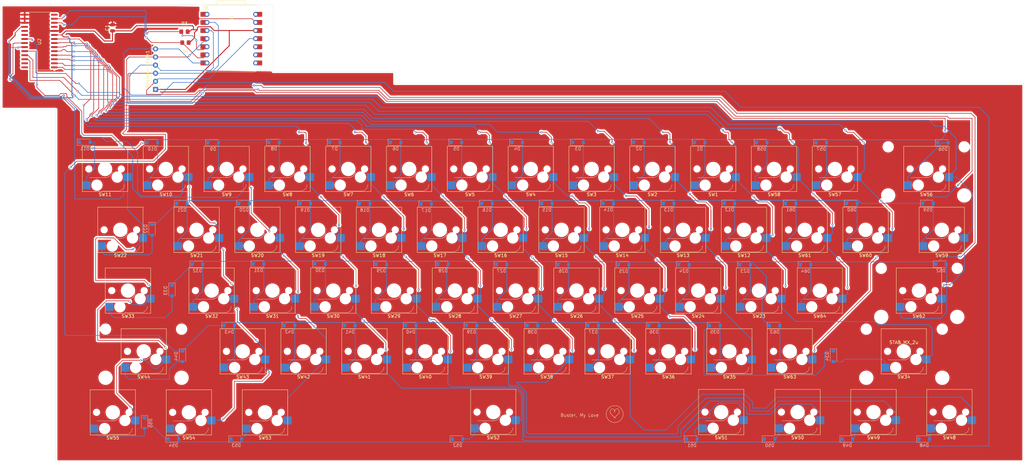
<source format=kicad_pcb>
(kicad_pcb (version 20241229) (generator "pcbnew") (generator_version "9.0")
  (layers (0 "F.Cu" signal) (2 "B.Cu" signal) (13 "F.Paste" user) (15 "B.Paste" user) (5 "F.SilkS" user "F.Silkscreen") (7 "B.SilkS" user "B.Silkscreen") (1 "F.Mask" user) (3 "B.Mask" user) (25 "Edge.Cuts" user))
  (net 0 "")
  (net 1 "GND")
  (net 2 "3V3")
  (net 3 "Net-(D1-A)")
  (net 4 "Row 1")
  (net 5 "Net-(D2-A)")
  (net 6 "Net-(D3-A)")
  (net 7 "Net-(D4-A)")
  (net 8 "Net-(D5-A)")
  (net 9 "Net-(D6-A)")
  (net 10 "Net-(D7-A)")
  (net 11 "Net-(D8-A)")
  (net 12 "Net-(D9-A)")
  (net 13 "Net-(D10-A)")
  (net 14 "Net-(D11-A)")
  (net 15 "Row 2")
  (net 16 "Net-(D12-A)")
  (net 17 "Net-(D13-A)")
  (net 18 "Net-(D14-A)")
  (net 19 "Net-(D15-A)")
  (net 20 "Net-(D16-A)")
  (net 21 "Net-(D17-A)")
  (net 22 "Net-(D18-A)")
  (net 23 "Net-(D19-A)")
  (net 24 "Net-(D20-A)")
  (net 25 "Net-(D21-A)")
  (net 26 "Net-(D22-A)")
  (net 27 "Net-(D23-A)")
  (net 28 "Row 3")
  (net 29 "Net-(D24-A)")
  (net 30 "Net-(D25-A)")
  (net 31 "Net-(D26-A)")
  (net 32 "Net-(D27-A)")
  (net 33 "Net-(D28-A)")
  (net 34 "Net-(D29-A)")
  (net 35 "Net-(D30-A)")
  (net 36 "Net-(D31-A)")
  (net 37 "Net-(D32-A)")
  (net 38 "Net-(D33-A)")
  (net 39 "Net-(D34-A)")
  (net 40 "Row 4")
  (net 41 "Net-(D35-A)")
  (net 42 "Net-(D36-A)")
  (net 43 "Net-(D37-A)")
  (net 44 "Net-(D38-A)")
  (net 45 "Net-(D39-A)")
  (net 46 "Net-(D40-A)")
  (net 47 "Net-(D41-A)")
  (net 48 "Net-(D42-A)")
  (net 49 "Net-(D43-A)")
  (net 50 "Net-(D44-A)")
  (net 51 "Row 5")
  (net 52 "Net-(D48-A)")
  (net 53 "Net-(D49-A)")
  (net 54 "Net-(D50-A)")
  (net 55 "Net-(D51-A)")
  (net 56 "Net-(D52-A)")
  (net 57 "Net-(D53-A)")
  (net 58 "Net-(D54-A)")
  (net 59 "Net-(D55-A)")
  (net 60 "Net-(D56-A)")
  (net 61 "Net-(D57-A)")
  (net 62 "Net-(D58-A)")
  (net 63 "Net-(D59-A)")
  (net 64 "Net-(D60-A)")
  (net 65 "Net-(D61-A)")
  (net 66 "Net-(D62-A)")
  (net 67 "Net-(D63-A)")
  (net 68 "Net-(D64-A)")
  (net 69 "SDA")
  (net 70 "SCL")
  (net 71 "Bat_Pin")
  (net 72 "Col 4")
  (net 73 "Col 5")
  (net 74 "Col 6")
  (net 75 "Col 7")
  (net 76 "Col 8")
  (net 77 "Col 9")
  (net 78 "Col 10")
  (net 79 "Col 11")
  (net 80 "Col 12")
  (net 81 "Col 13")
  (net 82 "Col 14")
  (net 89 "Col 1")
  (net 91 "Col 2")
  (net 92 "Col 3")
  (footprint "PCM_Switch_Keyboard_Hotswap_Kailh:SW_Hotswap_Kailh_MX_1.00u" (layer "F.Cu") (at 252.137583 171.408315 180)
    (property "Reference" "SW2")
    (property "Value" "SW_Push")
  )
  (footprint "PCM_Switch_Keyboard_Hotswap_Kailh:SW_Hotswap_Kailh_MX_1.00u" (layer "F.Cu") (at 299.854356 190.49995 180)
    (property "Reference" "SW61")
    (property "Value" "SW_Push")
  )
  (footprint "PCM_Switch_Keyboard_Hotswap_Kailh:SW_Hotswap_Kailh_MX_1.00u" (layer "F.Cu") (at 199.933418 228.59994 180)
    (property "Reference" "SW39")
    (property "Value" "SW_Push")
  )
  (footprint "PCM_Switch_Keyboard_Hotswap_Kailh:SW_Hotswap_Kailh_MX_1.00u" (layer "F.Cu") (at 266.480793 209.549945 180)
    (property "Reference" "SW24")
    (property "Value" "SW_Push")
  )
  (footprint "PCM_Switch_Keyboard_Hotswap_Kailh:SW_Hotswap_Kailh_MX_1.00u" (layer "F.Cu") (at 80.687593 171.408315 180)
    (property "Reference" "SW11")
    (property "Value" "SW_Push")
  )
  (footprint "PCM_Switch_Keyboard_Hotswap_Kailh:SW_Hotswap_Kailh_MX_1.00u" (layer "F.Cu") (at 128.404356 190.49995 180)
    (property "Reference" "SW20")
    (property "Value" "SW_Push")
  )
  (footprint "PCM_Switch_Keyboard_Hotswap_Kailh:SW_Hotswap_Kailh_MX_2.00u" (layer "F.Cu") (at 337.944209 171.408315 180)
    (property "Reference" "SW56")
    (property "Value" "SW_Push")
  )
  (footprint "PCM_Switch_Keyboard_Hotswap_Kailh:SW_Hotswap_Kailh_MX_1.25u" (layer "F.Cu") (at 345.164849 247.649935 180)
    (property "Reference" "SW48")
    (property "Value" "SW_Push")
  )
  (footprint "PCM_Switch_Keyboard_Hotswap_Kailh:SW_Hotswap_Kailh_MX_1.00u" (layer "F.Cu") (at 123.803602 228.59994 180)
    (property "Reference" "SW43")
    (property "Value" "SW_Push")
  )
  (footprint "PCM_Switch_Keyboard_Hotswap_Kailh:SW_Hotswap_Kailh_MX_6.25u" (layer "F.Cu") (at 202.28388 247.649935 180)
    (property "Reference" "SW52")
    (property "Value" "SW_Push")
  )
  (footprint "PCM_Switch_Keyboard_Hotswap_Kailh:SW_Hotswap_Kailh_MX_1.00u" (layer "F.Cu") (at 194.987583 171.408315 180)
    (property "Reference" "SW5")
    (property "Value" "SW_Push")
  )
  (footprint "PCM_Switch_Keyboard_Hotswap_Kailh:SW_Hotswap_Kailh_MX_1.00u" (layer "F.Cu") (at 295.171695 228.59994 180)
    (property "Reference" "SW63")
    (property "Value" "SW_Push")
  )
  (footprint "PCM_Switch_Keyboard_Hotswap_Kailh:SW_Hotswap_Kailh_MX_1.00u" (layer "F.Cu") (at 152.169755 209.549945 180)
    (property "Reference" "SW30")
    (property "Value" "SW_Push")
  )
  (footprint "PCM_Switch_Keyboard_Hotswap_Kailh:SW_Hotswap_Kailh_MX_2.25u" (layer "F.Cu") (at 335.633845 209.549945 180)
    (property "Reference" "SW62")
    (property "Value" "SW_Push")
  )
  (footprint "PCM_Switch_Keyboard_Hotswap_Kailh:SW_Hotswap_Kailh_MX_1.00u" (layer "F.Cu") (at 147.454356 190.49995 180)
    (property "Reference" "SW19")
    (property "Value" "SW_Push")
  )
  (footprint "PCM_Switch_Keyboard_Hotswap_Kailh:SW_Hotswap_Kailh_MX_1.00u" (layer "F.Cu") (at 309.287583 171.408315 180)
    (property "Reference" "SW57")
    (property "Value" "SW_Push")
  )
  (footprint "PCM_Switch_Keyboard_Hotswap_Kailh:SW_Hotswap_Kailh_MX_1.00u" (layer "F.Cu") (at 280.804356 190.49995 180)
    (property "Reference" "SW12")
    (property "Value" "SW_Push")
  )
  (footprint "PCM_Switch_Keyboard_Hotswap_Kailh:SW_Hotswap_Kailh_MX_1.25u" (layer "F.Cu") (at 297.617135 247.649935 180)
    (property "Reference" "SW50")
    (property "Value" "SW_Push")
  )
  (footprint "PCM_marbastlib-mx:STAB_MX_2u" (layer "F.Cu") (at 92.751615 228.62258)
    (property "Reference" "REF**1" (hide yes))
    (property "Value" "STAB_MX_2u")
  )
  (footprint "PCM_Switch_Keyboard_Hotswap_Kailh:SW_Hotswap_Kailh_MX_1.50u" (layer "F.Cu") (at 342.773162 190.499951 180)
    (property "Reference" "SW59")
    (property "Value" "SW_Push")
  )
  (footprint "PCM_Switch_Keyboard_Hotswap_Kailh:SW_Hotswap_Kailh_MX_1.50u" (layer "F.Cu") (at 85.484302 190.49995 180)
    (property "Reference" "SW22")
    (property "Value" "SW_Push")
  )
  (footprint "PCM_Switch_Keyboard_Hotswap_Kailh:SW_Hotswap_Kailh_MX_1.00u" (layer "F.Cu") (at 109.354356 190.49995 180)
    (property "Reference" "SW21")
    (property "Value" "SW_Push")
  )
  (footprint "PCM_marbastlib-mx:STAB_MX_2u" (layer "F.Cu") (at 337.90319 171.449955)
    (property "Reference" "REF**2" (hide yes))
    (property "Value" "STAB_MX_2u")
  )
  (footprint "Resistor_SMD:R_0805_2012Metric_Pad1.20x1.40mm_HandSolder" (layer "F.Cu") (at 105.55571 128.353245 180)
    (property "Reference" "R3")
    (property "Value" "R_45deg" (hide yes))
  )
  (footprint "PCM_marbastlib-mx:STAB_MX_2u" (layer "F.Cu") (at 335.717125 209.549945)
    (property "Reference" "REF**3" (hide yes))
    (property "Value" "STAB_MX_2u")
  )
  (footprint "Resistor_SMD:R_0805_2012Metric_Pad1.20x1.40mm_HandSolder" (layer "F.Cu") (at 105.868005 131.78849)
    (property "Reference" "R4")
    (property "Value" "R_45deg" (hide yes))
  )
  (footprint "Package_SO:SOIC-28W_7.5x17.9mm_P1.27mm" (layer "F.Cu") (at 60.15 131.285 180)
    (property "Reference" "U2")
    (property "Value" "MCP23017_SO")
  )
  (footprint "PCM_Switch_Keyboard_Hotswap_Kailh:SW_Hotswap_Kailh_MX_1.00u" (layer "F.Cu") (at 204.604356 190.49995 180)
    (property "Reference" "SW16")
    (property "Value" "SW_Push")
  )
  (footprint "PCM_Switch_Keyboard_Hotswap_Kailh:SW_Hotswap_Kailh_MX_1.00u" (layer "F.Cu") (at 290.237583 171.408315 180)
    (property "Reference" "SW58")
    (property "Value" "SW_Push")
  )
  (footprint "PCM_Switch_Keyboard_Hotswap_Kailh:SW_Hotswap_Kailh_MX_1.00u" (layer "F.Cu") (at 219.01943 228.59994 180)
    (property "Reference" "SW38")
    (property "Value" "SW_Push")
  )
  (footprint "PCM_Switch_Keyboard_Hotswap_Kailh:SW_Hotswap_Kailh_MX_1.00u" (layer "F.Cu") (at 304.579986 209.549945 180)
    (property "Reference" "SW64")
    (property "Value" "SW_Push")
  )
  (footprint "PCM_Switch_Keyboard_Hotswap_Kailh:SW_Hotswap_Kailh_MX_1.00u" (layer "F.Cu") (at 261.754356 190.49995 180)
    (property "Reference" "SW13")
    (property "Value" "SW_Push")
  )
  (footprint "PCM_Switch_Keyboard_Hotswap_Kailh:SW_Hotswap_Kailh_MX_1.00u" (layer "F.Cu") (at 175.937583 171.408315 180)
    (property "Reference" "SW6")
    (property "Value" "SW_Push")
  )
  (footprint "PCM_Switch_Keyboard_Hotswap_Kailh:SW_Hotswap_Kailh_MX_1.00u" (layer "F.Cu") (at 242.704356 190.49995 180)
    (property "Reference" "SW14")
    (property "Value" "SW_Push")
  )
  (footprint "PCM_Switch_Keyboard_Hotswap_Kailh:SW_Hotswap_Kailh_MX_1.00u" (layer "F.Cu") (at 185.554356 190.49995 180)
    (property "Reference" "SW17")
    (property "Value" "SW_Push")
  )
  (footprint "PCM_Switch_Keyboard_Hotswap_Kailh:SW_Hotswap_Kailh_MX_1.00u" (layer "F.Cu") (at 214.037583 171.408315 180)
    (property "Reference" "SW4")
    (property "Value" "SW_Push")
  )
  (footprint "PCM_Switch_Keyboard_Hotswap_Kailh:SW_Hotswap_Kailh_MX_1.75u" (layer "F.Cu") (at 87.86954 209.549945 180)
    (property "Reference" "SW33")
    (property "Value" "SW_Push")
  )
  (footprint "PCM_Switch_Keyboard_Hotswap_Kailh:SW_Hotswap_Kailh_MX_1.00u" (layer "F.Cu") (at 276.238725 228.59994 180)
    (property "Reference" "SW35")
    (property "Value" "SW_Push")
  )
  (footprint "Resistor_THT:R_Array_SIP6" (layer "F.Cu") (at 96.499155 146.466355 90)
    (property "Reference" "Resistor chain1")
    (property "Value" "R_Array_SIP6")
  )
  (footprint "PCM_Switch_Keyboard_Hotswap_Kailh:SW_Hotswap_Kailh_MX_1.00u" (layer "F.Cu") (at 166.504356 190.49995 180)
    (property "Reference" "SW18")
    (property "Value" "SW_Push")
  )
  (footprint "PCM_Switch_Keyboard_Hotswap_Kailh:SW_Hotswap_Kailh_MX_1.00u" (layer "F.Cu") (at 318.904356 190.49995 180)
    (property "Reference" "SW60")
    (property "Value" "SW_Push")
  )
  (footprint "PCM_Switch_Keyboard_Hotswap_Kailh:SW_Hotswap_Kailh_MX_1.25u" (layer "F.Cu") (at 130.789145 247.725547 180)
    (property "Reference" "SW53")
    (property "Value" "SW_Push")
  )
  (footprint "PCM_Switch_Keyboard_Hotswap_Kailh:SW_Hotswap_Kailh_MX_1.00u" (layer "F.Cu") (at 180.988725 228.59994 180)
    (property "Reference" "SW40")
    (property "Value" "SW_Push")
  )
  (footprint "PCM_Switch_Keyboard_Hotswap_Kailh:SW_Hotswap_Kailh_MX_1.25u" (layer "F.Cu") (at 321.392173 247.649935 180)
    (property "Reference" "SW49")
    (property "Value" "SW_Push")
  )
  (footprint "Seeed Studio XIAO Series Library:XIAO-nRF52840-DIP" (layer "F.Cu") (at 120.233575 130.53931)
    (property "Reference" "U3")
    (property "Value" "XIAO-nRF52840-SMD")
  )
  (footprint "PCM_Switch_Keyboard_Hotswap_Kailh:SW_Hotswap_Kailh_MX_1.00u" (layer "F.Cu") (at 114.069765 209.549945 180)
    (property "Reference" "SW32")
    (property "Value" "SW_Push")
  )
  (footprint "PCM_Switch_Keyboard_Hotswap_Kailh:SW_Hotswap_Kailh_MX_1.00u" (layer "F.Cu") (at 190.269745 209.549945 180)
    (property "Reference" "SW28")
    (property "Value" "SW_Push")
  )
  (footprint "PCM_Switch_Keyboard_Hotswap_Kailh:SW_Hotswap_Kailh_MX_1.00u" (layer "F.Cu") (at 233.087583 171.408315 180)
    (property "Reference" "SW3")
    (property "Value" "SW_Push")
  )
  (footprint "PCM_Switch_Keyboard_Hotswap_Kailh:SW_Hotswap_Kailh_MX_1.00u" (layer "F.Cu") (at 137.837583 171.408315 180)
    (property "Reference" "SW8")
    (property "Value" "SW_Push")
  )
  (footprint "PCM_Switch_Keyboard_Hotswap_Kailh:SW_Hotswap_Kailh_MX_1.00u" (layer "F.Cu") (at 285.51972 209.549945 180)
    (property "Reference" "SW23")
    (property "Value" "SW_Push")
  )
  (footprint "PCM_Switch_Keyboard_Hotswap_Kailh:SW_Hotswap_Kailh_MX_2.75u" (layer "F.Cu") (at 330.884561 228.59994 180)
    (property "Reference" "SW34")
    (property "Value" "SW_Push")
  )
  (footprint "PCM_Switch_Keyboard_Hotswap_Kailh:SW_Hotswap_Kailh_MX_1.00u" (layer "F.Cu") (at 156.887583 171.408315 180)
    (property "Reference" "SW7")
    (property "Value" "SW_Push")
  )
  (footprint "PCM_Switch_Keyboard_Hotswap_Kailh:SW_Hotswap_Kailh_MX_1.00u" (layer "F.Cu") (at 99.737583 171.408315 180)
    (property "Reference" "SW10")
    (property "Value" "SW_Push")
  )
  (footprint "PCM_Switch_Keyboard_Hotswap_Kailh:SW_Hotswap_Kailh_MX_1.00u" (layer "F.Cu") (at 271.187583 171.408315 180)
    (property "Reference" "SW1")
    (property "Value" "SW_Push")
  )
  (footprint "PCM_Switch_Keyboard_Hotswap_Kailh:SW_Hotswap_Kailh_MX_1.00u" (layer "F.Cu") (at 133.11976 209.549945 180)
    (property "Reference" "SW31")
    (property "Value" "SW_Push")
  )
  (footprint "Capacitor_SMD:C_0805_2012Metric" (layer "F.Cu") (at 83.01 127.155 90)
    (property "Reference" "C1")
    (property "Value" "C")
  )
  (footprint "PCM_Switch_Keyboard_Hotswap_Kailh:SW_Hotswap_Kailh_MX_1.00u" (layer "F.Cu") (at 238.095292 228.59994 180)
    (property "Reference" "SW37")
    (property "Value" "SW_Push")
  )
  (footprint "PCM_Switch_Keyboard_Hotswap_Kailh:SW_Hotswap_Kailh_MX_1.25u" (layer "F.Cu") (at 273.687486 247.649935 180)
    (property "Reference" "SW51")
    (property "Value" "SW_Push")
  )
  (footprint "PCM_Switch_Keyboard_Hotswap_Kailh:SW_Hotswap_Kailh_MX_1.00u" (layer "F.Cu") (at 257.158666 228.59994 180)
    (property "Reference" "SW36")
    (property "Value" "SW_Push")
  )
  (footprint "PCM_Switch_Keyboard_Hotswap_Kailh:SW_Hotswap_Kailh_MX_2.25u" (layer "F.Cu") (at 92.803877 228.59994 180)
    (property "Reference" "SW44")
    (property "Value" "SW_Push")
  )
  (footprint "PCM_Switch_Keyboard_Hotswap_Kailh:SW_Hotswap_Kailh_MX_1.00u" (layer "F.Cu") (at 142.874822 228.59994 180)
    (property "Reference" "SW42")
    (property "Value" "SW_Push")
  )
  (footprint "PCM_Switch_Keyboard_Hotswap_Kailh:SW_Hotswap_Kailh_MX_1.00u" (layer "F.Cu") (at 118.787583 171.408315 180)
    (property "Reference" "SW9")
    (property "Value" "SW_Push")
  )
  (footprint "PCM_Switch_Keyboard_Hotswap_Kailh:SW_Hotswap_Kailh_MX_1.00u" (layer "F.Cu") (at 209.31974 209.549945 180)
    (property "Reference" "SW27")
    (property "Value" "SW_Push")
  )
  (footprint "PCM_Switch_Keyboard_Hotswap_Kailh:SW_Hotswap_Kailh_MX_1.00u" (layer "F.Cu") (at 171.203517 209.549945 180)
    (property "Reference" "SW29")
    (property "Value" "SW_Push")
  )
  (footprint "PCM_Switch_Keyboard_Hotswap_Kailh:SW_Hotswap_Kailh_MX_1.00u" (layer "F.Cu") (at 161.93358 228.59994 180)
    (property "Reference" "SW41")
    (property "Value" "SW_Push")
  )
  (footprint "PCM_Switch_Keyboard_Hotswap_Kailh:SW_Hotswap_Kailh_MX_1.25u" (layer "F.Cu") (at 106.942585 247.725547 180)
    (property "Reference" "SW54")
    (property "Value" "SW_Push")
  )
  (footprint "PCM_marbastlib-mx:STAB_MX_2u" (layer "F.Cu") (at 331.0327 228.62258)
    (property "Reference" "REF**4" (hide yes))
    (property "Value" "STAB_MX_2u")
  )
  (footprint "PCM_Switch_Keyboard_Hotswap_Kailh:SW_Hotswap_Kailh_MX_1.00u" (layer "F.Cu") (at 247.41973 209.549945 180)
    (property "Reference" "SW25")
    (property "Value" "SW_Push")
  )
  (footprint "PCM_Switch_Keyboard_Hotswap_Kailh:SW_Hotswap_Kailh_MX_1.00u" (layer "F.Cu") (at 228.360087 209.549945 180)
    (property "Reference" "SW26")
    (property "Value" "SW_Push")
  )
  (footprint "PCM_Switch_Keyboard_Hotswap_Kailh:SW_Hotswap_Kailh_MX_1.25u" (layer "F.Cu") (at 83.109873 247.725547 180)
    (property "Reference" "SW55")
    (property "Value" "SW_Push")
  )
  (footprint "PCM_Switch_Keyboard_Hotswap_Kailh:SW_Hotswap_Kailh_MX_1.00u" (layer "F.Cu") (at 223.654356 190.49995 180)
    (property "Reference" "SW15")
    (property "Value" "SW_Push")
  )
  (footprint "Diode_SMD:D_SOD-123" (layer "B.Cu") (at 209.799126 163.063095)
    (property "Reference" "D4")
    (property "Value" "D")
  )
  (footprint "Diode_SMD:D_SOD-123" (layer "B.Cu") (at 195.49667 220.48027)
    (property "Reference" "D39")
    (property "Value" "D")
  )
  (footprint "Diode_SMD:D_SOD-123" (layer "B.Cu") (at 204.882059 201.351879)
    (property "Reference" "D27")
    (property "Value" "D")
  )
  (footprint "Diode_SMD:D_SOD-123" (layer "B.Cu") (at 190.749126 163.063095)
    (property "Reference" "D5")
    (property "Value" "D")
  )
  (footprint "Diode_SMD:D_SOD-123" (layer "B.Cu") (at 148.04341 201.185701)
    (property "Reference" "D30")
    (property "Value" "D")
  )
  (footprint "Diode_SMD:D_SOD-123" (layer "B.Cu") (at 101.652019 209.55 -90)
    (property "Reference" "D33")
    (property "Value" "D")
  )
  (footprint "Diode_SMD:D_SOD-123" (layer "B.Cu") (at 233.59666 220.48027)
    (property "Reference" "D37")
    (property "Value" "D")
  )
  (footprint "Diode_SMD:D_SOD-123" (layer "B.Cu") (at 95.416754 190.499951 -90)
    (property "Reference" "D22")
    (property "Value" "D")
  )
  (footprint "Diode_SMD:D_SOD-123" (layer "B.Cu") (at 109.62199 201.296431)
    (property "Reference" "D32")
    (property "Value" "D")
  )
  (footprint "Diode_SMD:D_SOD-123" (layer "B.Cu") (at 238.335131 182.177671)
    (property "Reference" "D14")
    (property "Value" "D")
  )
  (footprint "Diode_SMD:D_SOD-123" (layer "B.Cu") (at 313.231885 256.0819)
    (property "Reference" "D49")
    (property "Value" "D")
  )
  (footprint "Diode_SMD:D_SOD-123" (layer "B.Cu") (at 119.608985 220.48027)
    (property "Reference" "D43")
    (property "Value" "D")
  )
  (footprint "Diode_SMD:D_SOD-123" (layer "B.Cu") (at 121.79505 256.0819)
    (property "Reference" "D53")
    (property "Value" "D")
  )
  (footprint "Diode_SMD:D_SOD-123" (layer "B.Cu") (at 219.076933 182.2146)
    (property "Reference" "D15")
    (property "Value" "D")
  )
  (footprint "Diode_SMD:D_SOD-123" (layer "B.Cu") (at 95.499126 163.118488)
    (property "Reference" "D10")
    (property "Value" "D")
  )
  (footprint "Diode_SMD:D_SOD-123" (layer "B.Cu") (at 243.115336 201.450355)
    (property "Reference" "D25")
    (property "Value" "D")
  )
  (footprint "Diode_SMD:D_SOD-123" (layer "B.Cu") (at 276.279134 182.177671)
    (property "Reference" "D12")
    (property "Value" "D")
  )
  (footprint "Diode_SMD:D_SOD-123" (layer "B.Cu") (at 305.049126 163.122629)
    (property "Reference" "D57")
    (property "Value" "D")
  )
  (footprint "Diode_SMD:D_SOD-123" (layer "B.Cu") (at 252.646655 220.48027)
    (property "Reference" "D36")
    (property "Value" "D")
  )
  (footprint "Diode_SMD:D_SOD-123" (layer "B.Cu") (at 104.93112 230.161415 -90)
    (property "Reference" "D44")
    (property "Value" "D")
  )
  (footprint "Diode_SMD:D_SOD-123" (layer "B.Cu") (at 181.280644 182.380778)
    (property "Reference" "D17")
    (property "Value" "D")
  )
  (footprint "Diode_SMD:D_SOD-123" (layer "B.Cu") (at 133.599126 163.090792)
    (property "Reference" "D8")
    (property "Value" "D")
  )
  (footprint "Diode_SMD:D_SOD-123" (layer "B.Cu") (at 281.158317 201.422033)
    (property "Reference" "D23")
    (property "Value" "D")
  )
  (footprint "Diode_SMD:D_SOD-123" (layer "B.Cu") (at 114.549126 163.173881)
    (property "Reference" "D9")
    (property "Value" "D")
  )
  (footprint "Diode_SMD:D_SOD-123" (layer "B.Cu") (at 266.949126 163.104165)
    (property "Reference" "D1")
    (property "Value" "D")
  )
  (footprint "Diode_SMD:D_SOD-123" (layer "B.Cu") (at 138.467872 220.448359)
    (property "Reference" "D42")
    (property "Value" "D")
  )
  (footprint "Diode_SMD:D_SOD-123" (layer "B.Cu") (at 288.872875 256.0819)
    (property "Reference" "D50")
    (property "Value" "D")
  )
  (footprint "Diode_SMD:D_SOD-123" (layer "B.Cu") (at 314.592423 182.196135)
    (property "Reference" "D60")
    (property "Value" "D")
  )
  (footprint "Diode_SMD:D_SOD-123" (layer "B.Cu") (at 262.015505 201.430275)
    (property "Reference" "D24")
    (property "Value" "D")
  )
  (footprint "Diode_SMD:D_SOD-123" (layer "B.Cu") (at 74.32621 163.01799)
    (property "Reference" "D11")
    (property "Value" "D")
  )
  (footprint "Diode_SMD:D_SOD-123" (layer "B.Cu") (at 104.764852 182.233064)
    (property "Reference" "D21")
    (property "Value" "D")
  )
  (footprint "Diode_SMD:D_SOD-123" (layer "B.Cu") (at 264.513865 256.0819)
    (property "Reference" "D51")
    (property "Value" "D")
  )
  (footprint "Diode_SMD:D_SOD-123" (layer "B.Cu") (at 308.859755 230.161415 -90)
    (property "Reference" "D34")
    (property "Value" "D")
  )
  (footprint "Diode_SMD:D_SOD-123" (layer "B.Cu") (at 186.553228 201.302641)
    (property "Reference" "D28")
    (property "Value" "D")
  )
  (footprint "Diode_SMD:D_SOD-123" (layer "B.Cu") (at 143.392033 182.269992)
    (property "Reference" "D19")
    (property "Value" "D")
  )
  (footprint "Diode_SMD:D_SOD-123" (layer "B.Cu") (at 200.335734 182.233064)
    (property "Reference" "D16")
    (property "Value" "D")
  )
  (footprint "Diode_SMD:D_SOD-123" (layer "B.Cu") (at 342.50479 201.27096)
    (property "Reference" "D62")
    (property "Value" "D")
  )
  (footprint "Diode_SMD:D_SOD-123" (layer "B.Cu") (at 157.39668 220.48027)
    (property "Reference" "D41")
    (property "Value" "D")
  )
  (footprint "Diode_SMD:D_SOD-123" (layer "B.Cu") (at 171.699126 163.063095)
    (property "Reference" "D6")
    (property "Value" "D")
  )
  (footprint "Diode_SMD:D_SOD-123" (layer "B.Cu") (at 102.120465 256.0819)
    (property "Reference" "D54")
    (property "Value" "D")
  )
  (footprint "Diode_SMD:D_SOD-123" (layer "B.Cu") (at 337.2786 256.0819)
    (property "Reference" "D48")
    (property "Value" "D")
  )
  (footprint "Diode_SMD:D_SOD-123" (layer "B.Cu") (at 295.481939 182.177671)
    (property "Reference" "D61")
    (property "Value" "D")
  )
  (footprint "Diode_SMD:D_SOD-123" (layer "B.Cu") (at 167.215019 201.302641)
    (property "Reference" "D29")
    (property "Value" "D")
  )
  (footprint "Diode_SMD:D_SOD-123" (layer "B.Cu") (at 271.69665 220.48027)
    (property "Reference" "D35")
    (property "Value" "D")
  )
  (footprint "Diode_SMD:D_SOD-123" (layer "B.Cu") (at 286.355037 163.122629)
    (property "Reference" "D58")
    (property "Value" "D")
  )
  (footprint "Diode_SMD:D_SOD-123" (layer "B.Cu") (at 214.546665 220.48027)
    (property "Reference" "D38")
    (property "Value" "D")
  )
  (footprint "Diode_SMD:D_SOD-123" (layer "B.Cu") (at 176.446675 220.48027)
    (property "Reference" "D40")
    (property "Value" "D")
  )
  (footprint "Diode_SMD:D_SOD-123" (layer "B.Cu") (at 152.649126 163.090792)
    (property "Reference" "D7")
    (property "Value" "D")
  )
  (footprint "Diode_SMD:D_SOD-123" (layer "B.Cu") (at 300.115495 201.430275)
    (property "Reference" "D64")
    (property "Value" "D")
  )
  (footprint "Diode_SMD:D_SOD-123" (layer "B.Cu") (at 257.224043 182.196135)
    (property "Reference" "D13")
    (property "Value" "D")
  )
  (footprint "Diode_SMD:D_SOD-123" (layer "B.Cu") (at 191.12454 256.0819)
    (property "Reference" "D52")
    (property "Value" "D")
  )
  (footprint "Diode_SMD:D_SOD-123" (layer "B.Cu") (at 343.149126 163.178022)
    (property "Reference" "D56")
    (property "Value" "D")
  )
  (footprint "Diode_SMD:D_SOD-123" (layer "B.Cu") (at 162.022446 182.306921)
    (property "Reference" "D18")
    (property "Value" "D")
  )
  (footprint "Diode_SMD:D_SOD-123" (layer "B.Cu") (at 228.849126 163.063095)
    (property "Reference" "D3")
    (property "Value" "D")
  )
  (footprint "Diode_SMD:D_SOD-123" (layer "B.Cu") (at 124.226156 182.2146)
    (property "Reference" "D20")
    (property "Value" "D")
  )
  (footprint "Diode_SMD:D_SOD-123" (layer "B.Cu") (at 338.469159 182.196135)
    (property "Reference" "D59")
    (property "Value" "D")
  )
  (footprint "Diode_SMD:D_SOD-123" (layer "B.Cu") (at 128.766749 201.185701)
    (property "Reference" "D31")
    (property "Value" "D")
  )
  (footprint "Diode_SMD:D_SOD-123" (layer "B.Cu") (at 290.43435 220.48027)
    (property "Reference" "D63")
    (property "Value" "D")
  )
  (footprint "Diode_SMD:D_SOD-123" (layer "B.Cu") (at 93.06391 251.08518 -90)
    (property "Reference" "D55")
    (property "Value" "D")
  )
  (footprint "Diode_SMD:D_SOD-123" (layer "B.Cu") (at 224.207959 201.388807)
    (property "Reference" "D26")
    (property "Value" "D")
  )
  (footprint "Diode_SMD:D_SOD-123" (layer "B.Cu") (at 247.899126 163.035399)
    (property "Reference" "D2")
    (property "Value" "D")
  )
  (gr_line (start 240.46715 249.523705) (end 238.905675 247.96223) (stroke (width 0.1)) (layer "F.SilkS"))
  (gr_curve (pts (xy 240.315599 247.649935) (xy 240.315599 246.08846) (xy 238.59338 246.400755) (xy 238.905675 247.96223)) (stroke (width 0.1)) (layer "F.SilkS"))
  (gr_line (start 240.154855 249.523705) (end 241.71633 247.96223) (stroke (width 0.1)) (layer "F.SilkS"))
  (gr_curve (pts (xy 240.306406 247.649935) (xy 240.306406 246.08846) (xy 242.028625 246.400755) (xy 241.71633 247.96223)) (stroke (width 0.1)) (layer "F.SilkS"))
  (gr_circle (center 240.315599 248.274525) (end 238.441829 246.400755) (stroke (width 0.1)) (fill no) (layer "F.SilkS"))
  (gr_line (start 65.269655 263.264685) (end 368.5081 263.264685) (stroke (width 0.05)) (layer "Edge.Cuts"))
  (gr_line (start 65.269655 152.712255) (end 65.269655 263.264685) (stroke (width 0.05)) (layer "Edge.Cuts"))
  (gr_line (start 368.5081 144.592585) (end 171.449955 144.592585) (stroke (width 0.05)) (layer "Edge.Cuts"))
  (gr_line (start 48.09343 152.712255) (end 65.269655 152.712255) (stroke (width 0.05)) (layer "Edge.Cuts"))
  (gr_line (start 133.349965 140.845045) (end 133.349965 119.92128) (stroke (width 0.05)) (layer "Edge.Cuts"))
  (gr_line (start 368.5081 263.264685) (end 368.5081 144.592585) (stroke (width 0.05)) (layer "Edge.Cuts"))
  (gr_line (start 133.349965 119.92128) (end 48.09343 119.92128) (stroke (width 0.05)) (layer "Edge.Cuts"))
  (gr_line (start 48.09343 119.92128) (end 48.09343 152.712255) (stroke (width 0.05)) (layer "Edge.Cuts"))
  (gr_line (start 171.449955 140.845045) (end 133.349965 140.845045) (stroke (width 0.05)) (layer "Edge.Cuts"))
  (gr_line (start 171.449955 144.592585) (end 171.449955 140.845045) (stroke (width 0.05)) (layer "Edge.Cuts"))
  (gr_text "Buster, My Love" (at 223.290925 249.21141 0) (layer "F.SilkS") (effects (font (size 1 1) (thickness 0.1)) (justify left bottom)))
  (segment (start 70.31 125.6379) (end 70.31 123.665) (width 0.2) (layer "F.Cu") (net 1))
  (segment (start 55.5 124.3) (end 53.165 124.3) (width 0.2) (layer "F.Cu") (net 1))
  (segment (start 67.38667 128.11) (end 69.29167 126.205) (width 0.2) (layer "F.Cu") (net 1))
  (segment (start 52.53 123.665) (end 52.53 121.726) (width 0.2) (layer "F.Cu") (net 1))
  (segment (start 69.29167 126.205) (end 69.7429 126.205) (width 0.2) (layer "F.Cu") (net 1))
  (segment (start 69.7429 126.205) (end 70.31 125.6379) (width 0.2) (layer "F.Cu") (net 1))
  (segment (start 54.435 125.57) (end 53.165 124.3) (width 0.2) (layer "F.Cu") (net 1))
  (segment (start 79.9029 126.205) (end 77.93 124.2321) (width 0.2) (layer "F.Cu") (net 1))
  (segment (start 70.31 123.665) (end 77.93 123.665) (width 0.2) (layer "F.Cu") (net 1))
  (segment (start 83.01 126.205) (end 84.92159 124.29341) (width 0.2) (layer "F.Cu") (net 1))
  (segment (start 64.8 128.11) (end 67.38667 128.11) (width 0.2) (layer "F.Cu") (net 1))
  (segment (start 53.165 123.03) (end 52.53 123.665) (width 0.2) (layer "F.Cu") (net 1))
  (segment (start 55.5 123.03) (end 53.165 123.03) (width 0.2) (layer "F.Cu") (net 1))
  (segment (start 53.165 124.3) (end 52.53 123.665) (width 0.2) (layer "F.Cu") (net 1))
  (segment (start 68.371 121.726) (end 70.31 123.665) (width 0.2) (layer "F.Cu") (net 1))
  (segment (start 126.687675 124.29341) (end 127.853575 125.45931) (width 0.2) (layer "F.Cu") (net 1))
  (segment (start 52.53 121.726) (end 68.371 121.726) (width 0.2) (layer "F.Cu") (net 1))
  (segment (start 55.5 125.57) (end 54.435 125.57) (width 0.2) (layer "F.Cu") (net 1))
  (segment (start 84.92159 124.29341) (end 126.687675 124.29341) (width 0.2) (layer "F.Cu") (net 1))
  (segment (start 79.9029 126.205) (end 83.01 126.205) (width 0.2) (layer "F.Cu") (net 1))
  (segment (start 77.93 124.2321) (end 77.93 123.665) (width 0.2) (layer "F.Cu") (net 1))
  (segment (start 108.366365 127.728655) (end 107.741775 127.728655) (width 0.31) (layer "F.Cu") (net 2))
  (segment (start 108.366365 127.728655) (end 108.366365 126.79177) (width 0.31) (layer "F.Cu") (net 2))
  (segment (start 52.53 129.545) (end 52.53 128.745) (width 0.3) (layer "F.Cu") (net 2))
  (segment (start 52.53 128.745) (end 54.435 126.84) (width 0.2) (layer "F.Cu") (net 2))
  (segment (start 107.741775 127.728655) (end 107.117185 128.353245) (width 0.31) (layer "F.Cu") (net 2))
  (segment (start 64.8 129.38) (end 67.135 129.38) (width 0.2) (layer "F.Cu") (net 2))
  (segment (start 109.615545 127.728655) (end 109.615545 127.104065) (width 0.31) (layer "F.Cu") (net 2))
  (segment (start 68.371 128.144) (end 77.329 128.144) (width 0.31) (layer "F.Cu") (net 2))
  (segment (start 108.710218 128.633982) (end 108.710218 130.258573) (width 0.31) (layer "F.Cu") (net 2))
  (segment (start 119.608985 132.744991) (end 105.887621 146.466355) (width 0.31) (layer "F.Cu") (net 2))
  (segment (start 119.608985 127.99931) (end 119.608985 132.744991) (width 0.31) (layer "F.Cu") (net 2))
  (segment (start 88.940025 128.105) (end 83.01 128.105) (width 0.31) (layer "F.Cu") (net 2))
  (segment (start 109.92784 126.79177) (end 113.67538 126.79177) (width 0.31) (layer "F.Cu") (net 2))
  (segment (start 67.135 129.38) (end 68.371 128.144) (width 0.31) (layer "F.Cu") (net 2))
  (segment (start 69.04 130.015) (end 67.77 130.015) (width 0.3) (layer "F.Cu") (net 2))
  (segment (start 119.608985 127.99931) (end 127.853575 127.99931) (width 0.31) (layer "F.Cu") (net 2))
  (segment (start 54.435 126.84) (end 55.5 126.84) (width 0.2) (layer "F.Cu") (net 2))
  (segment (start 108.710218 130.258573) (end 107.1803 131.78849) (width 0.31) (layer "F.Cu") (net 2))
  (segment (start 109.615545 127.104065) (end 109.92784 126.79177) (width 0.31) (layer "F.Cu") (net 2))
  (segment (start 83.01 131.285) (end 83.01 128.105) (width 0.31) (layer "F.Cu") (net 2))
  (segment (start 109.615545 127.728655) (end 108.366365 127.728655) (width 0.31) (layer "F.Cu") (net 2))
  (segment (start 113.67538 126.79177) (end 114.88292 127.99931) (width 0.31) (layer "F.Cu") (net 2))
  (segment (start 114.88292 127.99931) (end 119.608985 127.99931) (width 0.31) (layer "F.Cu") (net 2))
  (segment (start 50.79 131.285) (end 52.53 129.545) (width 0.3) (layer "F.Cu") (net 2))
  (segment (start 67.77 130.015) (end 67.135 129.38) (width 0.3) (layer "F.Cu") (net 2))
  (segment (start 105.887621 146.466355) (end 96.499155 146.466355) (width 0.31) (layer "F.Cu") (net 2))
  (segment (start 90.56555 126.479475) (end 88.940025 128.105) (width 0.31) (layer "F.Cu") (net 2))
  (segment (start 108.05407 126.479475) (end 90.56555 126.479475) (width 0.31) (layer "F.Cu") (net 2))
  (segment (start 109.615545 127.728655) (end 108.710218 128.633982) (width 0.31) (layer "F.Cu") (net 2))
  (segment (start 80.47 131.285) (end 83.01 131.285) (width 0.31) (layer "F.Cu") (net 2))
  (segment (start 108.366365 126.79177) (end 108.05407 126.479475) (width 0.31) (layer "F.Cu") (net 2))
  (segment (start 77.329 128.144) (end 80.47 131.285) (width 0.31) (layer "F.Cu") (net 2))
  (via blind (at 50.79 131.285) (size 0.6) (drill 0.3) (layers "F.Cu" "B.Cu") (net 2))
  (via blind (at 69.04 130.015) (size 0.6) (drill 0.3) (layers "F.Cu" "B.Cu") (net 2))
  (segment (start 70.57867 149.065) (end 70.57867 148.564064) (width 0.3) (layer "B.Cu") (net 2))
  (segment (start 57.61 149.065) (end 50.641 142.096) (width 0.3) (layer "B.Cu") (net 2))
  (segment (start 69.659 130.634) (end 69.04 130.015) (width 0.3) (layer "B.Cu") (net 2))
  (segment (start 70.57867 148.564064) (end 70.31 148.295394) (width 0.3) (layer "B.Cu") (net 2))
  (segment (start 50.641 131.285) (end 50.79 131.285) (width 0.3) (layer "B.Cu") (net 2))
  (segment (start 70.57867 149.065) (end 57.61 149.065) (width 0.3) (layer "B.Cu") (net 2))
  (segment (start 69.659 131.554654) (end 69.659 130.634) (width 0.3) (layer "B.Cu") (net 2))
  (segment (start 70.31 132.205654) (end 69.659 131.554654) (width 0.3) (layer "B.Cu") (net 2))
  (segment (start 70.31 148.295394) (end 70.31 132.205654) (width 0.3) (layer "B.Cu") (net 2))
  (segment (start 50.641 142.096) (end 50.641 131.285) (width 0.3) (layer "B.Cu") (net 2))
  (segment (start 268.599126 173.234772) (end 268.599126 163.104165) (width 0.2) (layer "B.Cu") (net 3))
  (segment (start 265.345583 176.488315) (end 268.599126 173.234772) (width 0.2) (layer "B.Cu") (net 3))
  (segment (start 272.32124 150.213895) (end 168.951595 150.213895) (width 0.2) (layer "F.Cu") (net 4))
  (segment (start 343.836795 159.27045) (end 343.836795 155.52291) (width 0.2) (layer "F.Cu") (net 4))
  (segment (start 343.836795 155.52291) (end 277.630255 155.52291) (width 0.2) (layer "F.Cu") (net 4))
  (segment (start 93.6885 146.73701) (end 96.499155 143.926355) (width 0.2) (layer "F.Cu") (net 4))
  (segment (start 76.82457 164.89176) (end 90.56555 164.89176) (width 0.2) (layer "F.Cu") (net 4))
  (segment (start 166.14094 147.40324) (end 128.04095 147.40324) (width 0.2) (layer "F.Cu") (net 4))
  (segment (start 127.394473 146.756763) (end 110.212533 146.756763) (width 0.2) (layer "F.Cu") (net 4))
  (segment (start 93.6885 148.02783) (end 93.6885 146.73701) (width 0.2) (layer "F.Cu") (net 4))
  (segment (start 168.951595 150.213895) (end 166.14094 147.40324) (width 0.2) (layer "F.Cu") (net 4))
  (segment (start 108.941466 148.02783) (end 93.6885 148.02783) (width 0.2) (layer "F.Cu") (net 4))
  (segment (start 128.04095 147.40324) (end 127.394473 146.756763) (width 0.2) (layer "F.Cu") (net 4))
  (segment (start 277.630255 155.52291) (end 272.32124 150.213895) (width 0.2) (layer "F.Cu") (net 4))
  (segment (start 110.212533 146.756763) (end 108.941466 148.02783) (width 0.2) (layer "F.Cu") (net 4))
  (segment (start 90.56555 164.89176) (end 92.127025 163.330285) (width 0.2) (layer "F.Cu") (net 4))
  (via blind (at 76.82457 164.89176) (size 0.6) (drill 0.3) (layers "F.Cu" "B.Cu") (net 4))
  (via blind (at 92.127025 163.330285) (size 0.6) (drill 0.3) (layers "F.Cu" "B.Cu") (net 4))
  (via blind (at 343.836795 159.27045) (size 0.6) (drill 0.3) (layers "F.Cu" "B.Cu") (net 4))
  (segment (start 93.849126 163.118488) (end 94.750126 162.217488) (width 0.2) (layer "B.Cu") (net 4))
  (segment (start 125.854885 130.53931) (end 127.853575 130.53931) (width 0.2) (layer "B.Cu") (net 4))
  (segment (start 113.267839 143.126356) (end 125.854885 130.53931) (width 0.2) (layer "B.Cu") (net 4))
  (segment (start 266.200126 162.203165) (end 283.785573 162.203165) (width 0.2) (layer "B.Cu") (net 4))
  (segment (start 170.049126 163.063095) (end 169.175823 162.189792) (width 0.2) (layer "B.Cu") (net 4))
  (segment (start 265.299126 163.104165) (end 266.200126 162.203165) (width 0.2) (layer "B.Cu") (net 4))
  (segment (start 72.764735 163.01799) (end 74.638505 164.89176) (width 0.2) (layer "B.Cu") (net 4))
  (segment (start 340.542733 162.221629) (end 285.606037 162.221629) (width 0.2) (layer "B.Cu") (net 4))
  (segment (start 132.850126 162.189792) (end 150.098126 162.189792) (width 0.2) (layer "B.Cu") (net 4))
  (segment (start 150.098126 162.189792) (end 150.999126 163.090792) (width 0.2) (layer "B.Cu") (net 4))
  (segment (start 96.499155 143.926355) (end 97.299154 143.126356) (width 0.2) (layer "B.Cu") (net 4))
  (segment (start 245.375822 162.162095) (end 228.100126 162.162095) (width 0.2) (layer "B.Cu") (net 4))
  (segment (start 113.800126 162.272881) (end 112.899126 163.173881) (width 0.2) (layer "B.Cu") (net 4))
  (segment (start 343.836795 160.840353) (end 343.836795 159.27045) (width 0.2) (layer "B.Cu") (net 4))
  (segment (start 131.949126 163.090792) (end 132.850126 162.189792) (width 0.2) (layer "B.Cu") (net 4))
  (segment (start 228.100126 162.162095) (end 227.199126 163.063095) (width 0.2) (layer "B.Cu") (net 4))
  (segment (start 341.499126 163.178022) (end 343.836795 160.840353) (width 0.2) (layer "B.Cu") (net 4))
  (segment (start 111.942733 162.217488) (end 112.899126 163.173881) (width 0.2) (layer "B.Cu") (net 4))
  (segment (start 285.606037 162.221629) (end 284.705037 163.122629) (width 0.2) (layer "B.Cu") (net 4))
  (segment (start 264.32936 162.134399) (end 247.150126 162.134399) (width 0.2) (layer "B.Cu") (net 4))
  (segment (start 246.249126 163.035399) (end 245.375822 162.162095) (width 0.2) (layer "B.Cu") (net 4))
  (segment (start 151.900126 162.189792) (end 150.999126 163.090792) (width 0.2) (layer "B.Cu") (net 4))
  (segment (start 131.131215 162.272881) (end 113.800126 162.272881) (width 0.2) (layer "B.Cu") (net 4))
  (segment (start 97.299154 143.126356) (end 113.267839 143.126356) (width 0.2) (layer "B.Cu") (net 4))
  (segment (start 92.127025 163.330285) (end 93.637329 163.330285) (width 0.2) (layer "B.Cu") (net 4))
  (segment (start 226.298126 162.162095) (end 227.199126 163.063095) (width 0.2) (layer "B.Cu") (net 4))
  (segment (start 170.950126 162.162095) (end 188.198126 162.162095) (width 0.2) (layer "B.Cu") (net 4))
  (segment (start 93.637329 163.330285) (end 93.849126 163.118488) (width 0.2) (layer "B.Cu") (net 4))
  (segment (start 188.198126 162.162095) (end 189.099126 163.063095) (width 0.2) (layer "B.Cu") (net 4))
  (segment (start 209.050126 162.162095) (end 226.298126 162.162095) (width 0.2) (layer "B.Cu") (net 4))
  (segment (start 131.949126 163.090792) (end 131.131215 162.272881) (width 0.2) (layer "B.Cu") (net 4))
  (segment (start 190.000126 162.162095) (end 189.099126 163.063095) (width 0.2) (layer "B.Cu") (net 4))
  (segment (start 74.638505 164.89176) (end 76.82457 164.89176) (width 0.2) (layer "B.Cu") (net 4))
  (segment (start 265.299126 163.104165) (end 264.32936 162.134399) (width 0.2) (layer "B.Cu") (net 4))
  (segment (start 94.750126 162.217488) (end 111.942733 162.217488) (width 0.2) (layer "B.Cu") (net 4))
  (segment (start 304.300126 162.221629) (end 303.399126 163.122629) (width 0.2) (layer "B.Cu") (net 4))
  (segment (start 247.150126 162.134399) (end 246.249126 163.035399) (width 0.2) (layer "B.Cu") (net 4))
  (segment (start 208.149126 163.063095) (end 209.050126 162.162095) (width 0.2) (layer "B.Cu") (net 4))
  (segment (start 170.049126 163.063095) (end 170.950126 162.162095) (width 0.2) (layer "B.Cu") (net 4))
  (segment (start 340.542733 162.221629) (end 304.300126 162.221629) (width 0.2) (layer "B.Cu") (net 4))
  (segment (start 283.785573 162.203165) (end 284.705037 163.122629) (width 0.2) (layer "B.Cu") (net 4))
  (segment (start 208.149126 163.063095) (end 207.248126 162.162095) (width 0.2) (layer "B.Cu") (net 4))
  (segment (start 207.248126 162.162095) (end 190.000126 162.162095) (width 0.2) (layer "B.Cu") (net 4))
  (segment (start 169.175823 162.189792) (end 151.900126 162.189792) (width 0.2) (layer "B.Cu") (net 4))
  (segment (start 341.499126 163.178022) (end 340.542733 162.221629) (width 0.2) (layer "B.Cu") (net 4))
  (segment (start 72.67621 163.01799) (end 72.764735 163.01799) (width 0.2) (layer "B.Cu") (net 4))
  (segment (start 246.295583 176.488315) (end 249.549126 173.234772) (width 0.2) (layer "B.Cu") (net 5))
  (segment (start 249.549126 173.234772) (end 249.549126 163.035399) (width 0.2) (layer "B.Cu") (net 5))
  (segment (start 230.499126 173.234772) (end 230.499126 163.063095) (width 0.2) (layer "B.Cu") (net 6))
  (segment (start 227.245583 176.488315) (end 230.499126 173.234772) (width 0.2) (layer "B.Cu") (net 6))
  (segment (start 211.449126 173.234772) (end 211.449126 163.063095) (width 0.2) (layer "B.Cu") (net 7))
  (segment (start 208.195583 176.488315) (end 211.449126 173.234772) (width 0.2) (layer "B.Cu") (net 7))
  (segment (start 192.399126 173.234772) (end 192.399126 163.063095) (width 0.2) (layer "B.Cu") (net 8))
  (segment (start 189.145583 176.488315) (end 192.399126 173.234772) (width 0.2) (layer "B.Cu") (net 8))
  (segment (start 173.349126 173.234772) (end 173.349126 163.063095) (width 0.2) (layer "B.Cu") (net 9))
  (segment (start 170.095583 176.488315) (end 173.349126 173.234772) (width 0.2) (layer "B.Cu") (net 9))
  (segment (start 154.299126 171.736854) (end 154.299126 163.090792) (width 0.2) (layer "B.Cu") (net 10))
  (segment (start 151.045583 176.488315) (end 151.045583 174.990397) (width 0.2) (layer "B.Cu") (net 10))
  (segment (start 151.045583 174.990397) (end 154.299126 171.736854) (width 0.2) (layer "B.Cu") (net 10))
  (segment (start 131.995583 174.678107) (end 135.249126 171.424564) (width 0.2) (layer "B.Cu") (net 11))
  (segment (start 131.995583 176.488315) (end 131.995583 174.678107) (width 0.2) (layer "B.Cu") (net 11))
  (segment (start 135.249126 171.424564) (end 135.249126 163.090792) (width 0.2) (layer "B.Cu") (net 11))
  (segment (start 112.945583 174.365817) (end 116.199126 171.112274) (width 0.2) (layer "B.Cu") (net 12))
  (segment (start 116.199126 171.112274) (end 116.199126 163.173881) (width 0.2) (layer "B.Cu") (net 12))
  (segment (start 112.945583 176.488315) (end 112.945583 174.365817) (width 0.2) (layer "B.Cu") (net 12))
  (segment (start 93.895583 176.488315) (end 93.895583 174.990412) (width 0.2) (layer "B.Cu") (net 13))
  (segment (start 93.895583 174.990412) (end 97.149126 171.736869) (width 0.2) (layer "B.Cu") (net 13))
  (segment (start 97.149126 171.736869) (end 97.149126 163.118488) (width 0.2) (layer "B.Cu") (net 13))
  (segment (start 77.44916 163.01799) (end 75.97621 163.01799) (width 0.2) (layer "B.Cu") (net 14))
  (segment (start 74.845593 176.488315) (end 74.845593 174.053522) (width 0.2) (layer "B.Cu") (net 14))
  (segment (start 74.845593 174.053522) (end 77.44916 171.449955) (width 0.2) (layer "B.Cu") (net 14))
  (segment (start 77.44916 171.449955) (end 77.44916 163.01799) (width 0.2) (layer "B.Cu") (net 14))
  (segment (start 352.26876 172.074545) (end 352.26876 155.52291) (width 0.2) (layer "F.Cu") (net 15))
  (segment (start 345.085975 155.52291) (end 344.461385 154.89832) (width 0.2) (layer "F.Cu") (net 15))
  (segment (start 344.461385 154.89832) (end 278.254845 154.89832) (width 0.2) (layer "F.Cu") (net 15))
  (segment (start 87.8436 150.838485) (end 87.8436 141.693225) (width 0.2) (layer "F.Cu") (net 15))
  (segment (start 278.254845 154.89832) (end 272.94583 149.589305) (width 0.2) (layer "F.Cu") (net 15))
  (segment (start 169.26389 149.589305) (end 166.453235 146.77865) (width 0.2) (layer "F.Cu") (net 15))
  (segment (start 87.8436 141.693225) (end 88.15047 141.386355) (width 0.2) (layer "F.Cu") (net 15))
  (segment (start 88.15047 141.386355) (end 96.499155 141.386355) (width 0.2) (layer "F.Cu") (net 15))
  (segment (start 108.05407 150.838485) (end 87.8436 150.838485) (width 0.2) (layer "F.Cu") (net 15))
  (segment (start 347.89663 176.446675) (end 352.26876 172.074545) (width 0.2) (layer "F.Cu") (net 15))
  (segment (start 352.26876 155.52291) (end 345.085975 155.52291) (width 0.2) (layer "F.Cu") (net 15))
  (segment (start 272.94583 149.589305) (end 169.26389 149.589305) (width 0.2) (layer "F.Cu") (net 15))
  (segment (start 128.977835 146.77865) (end 128.66554 146.466355) (width 0.2) (layer "F.Cu") (net 15))
  (segment (start 111.17702 147.715535) (end 108.05407 150.838485) (width 0.2) (layer "F.Cu") (net 15))
  (segment (start 166.453235 146.77865) (end 128.977835 146.77865) (width 0.2) (layer "F.Cu") (net 15))
  (via blind (at 347.89663 176.446675) (size 0.6) (drill 0.3) (layers "F.Cu" "B.Cu") (net 15))
  (via blind (at 111.17702 147.715535) (size 0.6) (drill 0.3) (layers "F.Cu" "B.Cu") (net 15))
  (via blind (at 128.66554 146.466355) (size 0.6) (drill 0.3) (layers "F.Cu" "B.Cu") (net 15))
  (segment (start 141.742033 182.269992) (end 140.785641 181.3136) (width 0.2) (layer "B.Cu") (net 15))
  (segment (start 293.831939 182.177671) (end 294.732939 181.276671) (width 0.2) (layer "B.Cu") (net 15))
  (segment (start 141.742033 182.269992) (end 142.643033 181.368992) (width 0.2) (layer "B.Cu") (net 15))
  (segment (start 237.586131 181.276671) (end 254.654579 181.276671) (width 0.2) (layer "B.Cu") (net 15))
  (segment (start 275.530134 181.276671) (end 274.629134 182.177671) (width 0.2) (layer "B.Cu") (net 15))
  (segment (start 178.655787 181.405921) (end 161.273446 181.405921) (width 0.2) (layer "B.Cu") (net 15))
  (segment (start 254.654579 181.276671) (end 255.574043 182.196135) (width 0.2) (layer "B.Cu") (net 15))
  (segment (start 236.685131 182.177671) (end 237.586131 181.276671) (width 0.2) (layer "B.Cu") (net 15))
  (segment (start 142.643033 181.368992) (end 159.434517 181.368992) (width 0.2) (layer "B.Cu") (net 15))
  (segment (start 179.630644 182.380778) (end 180.531644 181.479778) (width 0.2) (layer "B.Cu") (net 15))
  (segment (start 112.4262 146.466355) (end 111.17702 147.715535) (width 0.2) (layer "B.Cu") (net 15))
  (segment (start 218.327933 181.3136) (end 217.426933 182.2146) (width 0.2) (layer "B.Cu") (net 15))
  (segment (start 236.685131 182.177671) (end 235.82106 181.3136) (width 0.2) (layer "B.Cu") (net 15))
  (segment (start 179.630644 182.380778) (end 178.655787 181.405921) (width 0.2) (layer "B.Cu") (net 15))
  (segment (start 116.17374 138.971275) (end 113.75866 141.386355) (width 0.2) (layer "B.Cu") (net 15))
  (segment (start 103.114852 182.233064) (end 104.015852 181.332064) (width 0.2) (layer "B.Cu") (net 15))
  (segment (start 256.493507 181.276671) (end 255.574043 182.196135) (width 0.2) (layer "B.Cu") (net 15))
  (segment (start 96.497965 188.849951) (end 103.114852 182.233064) (width 0.2) (layer "B.Cu") (net 15))
  (segment (start 316.691533 181.295135) (end 313.843423 181.295135) (width 0.2) (layer "B.Cu") (net 15))
  (segment (start 292.930939 181.276671) (end 275.530134 181.276671) (width 0.2) (layer "B.Cu") (net 15))
  (segment (start 113.75866 141.386355) (end 96.499155 141.386355) (width 0.2) (layer "B.Cu") (net 15))
  (segment (start 336.819159 182.196135) (end 317.592533 182.196135) (width 0.2) (layer "B.Cu") (net 15))
  (segment (start 161.273446 181.405921) (end 160.372446 182.306921) (width 0.2) (layer "B.Cu") (net 15))
  (segment (start 112.613575 125.45931) (end 115.153575 125.45931) (width 0.2) (layer "B.Cu") (net 15))
  (segment (start 140.785641 181.3136) (end 123.477156 181.3136) (width 0.2) (layer "B.Cu") (net 15))
  (segment (start 338.821079 180.194215) (end 344.14909 180.194215) (width 0.2) (layer "B.Cu") (net 15))
  (segment (start 312.022959 181.276671) (end 312.942423 182.196135) (width 0.2) (layer "B.Cu") (net 15))
  (segment (start 197.932448 181.479778) (end 198.685734 182.233064) (width 0.2) (layer "B.Cu") (net 15))
  (segment (start 316.673069 181.276671) (end 256.493507 181.276671) (width 0.2) (layer "B.Cu") (net 15))
  (segment (start 112.4262 146.466355) (end 128.66554 146.466355) (width 0.2) (layer "B.Cu") (net 15))
  (segment (start 317.592533 182.196135) (end 316.673069 181.276671) (width 0.2) (layer "B.Cu") (net 15))
  (segment (start 180.531644 181.479778) (end 197.932448 181.479778) (width 0.2) (layer "B.Cu") (net 15))
  (segment (start 294.732939 181.276671) (end 312.022959 181.276671) (width 0.2) (layer "B.Cu") (net 15))
  (segment (start 123.477156 181.3136) (end 122.576156 182.2146) (width 0.2) (layer "B.Cu") (net 15))
  (segment (start 293.831939 182.177671) (end 292.930939 181.276671) (width 0.2) (layer "B.Cu") (net 15))
  (segment (start 313.843423 181.295135) (end 312.942423 182.196135) (width 0.2) (layer "B.Cu") (net 15))
  (segment (start 95.416754 188.849951) (end 96.497965 188.849951) (width 0.2) (layer "B.Cu") (net 15))
  (segment (start 199.586734 181.332064) (end 198.685734 182.233064) (width 0.2) (layer "B.Cu") (net 15))
  (segment (start 115.153575 125.45931) (end 116.17374 126.479475) (width 0.2) (layer "B.Cu") (net 15))
  (segment (start 159.434517 181.368992) (end 160.372446 182.306921) (width 0.2) (layer "B.Cu") (net 15))
  (segment (start 344.14909 180.194215) (end 347.89663 176.446675) (width 0.2) (layer "B.Cu") (net 15))
  (segment (start 121.69362 181.332064) (end 122.576156 182.2146) (width 0.2) (layer "B.Cu") (net 15))
  (segment (start 217.426933 182.2146) (end 216.544397 181.332064) (width 0.2) (layer "B.Cu") (net 15))
  (segment (start 336.819159 182.196135) (end 338.821079 180.194215) (width 0.2) (layer "B.Cu") (net 15))
  (segment (start 116.17374 126.479475) (end 116.17374 138.971275) (width 0.2) (layer "B.Cu") (net 15))
  (segment (start 317.592533 182.196135) (end 316.691533 181.295135) (width 0.2) (layer "B.Cu") (net 15))
  (segment (start 104.015852 181.332064) (end 121.69362 181.332064) (width 0.2) (layer "B.Cu") (net 15))
  (segment (start 216.544397 181.332064) (end 199.586734 181.332064) (width 0.2) (layer "B.Cu") (net 15))
  (segment (start 235.82106 181.3136) (end 218.327933 181.3136) (width 0.2) (layer "B.Cu") (net 15))
  (segment (start 274.962356 195.57995) (end 274.962356 193.792439) (width 0.2) (layer "B.Cu") (net 16))
  (segment (start 274.962356 193.792439) (end 277.929134 190.825661) (width 0.2) (layer "B.Cu") (net 16))
  (segment (start 277.929134 190.825661) (end 277.929134 182.177671) (width 0.2) (layer "B.Cu") (net 16))
  (segment (start 255.912356 194.417034) (end 258.874043 191.455347) (width 0.2) (layer "B.Cu") (net 17))
  (segment (start 255.912356 195.57995) (end 255.912356 194.417034) (width 0.2) (layer "B.Cu") (net 17))
  (segment (start 258.874043 191.455347) (end 258.874043 182.196135) (width 0.2) (layer "B.Cu") (net 17))
  (segment (start 239.985131 190.669674) (end 239.985131 182.177671) (width 0.2) (layer "B.Cu") (net 18))
  (segment (start 236.862356 193.792449) (end 239.985131 190.669674) (width 0.2) (layer "B.Cu") (net 18))
  (segment (start 236.862356 195.57995) (end 236.862356 193.792449) (width 0.2) (layer "B.Cu") (net 18))
  (segment (start 217.812356 195.57995) (end 217.812356 194.104749) (width 0.2) (layer "B.Cu") (net 19))
  (segment (start 217.812356 194.104749) (end 220.726933 191.190172) (width 0.2) (layer "B.Cu") (net 19))
  (segment (start 220.726933 191.190172) (end 220.726933 182.2146) (width 0.2) (layer "B.Cu") (net 19))
  (segment (start 201.985734 190.256786) (end 201.985734 182.233064) (width 0.2) (layer "B.Cu") (net 20))
  (segment (start 198.762356 195.57995) (end 198.762356 193.480164) (width 0.2) (layer "B.Cu") (net 20))
  (segment (start 198.762356 193.480164) (end 201.985734 190.256786) (width 0.2) (layer "B.Cu") (net 20))
  (segment (start 179.712356 195.57995) (end 179.712356 193.792464) (width 0.2) (layer "B.Cu") (net 21))
  (segment (start 182.930644 190.574176) (end 182.930644 182.380778) (width 0.2) (layer "B.Cu") (net 21))
  (segment (start 179.712356 193.792464) (end 182.930644 190.574176) (width 0.2) (layer "B.Cu") (net 21))
  (segment (start 163.672446 191.094674) (end 163.672446 182.306921) (width 0.2) (layer "B.Cu") (net 22))
  (segment (start 160.662356 195.57995) (end 160.662356 194.104764) (width 0.2) (layer "B.Cu") (net 22))
  (segment (start 160.662356 194.104764) (end 163.672446 191.094674) (width 0.2) (layer "B.Cu") (net 22))
  (segment (start 141.612356 195.57995) (end 141.612356 193.792474) (width 0.2) (layer "B.Cu") (net 23))
  (segment (start 141.612356 193.792474) (end 145.042033 190.362797) (width 0.2) (layer "B.Cu") (net 23))
  (segment (start 145.042033 190.362797) (end 145.042033 182.269992) (width 0.2) (layer "B.Cu") (net 23))
  (segment (start 125.876156 190.478679) (end 125.876156 182.2146) (width 0.2) (layer "B.Cu") (net 24))
  (segment (start 122.562356 195.57995) (end 122.562356 193.792479) (width 0.2) (layer "B.Cu") (net 24))
  (segment (start 122.562356 193.792479) (end 125.876156 190.478679) (width 0.2) (layer "B.Cu") (net 24))
  (segment (start 106.414852 190.889988) (end 106.414852 182.233064) (width 0.2) (layer "B.Cu") (net 25))
  (segment (start 103.512356 195.57995) (end 103.512356 193.792484) (width 0.2) (layer "B.Cu") (net 25))
  (segment (start 103.512356 193.792484) (end 106.414852 190.889988) (width 0.2) (layer "B.Cu") (net 25))
  (segment (start 80.57211 198.307325) (end 94.625385 198.307325) (width 0.2) (layer "B.Cu") (net 26))
  (segment (start 79.642302 197.377517) (end 80.57211 198.307325) (width 0.2) (layer "B.Cu") (net 26))
  (segment (start 79.642302 195.57995) (end 79.642302 197.377517) (width 0.2) (layer "B.Cu") (net 26))
  (segment (start 94.625385 198.307325) (end 95.416754 197.515956) (width 0.2) (layer "B.Cu") (net 26))
  (segment (start 95.416754 197.515956) (end 95.416754 192.149951) (width 0.2) (layer "B.Cu") (net 26))
  (segment (start 279.67772 213.12379) (end 282.808317 209.993193) (width 0.2) (layer "B.Cu") (net 27))
  (segment (start 282.808317 209.993193) (end 282.808317 201.422033) (width 0.2) (layer "B.Cu") (net 27))
  (segment (start 279.67772 214.629945) (end 279.67772 213.12379) (width 0.2) (layer "B.Cu") (net 27))
  (segment (start 351.956465 153.961435) (end 278.56714 153.961435) (width 0.2) (layer "F.Cu") (net 28))
  (segment (start 353.205645 155.210615) (end 351.956465 153.961435) (width 0.2) (layer "F.Cu") (net 28))
  (segment (start 110.461476 147.357763) (end 107.605344 150.213895) (width 0.2) (layer "F.Cu") (net 28))
  (segment (start 88.379485 150.213895) (end 88.379485 142.15834) (width 0.2) (layer "F.Cu") (net 28))
  (segment (start 353.205645 194.559785) (end 353.205645 155.210615) (width 0.2) (layer "F.Cu") (net 28))
  (segment (start 348.52122 198.931915) (end 348.833515 198.931915) (width 0.2) (layer "F.Cu") (net 28))
  (segment (start 129.602425 145.217175) (end 127.41636 145.217175) (width 0.2) (layer "F.Cu") (net 28))
  (segment (start 107.605344 150.213895) (end 88.379485 150.213895) (width 0.2) (layer "F.Cu") (net 28))
  (segment (start 166.76553 145.841765) (end 130.227015 145.841765) (width 0.2) (layer "F.Cu") (net 28))
  (segment (start 129.602425 145.217175) (end 130.227015 145.841765) (width 0.2) (layer "F.Cu") (net 28))
  (segment (start 348.833515 198.931915) (end 353.205645 194.559785) (width 0.2) (layer "F.Cu") (net 28))
  (segment (start 88.379485 142.15834) (end 88.4436 142.094225) (width 0.2) (layer "F.Cu") (net 28))
  (segment (start 273.57042 148.964715) (end 169.88848 148.964715) (width 0.2) (layer "F.Cu") (net 28))
  (segment (start 169.88848 148.964715) (end 166.76553 145.841765) (width 0.2) (layer "F.Cu") (net 28))
  (segment (start 278.56714 153.961435) (end 273.57042 148.964715) (width 0.2) (layer "F.Cu") (net 28))
  (via blind (at 348.52122 198.931915) (size 0.6) (drill 0.3) (layers "F.Cu" "B.Cu") (net 28))
  (via blind (at 88.4436 142.094225) (size 0.6) (drill 0.3) (layers "F.Cu" "B.Cu") (net 28))
  (via blind (at 110.461476 147.357763) (size 0.6) (drill 0.3) (layers "F.Cu" "B.Cu") (net 28))
  (via blind (at 127.41636 145.217175) (size 0.6) (drill 0.3) (layers "F.Cu" "B.Cu") (net 28))
  (segment (start 283.257427 200.521033) (end 287.87072 205.134326) (width 0.2) (layer "B.Cu") (net 28))
  (segment (start 165.565019 201.302641) (end 164.547079 200.284701) (width 0.2) (layer "B.Cu") (net 28))
  (segment (start 297.556253 200.521033) (end 298.465495 201.430275) (width 0.2) (layer "B.Cu") (net 28))
  (segment (start 241.465336 201.450355) (end 240.502788 200.487807) (width 0.2) (layer "B.Cu") (net 28))
  (segment (start 204.133059 200.450879) (end 221.620031 200.450879) (width 0.2) (layer "B.Cu") (net 28))
  (segment (start 166.466019 200.401641) (end 184.002228 200.401641) (width 0.2) (layer "B.Cu") (net 28))
  (segment (start 185.804228 200.401641) (end 184.903228 201.302641) (width 0.2) (layer "B.Cu") (net 28))
  (segment (start 101.652019 207.616402) (end 107.97199 201.296431) (width 0.2) (layer "B.Cu") (net 28))
  (segment (start 203.232059 201.351879) (end 202.281821 200.401641) (width 0.2) (layer "B.Cu") (net 28))
  (segment (start 101.652019 207.9) (end 101.652019 207.616402) (width 0.2) (layer "B.Cu") (net 28))
  (segment (start 112.602064 145.217175) (end 127.41636 145.217175) (width 0.2) (layer "B.Cu") (net 28))
  (segment (start 113.946035 127.99931) (end 112.613575 127.99931) (width 0.2) (layer "B.Cu") (net 28))
  (segment (start 112.602064 145.217175) (end 110.461476 147.357763) (width 0.2) (layer "B.Cu") (net 28))
  (segment (start 340.85479 201.27096) (end 340.113105 200.529275) (width 0.2) (layer "B.Cu") (net 28))
  (segment (start 202.281821 200.401641) (end 185.804228 200.401641) (width 0.2) (layer "B.Cu") (net 28))
  (segment (start 203.232059 201.351879) (end 204.133059 200.450879) (width 0.2) (layer "B.Cu") (net 28))
  (segment (start 91.69147 138.846355) (end 96.499155 138.846355) (width 0.2) (layer "B.Cu") (net 28))
  (segment (start 165.565019 201.302641) (end 166.466019 200.401641) (width 0.2) (layer "B.Cu") (net 28))
  (segment (start 127.116749 201.185701) (end 128.017749 200.284701) (width 0.2) (layer "B.Cu") (net 28))
  (segment (start 279.508317 201.422033) (end 280.409317 200.521033) (width 0.2) (layer "B.Cu") (net 28))
  (segment (start 184.002228 200.401641) (end 184.903228 201.302641) (width 0.2) (layer "B.Cu") (net 28))
  (segment (start 128.017749 200.284701) (end 145.49241 200.284701) (width 0.2) (layer "B.Cu") (net 28))
  (segment (start 280.409317 200.521033) (end 283.257427 200.521033) (width 0.2) (layer "B.Cu") (net 28))
  (segment (start 113.67538 140.53275) (end 114.612265 139.595865) (width 0.2) (layer "B.Cu") (net 28))
  (segment (start 147.29441 200.284701) (end 146.39341 201.185701) (width 0.2) (layer "B.Cu") (net 28))
  (segment (start 240.502788 200.487807) (end 223.458959 200.487807) (width 0.2) (layer "B.Cu") (net 28))
  (segment (start 287.87072 205.134326) (end 287.87072 210.523761) (width 0.2) (layer "B.Cu") (net 28))
  (segment (start 259.484585 200.549355) (end 260.365505 201.430275) (width 0.2) (layer "B.Cu") (net 28))
  (segment (start 223.458959 200.487807) (end 222.557959 201.388807) (width 0.2) (layer "B.Cu") (net 28))
  (segment (start 114.612265 128.66554) (end 113.946035 127.99931) (width 0.2) (layer "B.Cu") (net 28))
  (segment (start 98.18555 140.53275) (end 113.67538 140.53275) (width 0.2) (layer "B.Cu") (net 28))
  (segment (start 343.193835 198.931915) (end 348.52122 198.931915) (width 0.2) (layer "B.Cu") (net 28))
  (segment (start 340.113105 200.529275) (end 299.366495 200.529275) (width 0.2) (layer "B.Cu") (net 28))
  (segment (start 145.49241 200.284701) (end 146.39341 201.185701) (width 0.2) (layer "B.Cu") (net 28))
  (segment (start 88.4436 142.094225) (end 91.69147 138.846355) (width 0.2) (layer "B.Cu") (net 28))
  (segment (start 279.508317 201.422033) (end 278.615559 200.529275) (width 0.2) (layer "B.Cu") (net 28))
  (segment (start 261.266505 200.529275) (end 260.365505 201.430275) (width 0.2) (layer "B.Cu") (net 28))
  (segment (start 164.547079 200.284701) (end 147.29441 200.284701) (width 0.2) (layer "B.Cu") (net 28))
  (segment (start 286.493536 218.189456) (end 288.78435 220.48027) (width 0.2) (layer "B.Cu") (net 28))
  (segment (start 114.612265 139.595865) (end 114.612265 128.66554) (width 0.2) (layer "B.Cu") (net 28))
  (segment (start 242.366336 200.549355) (end 259.484585 200.549355) (width 0.2) (layer "B.Cu") (net 28))
  (segment (start 280.409317 200.521033) (end 297.556253 200.521033) (width 0.2) (layer "B.Cu") (net 28))
  (segment (start 287.87072 210.523761) (end 286.493536 211.900945) (width 0.2) (layer "B.Cu") (net 28))
  (segment (start 127.116749 201.185701) (end 126.326479 200.395431) (width 0.2) (layer "B.Cu") (net 28))
  (segment (start 96.499155 138.846355) (end 98.18555 140.53275) (width 0.2) (layer "B.Cu") (net 28))
  (segment (start 278.615559 200.529275) (end 261.266505 200.529275) (width 0.2) (layer "B.Cu") (net 28))
  (segment (start 221.620031 200.450879) (end 222.557959 201.388807) (width 0.2) (layer "B.Cu") (net 28))
  (segment (start 241.465336 201.450355) (end 242.366336 200.549355) (width 0.2) (layer "B.Cu") (net 28))
  (segment (start 108.87299 200.395431) (end 107.97199 201.296431) (width 0.2) (layer "B.Cu") (net 28))
  (segment (start 126.326479 200.395431) (end 108.87299 200.395431) (width 0.2) (layer "B.Cu") (net 28))
  (segment (start 340.85479 201.27096) (end 343.193835 198.931915) (width 0.2) (layer "B.Cu") (net 28))
  (segment (start 286.493536 211.900945) (end 286.493536 218.189456) (width 0.2) (layer "B.Cu") (net 28))
  (segment (start 299.366495 200.529275) (end 298.465495 201.430275) (width 0.2) (layer "B.Cu") (net 28))
  (segment (start 260.638793 214.629945) (end 260.638793 213.112722) (width 0.2) (layer "B.Cu") (net 29))
  (segment (start 263.665505 210.08601) (end 263.665505 201.430275) (width 0.2) (layer "B.Cu") (net 29))
  (segment (start 260.638793 213.112722) (end 263.665505 210.08601) (width 0.2) (layer "B.Cu") (net 29))
  (segment (start 241.57773 213.12379) (end 244.765336 209.936184) (width 0.2) (layer "B.Cu") (net 30))
  (segment (start 244.765336 209.936184) (end 244.765336 201.450355) (width 0.2) (layer "B.Cu") (net 30))
  (segment (start 241.57773 214.629945) (end 241.57773 213.12379) (width 0.2) (layer "B.Cu") (net 30))
  (segment (start 222.518087 214.629945) (end 222.518087 212.508848) (width 0.2) (layer "B.Cu") (net 31))
  (segment (start 222.518087 212.508848) (end 225.857959 209.168976) (width 0.2) (layer "B.Cu") (net 31))
  (segment (start 225.857959 209.168976) (end 225.857959 201.388807) (width 0.2) (layer "B.Cu") (net 31))
  (segment (start 203.47774 212.4992) (end 206.532059 209.444881) (width 0.2) (layer "B.Cu") (net 32))
  (segment (start 206.532059 209.444881) (end 206.532059 201.351879) (width 0.2) (layer "B.Cu") (net 32))
  (segment (start 203.47774 214.629945) (end 203.47774 212.4992) (width 0.2) (layer "B.Cu") (net 32))
  (segment (start 184.427745 212.4992) (end 187.689295 209.23765) (width 0.2) (layer "B.Cu") (net 33))
  (segment (start 187.689295 209.23765) (end 187.689295 201.816574) (width 0.2) (layer "B.Cu") (net 33))
  (segment (start 187.689295 201.816574) (end 188.203228 201.302641) (width 0.2) (layer "B.Cu") (net 33))
  (segment (start 184.427745 214.629945) (end 184.427745 212.4992) (width 0.2) (layer "B.Cu") (net 33))
  (segment (start 165.361517 214.629945) (end 165.361517 212.515433) (width 0.2) (layer "B.Cu") (net 34))
  (segment (start 168.865019 209.011931) (end 168.865019 201.302641) (width 0.2) (layer "B.Cu") (net 34))
  (segment (start 165.361517 212.515433) (end 168.865019 209.011931) (width 0.2) (layer "B.Cu") (net 34))
  (segment (start 149.69341 201.185701) (end 149.69341 208.82125) (width 0.2) (layer "B.Cu") (net 35))
  (segment (start 149.69341 208.82125) (end 146.327755 212.186905) (width 0.2) (layer "B.Cu") (net 35))
  (segment (start 146.327755 212.186905) (end 146.327755 214.629945) (width 0.2) (layer "B.Cu") (net 35))
  (segment (start 130.416749 209.360211) (end 130.416749 201.185701) (width 0.2) (layer "B.Cu") (net 36))
  (segment (start 127.27776 212.4992) (end 130.416749 209.360211) (width 0.2) (layer "B.Cu") (net 36))
  (segment (start 127.27776 214.629945) (end 127.27776 212.4992) (width 0.2) (layer "B.Cu") (net 36))
  (segment (start 108.227765 214.629945) (end 108.227765 212.811495) (width 0.2) (layer "B.Cu") (net 37))
  (segment (start 108.227765 212.811495) (end 111.27199 209.76727) (width 0.2) (layer "B.Cu") (net 37))
  (segment (start 111.27199 209.76727) (end 111.27199 201.296431) (width 0.2) (layer "B.Cu") (net 37))
  (segment (start 82.02754 214.629945) (end 82.02754 216.626685) (width 0.2) (layer "B.Cu") (net 38))
  (segment (start 82.02754 216.626685) (end 83.382765 217.98191) (width 0.2) (layer "B.Cu") (net 38))
  (segment (start 83.382765 217.98191) (end 99.622105 217.98191) (width 0.2) (layer "B.Cu") (net 38))
  (segment (start 101.652019 215.951996) (end 101.652019 211.2) (width 0.2) (layer "B.Cu") (net 38))
  (segment (start 99.622105 217.98191) (end 101.652019 215.951996) (width 0.2) (layer "B.Cu") (net 38))
  (segment (start 324.16221 231.0983) (end 312.295 231.0983) (width 0.2) (layer "B.Cu") (net 39))
  (segment (start 312.295 231.0983) (end 311.581885 231.811415) (width 0.2) (layer "B.Cu") (net 39))
  (segment (start 311.581885 231.811415) (end 308.859755 231.811415) (width 0.2) (layer "B.Cu") (net 39))
  (segment (start 325.042561 233.67994) (end 325.042561 231.978651) (width 0.2) (layer "B.Cu") (net 39))
  (segment (start 325.042561 231.978651) (end 324.16221 231.0983) (width 0.2) (layer "B.Cu") (net 39))
  (segment (start 99.622105 160.51963) (end 86.505715 160.51963) (width 0.2) (layer "F.Cu") (net 40))
  (segment (start 71.82785 168.951595) (end 95.874565 168.951595) (width 0.2) (layer "F.Cu") (net 40))
  (segment (start 99.622105 165.204055) (end 99.622105 160.51963) (width 0.2) (layer "F.Cu") (net 40))
  (segment (start 87.4426 158.958155) (end 87.4426 137.097505) (width 0.2) (layer "F.Cu") (net 40))
  (segment (start 87.4426 137.097505) (end 88.23375 136.306355) (width 0.2) (layer "F.Cu") (net 40))
  (segment (start 86.19342 160.207335) (end 87.4426 158.958155) (width 0.2) (layer "F.Cu") (net 40))
  (segment (start 88.23375 136.306355) (end 96.499155 136.306355) (width 0.2) (layer "F.Cu") (net 40))
  (segment (start 106.659155 136.306355) (end 107.117185 135.848325) (width 0.2) (layer "F.Cu") (net 40))
  (segment (start 95.874565 168.951595) (end 99.622105 165.204055) (width 0.2) (layer "F.Cu") (net 40))
  (segment (start 69.95408 170.825365) (end 71.82785 168.951595) (width 0.2) (layer "F.Cu") (net 40))
  (segment (start 96.499155 136.306355) (end 106.659155 136.306355) (width 0.2) (layer "F.Cu") (net 40))
  (segment (start 86.505715 160.51963) (end 86.19342 160.207335) (width 0.2) (layer "F.Cu") (net 40))
  (via blind (at 69.95408 170.825365) (size 0.6) (drill 0.3) (layers "F.Cu" "B.Cu") (net 40))
  (via blind (at 107.117185 135.848325) (size 0.6) (drill 0.3) (layers "F.Cu" "B.Cu") (net 40))
  (segment (start 194.74767 219.57927) (end 211.995665 219.57927) (width 0.2) (layer "B.Cu") (net 40))
  (segment (start 135.948783 219.57927) (end 136.817872 220.448359) (width 0.2) (layer "B.Cu") (net 40))
  (segment (start 68.08031 172.699135) (end 68.08031 223.290925) (width 0.2) (layer "B.Cu") (net 40))
  (segment (start 112.613575 131.1639) (end 112.613575 130.53931) (width 0.2) (layer "B.Cu") (net 40))
  (segment (start 193.84667 220.48027) (end 194.74767 219.57927) (width 0.2) (layer "B.Cu") (net 40))
  (segment (start 155.74668 220.48027) (end 156.64768 219.57927) (width 0.2) (layer "B.Cu") (net 40))
  (segment (start 117.958985 220.48027) (end 118.859985 219.57927) (width 0.2) (layer "B.Cu") (net 40))
  (segment (start 111.489315 131.476195) (end 112.30128 131.476195) (width 0.2) (layer "B.Cu") (net 40))
  (segment (start 192.94567 219.57927) (end 175.697675 219.57927) (width 0.2) (layer "B.Cu") (net 40))
  (segment (start 137.718872 219.547359) (end 136.817872 220.448359) (width 0.2) (layer "B.Cu") (net 40))
  (segment (start 306.44992 228.511415) (end 308.859755 228.511415) (width 0.2) (layer "B.Cu") (net 40))
  (segment (start 211.995665 219.57927) (end 212.896665 220.48027) (width 0.2) (layer "B.Cu") (net 40))
  (segment (start 175.697675 219.57927) (end 174.796675 220.48027) (width 0.2) (layer "B.Cu") (net 40))
  (segment (start 269.14565 219.57927) (end 251.897655 219.57927) (width 0.2) (layer "B.Cu") (net 40))
  (segment (start 303.238445 236.09502) (end 306.0491 233.284365) (width 0.2) (layer "B.Cu") (net 40))
  (segment (start 306.0491 228.912235) (end 306.44992 228.511415) (width 0.2) (layer "B.Cu") (net 40))
  (segment (start 117.958985 220.48027) (end 112.962265 220.48027) (width 0.2) (layer "B.Cu") (net 40))
  (segment (start 231.04566 219.57927) (end 213.797665 219.57927) (width 0.2) (layer "B.Cu") (net 40))
  (segment (start 268.261405 235.782725) (end 268.5737 236.09502) (width 0.2) (layer "B.Cu") (net 40))
  (segment (start 193.84667 220.48027) (end 192.94567 219.57927) (width 0.2) (layer "B.Cu") (net 40))
  (segment (start 155.74668 220.48027) (end 154.813769 219.547359) (width 0.2) (layer "B.Cu") (net 40))
  (segment (start 173.895675 219.57927) (end 174.796675 220.48027) (width 0.2) (layer "B.Cu") (net 40))
  (segment (start 154.813769 219.547359) (end 137.718872 219.547359) (width 0.2) (layer "B.Cu") (net 40))
  (segment (start 112.962265 220.48027) (end 104.93112 228.511415) (width 0.2) (layer "B.Cu") (net 40))
  (segment (start 107.117185 135.848325) (end 111.489315 131.476195) (width 0.2) (layer "B.Cu") (net 40))
  (segment (start 306.0491 233.284365) (end 306.0491 228.912235) (width 0.2) (layer "B.Cu") (net 40))
  (segment (start 251.897655 219.57927) (end 250.996655 220.48027) (width 0.2) (layer "B.Cu") (net 40))
  (segment (start 231.94666 220.48027) (end 232.84766 219.57927) (width 0.2) (layer "B.Cu") (net 40))
  (segment (start 68.392605 223.60322) (end 97.43604 223.60322) (width 0.2) (layer "B.Cu") (net 40))
  (segment (start 69.95408 170.825365) (end 68.08031 172.699135) (width 0.2) (layer "B.Cu") (net 40))
  (segment (start 118.859985 219.57927) (end 135.948783 219.57927) (width 0.2) (layer "B.Cu") (net 40))
  (segment (start 102.344235 228.511415) (end 104.93112 228.511415) (width 0.2) (layer "B.Cu") (net 40))
  (segment (start 268.5737 236.09502) (end 303.238445 236.09502) (width 0.2) (layer "B.Cu") (net 40))
  (segment (start 250.095655 219.57927) (end 250.996655 220.48027) (width 0.2) (layer "B.Cu") (net 40))
  (segment (start 268.261405 222.265515) (end 268.261405 235.782725) (width 0.2) (layer "B.Cu") (net 40))
  (segment (start 97.43604 223.60322) (end 102.344235 228.511415) (width 0.2) (layer "B.Cu") (net 40))
  (segment (start 270.04665 220.48027) (end 268.261405 222.265515) (width 0.2) (layer "B.Cu") (net 40))
  (segment (start 68.08031 223.290925) (end 68.392605 223.60322) (width 0.2) (layer "B.Cu") (net 40))
  (segment (start 231.94666 220.48027) (end 231.04566 219.57927) (width 0.2) (layer "B.Cu") (net 40))
  (segment (start 112.30128 131.476195) (end 112.613575 131.1639) (width 0.2) (layer "B.Cu") (net 40))
  (segment (start 213.797665 219.57927) (end 212.896665 220.48027) (width 0.2) (layer "B.Cu") (net 40))
  (segment (start 232.84766 219.57927) (end 250.095655 219.57927) (width 0.2) (layer "B.Cu") (net 40))
  (segment (start 270.04665 220.48027) (end 269.14565 219.57927) (width 0.2) (layer "B.Cu") (net 40))
  (segment (start 156.64768 219.57927) (end 173.895675 219.57927) (width 0.2) (layer "B.Cu") (net 40))
  (segment (start 273.34665 230.730015) (end 273.34665 220.48027) (width 0.2) (layer "B.Cu") (net 41))
  (segment (start 270.396725 233.67994) (end 273.34665 230.730015) (width 0.2) (layer "B.Cu") (net 41))
  (segment (start 251.316666 233.67994) (end 254.296655 230.699951) (width 0.2) (layer "B.Cu") (net 42))
  (segment (start 254.296655 230.699951) (end 254.296655 220.48027) (width 0.2) (layer "B.Cu") (net 42))
  (segment (start 232.253292 233.67994) (end 235.24666 230.686572) (width 0.2) (layer "B.Cu") (net 43))
  (segment (start 235.24666 230.686572) (end 235.24666 220.48027) (width 0.2) (layer "B.Cu") (net 43))
  (segment (start 213.17743 233.67994) (end 216.196665 230.660705) (width 0.2) (layer "B.Cu") (net 44))
  (segment (start 216.196665 230.660705) (end 216.196665 220.48027) (width 0.2) (layer "B.Cu") (net 44))
  (segment (start 194.091418 233.67994) (end 197.14667 230.624688) (width 0.2) (layer "B.Cu") (net 45))
  (segment (start 197.14667 230.624688) (end 197.14667 220.48027) (width 0.2) (layer "B.Cu") (net 45))
  (segment (start 175.146725 233.67994) (end 178.096675 230.72999) (width 0.2) (layer "B.Cu") (net 46))
  (segment (start 178.096675 230.72999) (end 178.096675 220.48027) (width 0.2) (layer "B.Cu") (net 46))
  (segment (start 159.04668 230.72484) (end 159.04668 220.48027) (width 0.2) (layer "B.Cu") (net 47))
  (segment (start 156.09158 233.67994) (end 159.04668 230.72484) (width 0.2) (layer "B.Cu") (net 47))
  (segment (start 137.032822 233.67994) (end 140.117872 230.59489) (width 0.2) (layer "B.Cu") (net 48))
  (segment (start 140.117872 230.59489) (end 140.117872 220.448359) (width 0.2) (layer "B.Cu") (net 48))
  (segment (start 117.961602 233.67994) (end 121.258985 230.382557) (width 0.2) (layer "B.Cu") (net 49))
  (segment (start 121.258985 230.382557) (end 121.258985 220.48027) (width 0.2) (layer "B.Cu") (net 49))
  (segment (start 86.961877 236.238887) (end 88.06719 237.3442) (width 0.2) (layer "B.Cu") (net 50))
  (segment (start 88.06719 237.3442) (end 100.871285 237.3442) (width 0.2) (layer "B.Cu") (net 50))
  (segment (start 100.871285 234.22125) (end 103.28112 231.811415) (width 0.2) (layer "B.Cu") (net 50))
  (segment (start 100.871285 237.3442) (end 100.871285 234.22125) (width 0.2) (layer "B.Cu") (net 50))
  (segment (start 86.961877 233.67994) (end 86.961877 236.238887) (width 0.2) (layer "B.Cu") (net 50))
  (segment (start 103.28112 231.811415) (end 104.93112 231.811415) (width 0.2) (layer "B.Cu") (net 50))
  (segment (start 334.7276 256.9829) (end 190.37554 256.9829) (width 0.2) (layer "B.Cu") (net 51))
  (segment (start 96.499155 133.766355) (end 103.786035 133.766355) (width 0.2) (layer "B.Cu") (net 51))
  (segment (start 189.47454 256.170425) (end 188.62618 257.018785) (width 0.2) (layer "B.Cu") (net 51))
  (segment (start 171.13766 147.090945) (end 168.327005 144.28029) (width 0.2) (layer "B.Cu") (net 51))
  (segment (start 190.37554 256.9829) (end 189.47454 256.0819) (width 0.2) (layer "B.Cu") (net 51))
  (segment (start 98.06063 148.25142) (end 88.91537 148.25142) (width 0.2) (layer "B.Cu") (net 51))
  (segment (start 279.81632 152.087665) (end 274.8196 147.090945) (width 0.2) (layer "B.Cu") (net 51))
  (segment (start 188.62618 257.018785) (end 121.081935 257.018785) (width 0.2) (layer "B.Cu") (net 51))
  (segment (start 334.7276 256.9829) (end 312.482885 256.9829) (width 0.2) (layer "B.Cu") (net 51))
  (segment (start 357.577775 258.267965) (end 357.577775 155.210615) (width 0.2) (layer "B.Cu") (net 51))
  (segment (start 86.505715 145.841765) (end 86.505715 135.223735) (width 0.2) (layer "B.Cu") (net 51))
  (segment (start 88.91537 148.25142) (end 86.505715 145.841765) (width 0.2) (layer "B.Cu") (net 51))
  (segment (start 168.327005 144.28029) (end 102.03176 144.28029) (width 0.2) (layer "B.Cu") (net 51))
  (segment (start 100.470465 256.0819) (end 101.371465 256.9829) (width 0.2) (layer "B.Cu") (net 51))
  (segment (start 335.6286 256.0819) (end 335.6286 257.242555) (width 0.2) (layer "B.Cu") (net 51))
  (segment (start 262.863865 256.0819) (end 263.764865 256.9829) (width 0.2) (layer "B.Cu") (net 51))
  (segment (start 310.680885 256.9829) (end 311.581885 256.0819) (width 0.2) (layer "B.Cu") (net 51))
  (segment (start 101.371465 256.9829) (end 119.24405 256.9829) (width 0.2) (layer "B.Cu") (net 51))
  (segment (start 103.786035 133.766355) (end 108.17899 138.15931) (width 0.2) (layer "B.Cu") (net 51))
  (segment (start 274.8196 147.090945) (end 171.13766 147.090945) (width 0.2) (layer "B.Cu") (net 51))
  (segment (start 354.454825 152.087665) (end 279.81632 152.087665) (width 0.2) (layer "B.Cu") (net 51))
  (segment (start 335.6286 256.0819) (end 334.7276 256.9829) (width 0.2) (layer "B.Cu") (net 51))
  (segment (start 312.482885 256.9829) (end 311.581885 256.0819) (width 0.2) (layer "B.Cu") (net 51))
  (segment (start 189.47454 256.0819) (end 189.47454 256.170425) (width 0.2) (layer "B.Cu") (net 51))
  (segment (start 108.17899 138.15931) (end 112.613575 138.15931) (width 0.2) (layer "B.Cu") (net 51))
  (segment (start 87.963095 133.766355) (end 96.499155 133.766355) (width 0.2) (layer "B.Cu") (net 51))
  (segment (start 86.505715 135.223735) (end 87.963095 133.766355) (width 0.2) (layer "B.Cu") (net 51))
  (segment (start 336.65401 258.267965) (end 357.577775 258.267965) (width 0.2) (layer "B.Cu") (net 51))
  (segment (start 357.577775 155.210615) (end 354.454825 152.087665) (width 0.2) (layer "B.Cu") (net 51))
  (segment (start 286.321875 256.9829) (end 287.222875 256.0819) (width 0.2) (layer "B.Cu") (net 51))
  (segment (start 119.24405 256.9829) (end 120.14505 256.0819) (width 0.2) (layer "B.Cu") (net 51))
  (segment (start 99.71063 256.0819) (end 93.06391 249.43518) (width 0.2) (layer "B.Cu") (net 51))
  (segment (start 102.03176 144.28029) (end 98.06063 148.25142) (width 0.2) (layer "B.Cu") (net 51))
  (segment (start 263.764865 256.9829) (end 286.321875 256.9829) (width 0.2) (layer "B.Cu") (net 51))
  (segment (start 100.470465 256.0819) (end 99.71063 256.0819) (width 0.2) (layer "B.Cu") (net 51))
  (segment (start 121.081935 257.018785) (end 120.14505 256.0819) (width 0.2) (layer "B.Cu") (net 51))
  (segment (start 263.764865 256.9829) (end 310.680885 256.9829) (width 0.2) (layer "B.Cu") (net 51))
  (segment (start 335.6286 257.242555) (end 336.65401 258.267965) (width 0.2) (layer "B.Cu") (net 51))
  (segment (start 339.322849 252.729935) (end 339.322849 255.687651) (width 0.2) (layer "B.Cu") (net 52))
  (segment (start 339.322849 255.687651) (end 338.9286 256.0819) (width 0.2) (layer "B.Cu") (net 52))
  (segment (start 315.550173 255.413612) (end 314.881885 256.0819) (width 0.2) (layer "B.Cu") (net 53))
  (segment (start 315.550173 252.729935) (end 315.550173 255.413612) (width 0.2) (layer "B.Cu") (net 53))
  (segment (start 291.775135 252.729935) (end 291.775135 254.82964) (width 0.2) (layer "B.Cu") (net 54))
  (segment (start 291.775135 254.82964) (end 290.522875 256.0819) (width 0.2) (layer "B.Cu") (net 54))
  (segment (start 265.45075 253.271245) (end 265.45075 254.520425) (width 0.2) (layer "B.Cu") (net 55))
  (segment (start 266.163865 255.23354) (end 266.163865 256.0819) (width 0.2) (layer "B.Cu") (net 55))
  (segment (start 267.845486 252.729935) (end 265.99206 252.729935) (width 0.2) (layer "B.Cu") (net 55))
  (segment (start 265.99206 252.729935) (end 265.45075 253.271245) (width 0.2) (layer "B.Cu") (net 55))
  (segment (start 265.45075 254.520425) (end 266.163865 255.23354) (width 0.2) (layer "B.Cu") (net 55))
  (segment (start 196.44188 252.729935) (end 196.44188 254.5121) (width 0.2) (layer "B.Cu") (net 56))
  (segment (start 194.87208 256.0819) (end 192.77454 256.0819) (width 0.2) (layer "B.Cu") (net 56))
  (segment (start 196.44188 254.5121) (end 194.87208 256.0819) (width 0.2) (layer "B.Cu") (net 56))
  (segment (start 124.947145 252.805547) (end 124.947145 254.579805) (width 0.2) (layer "B.Cu") (net 57))
  (segment (start 124.947145 254.579805) (end 123.44505 256.0819) (width 0.2) (layer "B.Cu") (net 57))
  (segment (start 103.770465 255.475427) (end 103.770465 256.0819) (width 0.2) (layer "B.Cu") (net 58))
  (segment (start 101.100585 252.805547) (end 103.770465 255.475427) (width 0.2) (layer "B.Cu") (net 58))
  (segment (start 77.267873 253.714548) (end 78.69834 255.145015) (width 0.2) (layer "B.Cu") (net 59))
  (segment (start 78.69834 255.145015) (end 92.751615 255.145015) (width 0.2) (layer "B.Cu") (net 59))
  (segment (start 77.267873 252.805547) (end 77.267873 253.714548) (width 0.2) (layer "B.Cu") (net 59))
  (segment (start 93.06391 254.83272) (end 93.06391 252.73518) (width 0.2) (layer "B.Cu") (net 59))
  (segment (start 92.751615 255.145015) (end 93.06391 254.83272) (width 0.2) (layer "B.Cu") (net 59))
  (segment (start 332.102209 173.925499) (end 342.849686 163.178022) (width 0.2) (layer "B.Cu") (net 60))
  (segment (start 332.102209 176.488315) (end 332.102209 173.925499) (width 0.2) (layer "B.Cu") (net 60))
  (segment (start 342.849686 163.178022) (end 344.799126 163.178022) (width 0.2) (layer "B.Cu") (net 60))
  (segment (start 303.445583 176.488315) (end 306.699126 173.234772) (width 0.2) (layer "B.Cu") (net 61))
  (segment (start 306.699126 173.234772) (end 306.699126 163.122629) (width 0.2) (layer "B.Cu") (net 61))
  (segment (start 284.395583 176.488315) (end 284.395583 173.904141) (width 0.2) (layer "B.Cu") (net 62))
  (segment (start 288.005037 170.294687) (end 288.005037 163.122629) (width 0.2) (layer "B.Cu") (net 62))
  (segment (start 284.395583 173.904141) (end 288.005037 170.294687) (width 0.2) (layer "B.Cu") (net 62))
  (segment (start 340.119159 190.470046) (end 340.119159 182.196135) (width 0.2) (layer "B.Cu") (net 63))
  (segment (start 336.931162 193.658043) (end 340.119159 190.470046) (width 0.2) (layer "B.Cu") (net 63))
  (segment (start 336.931162 195.579951) (end 336.931162 193.658043) (width 0.2) (layer "B.Cu") (net 63))
  (segment (start 316.242423 190.300067) (end 316.242423 182.196135) (width 0.2) (layer "B.Cu") (net 64))
  (segment (start 313.062356 193.480134) (end 316.242423 190.300067) (width 0.2) (layer "B.Cu") (net 64))
  (segment (start 313.062356 195.57995) (end 313.062356 193.480134) (width 0.2) (layer "B.Cu") (net 64))
  (segment (start 294.012356 195.57995) (end 294.012356 194.104729) (width 0.2) (layer "B.Cu") (net 65))
  (segment (start 294.012356 194.104729) (end 297.131939 190.985146) (width 0.2) (layer "B.Cu") (net 65))
  (segment (start 297.131939 190.985146) (end 297.131939 182.177671) (width 0.2) (layer "B.Cu") (net 65))
  (segment (start 329.791845 214.629945) (end 329.791845 217.365645) (width 0.2) (layer "B.Cu") (net 66))
  (segment (start 344.294845 216.27468) (end 344.294845 201.411015) (width 0.2) (layer "B.Cu") (net 66))
  (segment (start 344.294845 201.411015) (end 344.15479 201.27096) (width 0.2) (layer "B.Cu") (net 66))
  (segment (start 342.27532 218.294205) (end 344.294845 216.27468) (width 0.2) (layer "B.Cu") (net 66))
  (segment (start 330.720405 218.294205) (end 342.27532 218.294205) (width 0.2) (layer "B.Cu") (net 66))
  (segment (start 329.791845 217.365645) (end 330.720405 218.294205) (width 0.2) (layer "B.Cu") (net 66))
  (segment (start 289.329695 233.67994) (end 292.08435 230.925285) (width 0.2) (layer "B.Cu") (net 67))
  (segment (start 292.08435 230.925285) (end 292.08435 220.48027) (width 0.2) (layer "B.Cu") (net 67))
  (segment (start 298.737986 212.801224) (end 298.737986 214.629945) (width 0.2) (layer "B.Cu") (net 68))
  (segment (start 301.765495 209.773715) (end 298.737986 212.801224) (width 0.2) (layer "B.Cu") (net 68))
  (segment (start 301.765495 201.430275) (end 301.765495 209.773715) (width 0.2) (layer "B.Cu") (net 68))
  (segment (start 111.46628 134.016195) (end 109.657185 134.016195) (width 0.2) (layer "F.Cu") (net 69))
  (segment (start 111.778575 133.07931) (end 111.778575 133.7039) (width 0.2) (layer "F.Cu") (net 69))
  (segment (start 94.39459 128.353245) (end 93.77 128.977835) (width 0.2) (layer "F.Cu") (net 69))
  (segment (start 104.93112 128.728655) (end 104.55571 128.353245) (width 0.2) (layer "F.Cu") (net 69))
  (segment (start 104.93112 129.602425) (end 104.93112 128.728655) (width 0.2) (layer "F.Cu") (net 69))
  (segment (start 109.30325 133.66226) (end 109.30325 131.1639) (width 0.2) (layer "F.Cu") (net 69))
  (segment (start 104.55571 128.353245) (end 94.39459 128.353245) (width 0.2) (layer "F.Cu") (net 69))
  (segment (start 109.657185 134.016195) (end 109.30325 133.66226) (width 0.2) (layer "F.Cu") (net 69))
  (segment (start 67.135 124.3) (end 67.77 123.665) (width 0.2) (layer "F.Cu") (net 69))
  (segment (start 64.8 124.3) (end 67.135 124.3) (width 0.2) (layer "F.Cu") (net 69))
  (segment (start 111.778575 133.7039) (end 111.46628 134.016195) (width 0.2) (layer "F.Cu") (net 69))
  (via blind (at 109.30325 131.1639) (size 0.6) (drill 0.3) (layers "F.Cu" "B.Cu") (net 69))
  (via blind (at 104.93112 129.602425) (size 0.6) (drill 0.3) (layers "F.Cu" "B.Cu") (net 69))
  (via blind (at 93.77 128.977835) (size 0.6) (drill 0.3) (layers "F.Cu" "B.Cu") (net 69))
  (via (at 67.77 123.665) (size 0.6) (drill 0.3) (layers "F.Cu" "B.Cu") (net 69))
  (segment (start 93.17 121.726) (end 93.571 122.127) (width 0.2) (layer "B.Cu") (net 69))
  (segment (start 93.571 128.860335) (end 93.6885 128.977835) (width 0.2) (layer "B.Cu") (net 69))
  (segment (start 93.571 122.127) (end 93.571 128.860335) (width 0.2) (layer "B.Cu") (net 69))
  (segment (start 109.30325 130.851605) (end 108.05407 129.602425) (width 0.2) (layer "B.Cu") (net 69))
  (segment (start 109.30325 131.1639) (end 109.30325 130.851605) (width 0.2) (layer "B.Cu") (net 69))
  (segment (start 67.77 123.665) (end 69.709 121.726) (width 0.2) (layer "B.Cu") (net 69))
  (segment (start 93.6885 128.977835) (end 93.77 128.977835) (width 0.2) (layer "B.Cu") (net 69))
  (segment (start 69.709 121.726) (end 93.17 121.726) (width 0.2) (layer "B.Cu") (net 69))
  (segment (start 108.05407 129.602425) (end 104.93112 129.602425) (width 0.2) (layer "B.Cu") (net 69))
  (segment (start 109.63571 136.556195) (end 104.868005 131.78849) (width 0.2) (layer "F.Cu") (net 70))
  (segment (start 95.249975 131.78849) (end 93.6885 130.227015) (width 0.2) (layer "F.Cu") (net 70))
  (segment (start 104.868005 131.78849) (end 95.249975 131.78849) (width 0.2) (layer "F.Cu") (net 70))
  (segment (start 111.778575 135.61931) (end 111.778575 136.2439) (width 0.2) (layer "F.Cu") (net 70))
  (segment (start 67.135 125.57) (end 67.77 126.205) (width 0.2) (layer "F.Cu") (net 70))
  (segment (start 111.778575 136.2439) (end 111.46628 136.556195) (width 0.2) (layer "F.Cu") (net 70))
  (segment (start 64.8 125.57) (end 67.135 125.57) (width 0.2) (layer "F.Cu") (net 70))
  (segment (start 111.46628 136.556195) (end 109.63571 136.556195) (width 0.2) (layer "F.Cu") (net 70))
  (via blind (at 67.77 126.205) (size 0.6) (drill 0.3) (layers "F.Cu" "B.Cu") (net 70))
  (via blind (at 93.6885 130.227015) (size 0.6) (drill 0.3) (layers "F.Cu" "B.Cu") (net 70))
  (segment (start 72.85 123.665) (end 70.31 126.205) (width 0.2) (layer "B.Cu") (net 70))
  (segment (start 93.17 129.708515) (end 93.17 123.665) (width 0.2) (layer "B.Cu") (net 70))
  (segment (start 93.17 129.708515) (end 93.6885 130.227015) (width 0.2) (layer "B.Cu") (net 70))
  (segment (start 70.31 126.205) (end 67.77 126.205) (width 0.2) (layer "B.Cu") (net 70))
  (segment (start 93.17 123.665) (end 72.85 123.665) (width 0.2) (layer "B.Cu") (net 70))
  (segment (start 293.869595 202.99175) (end 290.43435 199.556505) (width 0.2) (layer "F.Cu") (net 72))
  (segment (start 293.869595 207.98847) (end 293.869595 202.99175) (width 0.2) (layer "F.Cu") (net 72))
  (segment (start 67.399855 139.54) (end 64.8 139.54) (width 0.2) (layer "F.Cu") (net 72))
  (segment (start 85.256535 148.65242) (end 85.256535 142.718815) (width 0.2) (layer "F.Cu") (net 72))
  (segment (start 289.80976 192.061425) (end 289.80976 183.317165) (width 0.2) (layer "F.Cu") (net 72))
  (segment (start 289.80976 183.317165) (end 288.248285 181.75569) (width 0.2) (layer "F.Cu") (net 72))
  (segment (start 288.248285 181.75569) (end 285.43763 181.75569) (width 0.2) (layer "F.Cu") (net 72))
  (segment (start 68.08031 140.220455) (end 67.399855 139.54) (width 0.2) (layer "F.Cu") (net 72))
  (segment (start 275.756485 159.89504) (end 274.8196 159.89504) (width 0.2) (layer "F.Cu") (net 72))
  (segment (start 274.8196 159.89504) (end 274.19501 159.27045) (width 0.2) (layer "F.Cu") (net 72))
  (segment (start 85.256535 142.718815) (end 82.758175 140.220455) (width 0.2) (layer "F.Cu") (net 72))
  (segment (start 276.06878 162.081105) (end 276.06878 160.207335) (width 0.2) (layer "F.Cu") (net 72))
  (segment (start 285.43763 181.75569) (end 283.876155 180.194215) (width 0.2) (layer "F.Cu") (net 72))
  (segment (start 70.96 140.220455) (end 68.08031 140.220455) (width 0.2) (layer "F.Cu") (net 72))
  (segment (start 276.06878 160.207335) (end 275.756485 159.89504) (width 0.2) (layer "F.Cu") (net 72))
  (segment (start 83.07047 150.838485) (end 85.256535 148.65242) (width 0.2) (layer "F.Cu") (net 72))
  (segment (start 277.005665 163.01799) (end 276.06878 162.081105) (width 0.2) (layer "F.Cu") (net 72))
  (via blind (at 83.07047 150.838485) (size 0.6) (drill 0.3) (layers "F.Cu" "B.Cu") (net 72))
  (via blind (at 82.758175 140.220455) (size 0.6) (drill 0.3) (layers "F.Cu" "B.Cu") (net 72))
  (via blind (at 289.80976 192.061425) (size 0.6) (drill 0.3) (layers "F.Cu" "B.Cu") (net 72))
  (via blind (at 70.96 140.220455) (size 0.6) (drill 0.3) (layers "F.Cu" "B.Cu") (net 72))
  (via blind (at 293.869595 207.98847) (size 0.6) (drill 0.3) (layers "F.Cu" "B.Cu") (net 72))
  (via blind (at 290.43435 199.556505) (size 0.6) (drill 0.3) (layers "F.Cu" "B.Cu") (net 72))
  (via blind (at 277.005665 163.01799) (size 0.6) (drill 0.3) (layers "F.Cu" "B.Cu") (net 72))
  (via blind (at 274.19501 159.27045) (size 0.6) (drill 0.3) (layers "F.Cu" "B.Cu") (net 72))
  (via blind (at 283.876155 180.194215) (size 0.6) (drill 0.3) (layers "F.Cu" "B.Cu") (net 72))
  (segment (start 287.889356 193.03995) (end 287.889356 197.011511) (width 0.2) (layer "B.Cu") (net 72))
  (segment (start 287.889356 197.011511) (end 290.43435 199.556505) (width 0.2) (layer "B.Cu") (net 72))
  (segment (start 278.272583 173.948315) (end 278.272583 174.590643) (width 0.2) (layer "B.Cu") (net 72))
  (segment (start 339.77696 221.417155) (end 339.77696 229.84912) (width 0.2) (layer "B.Cu") (net 72))
  (segment (start 278.272583 173.948315) (end 278.272583 164.284908) (width 0.2) (layer "B.Cu") (net 72))
  (segment (start 83.69506 151.463075) (end 162.3934 151.463075) (width 0.2) (layer "B.Cu") (net 72))
  (segment (start 322.857716 220.167975) (end 338.52778 220.167975) (width 0.2) (layer "B.Cu") (net 72))
  (segment (start 292.60472 212.089945) (end 293.869595 210.82507) (width 0.2) (layer "B.Cu") (net 72))
  (segment (start 278.272583 164.284908) (end 277.005665 163.01799) (width 0.2) (layer "B.Cu") (net 72))
  (segment (start 292.60472 212.089945) (end 292.60472 214.843265) (width 0.2) (layer "B.Cu") (net 72))
  (segment (start 339.260381 229.84912) (end 337.969561 231.13994) (width 0.2) (layer "B.Cu") (net 72))
  (segment (start 296.992545 219.23109) (end 321.920831 219.23109) (width 0.2) (layer "B.Cu") (net 72))
  (segment (start 338.52778 220.167975) (end 339.77696 221.417155) (width 0.2) (layer "B.Cu") (net 72))
  (segment (start 274.19501 159.27045) (end 269.19829 154.27373) (width 0.2) (layer "B.Cu") (net 72))
  (segment (start 165.204055 154.27373) (end 162.3934 151.463075) (width 0.2) (layer "B.Cu") (net 72))
  (segment (start 293.869595 210.82507) (end 293.869595 207.98847) (width 0.2) (layer "B.Cu") (net 72))
  (segment (start 292.60472 214.843265) (end 296.992545 219.23109) (width 0.2) (layer "B.Cu") (net 72))
  (segment (start 269.19829 154.27373) (end 165.204055 154.27373) (width 0.2) (layer "B.Cu") (net 72))
  (segment (start 82.758175 140.220455) (end 70.96 140.220455) (width 0.2) (layer "B.Cu") (net 72))
  (segment (start 287.889356 193.03995) (end 288.831235 193.03995) (width 0.2) (layer "B.Cu") (net 72))
  (segment (start 339.77696 229.84912) (end 339.260381 229.84912) (width 0.2) (layer "B.Cu") (net 72))
  (segment (start 278.272583 174.590643) (end 283.876155 180.194215) (width 0.2) (layer "B.Cu") (net 72))
  (segment (start 83.07047 150.838485) (end 83.69506 151.463075) (width 0.2) (layer "B.Cu") (net 72))
  (segment (start 288.831235 193.03995) (end 289.80976 192.061425) (width 0.2) (layer "B.Cu") (net 72))
  (segment (start 321.920831 219.23109) (end 322.857716 220.167975) (width 0.2) (layer "B.Cu") (net 72))
  (segment (start 263.889275 179.25733) (end 266.387635 181.75569) (width 0.2) (layer "F.Cu") (net 73))
  (segment (start 266.387635 181.75569) (end 268.885995 181.75569) (width 0.2) (layer "F.Cu") (net 73))
  (segment (start 82.46947 151.087428) (end 82.46947 150.589542) (width 0.2) (layer "F.Cu") (net 73))
  (segment (start 82.157175 139.971512) (end 82.489351 139.639336) (width 0.2) (layer "F.Cu") (net 73))
  (segment (start 82.821527 150.237485) (end 83.10437 150.237485) (width 0.2) (layer "F.Cu") (net 73))
  (segment (start 84.31965 149.022205) (end 84.31965 142.34903) (width 0.2) (layer "F.Cu") (net 73))
  (segment (start 82.133585 152.087665) (end 82.801646 151.419604) (width 0.2) (layer "F.Cu") (net 73))
  (segment (start 82.509232 140.821455) (end 82.157175 140.469398) (width 0.2) (layer "F.Cu") (net 73))
  (segment (start 272.633535 199.24421) (end 275.131895 201.74257) (width 0.2) (layer "F.Cu") (net 73))
  (segment (start 268.885995 181.75569) (end 270.44747 183.317165) (width 0.2) (layer "F.Cu") (net 73))
  (segment (start 68.08031 138.971275) (end 67.379035 138.27) (width 0.2) (layer "F.Cu") (net 73))
  (segment (start 270.44747 184.25405) (end 270.44747 190.187655) (width 0.2) (layer "F.Cu") (net 73))
  (segment (start 83.10437 150.237485) (end 84.31965 149.022205) (width 0.2) (layer "F.Cu") (net 73))
  (segment (start 257.643375 163.01799) (end 257.643375 160.51963) (width 0.2) (layer "F.Cu") (net 73))
  (segment (start 270.44747 183.317165) (end 270.44747 189.563065) (width 0.2) (layer "F.Cu") (net 73))
  (segment (start 70.96 138.971275) (end 68.08031 138.971275) (width 0.2) (layer "F.Cu") (net 73))
  (segment (start 270.44747 189.563065) (end 270.44747 184.25405) (width 0.2) (layer "F.Cu") (net 73))
  (segment (start 255.45731 159.89504) (end 257.018785 159.89504) (width 0.2) (layer "F.Cu") (net 73))
  (segment (start 275.131895 201.74257) (end 275.131895 208.61306) (width 0.2) (layer "F.Cu") (net 73))
  (segment (start 82.46947 150.589542) (end 82.821527 150.237485) (width 0.2) (layer "F.Cu") (net 73))
  (segment (start 82.157175 140.469398) (end 82.157175 139.971512) (width 0.2) (layer "F.Cu") (net 73))
  (segment (start 67.379035 138.27) (end 64.8 138.27) (width 0.2) (layer "F.Cu") (net 73))
  (segment (start 82.489351 139.639336) (end 81.82129 138.971275) (width 0.2) (layer "F.Cu") (net 73))
  (segment (start 82.792075 140.821455) (end 82.509232 140.821455) (width 0.2) (layer "F.Cu") (net 73))
  (segment (start 82.801646 151.419604) (end 82.46947 151.087428) (width 0.2) (layer "F.Cu") (net 73))
  (segment (start 257.643375 160.51963) (end 257.018785 159.89504) (width 0.2) (layer "F.Cu") (net 73))
  (segment (start 84.31965 142.34903) (end 82.792075 140.821455) (width 0.2) (layer "F.Cu") (net 73))
  (via blind (at 257.643375 163.01799) (size 0.6) (drill 0.3) (layers "F.Cu" "B.Cu") (net 73))
  (via blind (at 272.633535 199.24421) (size 0.6) (drill 0.3) (layers "F.Cu" "B.Cu") (net 73))
  (via blind (at 263.889275 179.25733) (size 0.6) (drill 0.3) (layers "F.Cu" "B.Cu") (net 73))
  (via blind (at 81.82129 138.971275) (size 0.6) (drill 0.3) (layers "F.Cu" "B.Cu") (net 73))
  (via blind (at 82.133585 152.087665) (size 0.6) (drill 0.3) (layers "F.Cu" "B.Cu") (net 73))
  (via blind (at 275.131895 208.61306) (size 0.6) (drill 0.3) (layers "F.Cu" "B.Cu") (net 73))
  (via blind (at 70.96 138.971275) (size 0.6) (drill 0.3) (layers "F.Cu" "B.Cu") (net 73))
  (via blind (at 255.45731 159.89504) (size 0.6) (drill 0.3) (layers "F.Cu" "B.Cu") (net 73))
  (via blind (at 270.44747 190.187655) (size 0.6) (drill 0.3) (layers "F.Cu" "B.Cu") (net 73))
  (segment (start 82.758175 152.712255) (end 82.133585 152.087665) (width 0.2) (layer "B.Cu") (net 73))
  (segment (start 283.323725 224.92456) (end 283.323725 231.13994) (width 0.2) (layer "B.Cu") (net 73))
  (segment (start 259.222583 164.597198) (end 257.643375 163.01799) (width 0.2) (layer "B.Cu") (net 73))
  (segment (start 273.565793 212.089945) (end 273.565793 215.166628) (width 0.2) (layer "B.Cu") (net 73))
  (segment (start 251.08518 155.52291) (end 164.579465 155.52291) (width 0.2) (layer "B.Cu") (net 73))
  (segment (start 259.222583 173.948315) (end 259.222583 174.590638) (width 0.2) (layer "B.Cu") (net 73))
  (segment (start 255.45731 159.89504) (end 251.08518 155.52291) (width 0.2) (layer "B.Cu") (net 73))
  (segment (start 259.222583 173.948315) (end 259.222583 164.597198) (width 0.2) (layer "B.Cu") (net 73))
  (segment (start 259.222583 174.590638) (end 263.889275 179.25733) (width 0.2) (layer "B.Cu") (net 73))
  (segment (start 273.565793 215.166628) (end 283.323725 224.92456) (width 0.2) (layer "B.Cu") (net 73))
  (segment (start 161.76881 152.712255) (end 82.758175 152.712255) (width 0.2) (layer "B.Cu") (net 73))
  (segment (start 268.839356 193.03995) (end 268.839356 195.450031) (width 0.2) (layer "B.Cu") (net 73))
  (segment (start 270.44747 191.431836) (end 268.839356 193.03995) (width 0.2) (layer "B.Cu") (net 73))
  (segment (start 270.44747 190.187655) (end 270.44747 191.431836) (width 0.2) (layer "B.Cu") (net 73))
  (segment (start 275.131895 210.523843) (end 275.131895 208.61306) (width 0.2) (layer "B.Cu") (net 73))
  (segment (start 81.82129 138.971275) (end 70.96 138.971275) (width 0.2) (layer "B.Cu") (net 73))
  (segment (start 164.579465 155.52291) (end 161.76881 152.712255) (width 0.2) (layer "B.Cu") (net 73))
  (segment (start 268.839356 195.450031) (end 272.633535 199.24421) (width 0.2) (layer "B.Cu") (net 73))
  (segment (start 273.565793 212.089945) (end 275.131895 210.523843) (width 0.2) (layer "B.Cu") (net 73))
  (segment (start 70.96 137.4098) (end 69.95408 137.4098) (width 0.2) (layer "F.Cu") (net 74))
  (segment (start 237.031905 159.582745) (end 235.158135 159.582745) (width 0.2) (layer "F.Cu") (net 74))
  (segment (start 81.532585 152.336608) (end 81.532585 151.838722) (width 0.2) (layer "F.Cu") (net 74))
  (segment (start 83.07047 149.704285) (end 83.07047 141.66695) (width 0.2) (layer "F.Cu") (net 74))
  (segment (start 82.06847 151.253528) (end 82.06847 150.423442) (width 0.2) (layer "F.Cu") (net 74))
  (segment (start 256.0819 209.23765) (end 256.0819 202.36716) (width 0.2) (layer "F.Cu") (net 74))
  (segment (start 81.756175 139.805412) (end 81.922251 139.639336) (width 0.2) (layer "F.Cu") (net 74))
  (segment (start 83.07047 141.66695) (end 82.625975 141.222455) (width 0.2) (layer "F.Cu") (net 74))
  (segment (start 82.06847 150.423442) (end 82.655427 149.836485) (width 0.2) (layer "F.Cu") (net 74))
  (segment (start 251.08518 183.941755) (end 247.025345 179.88192) (width 0.2) (layer "F.Cu") (net 74))
  (segment (start 69.95408 137.4098) (end 69.54428 137) (width 0.2) (layer "F.Cu") (net 74))
  (segment (start 82.234546 151.419604) (end 82.06847 151.253528) (width 0.2) (layer "F.Cu") (net 74))
  (segment (start 262.015505 217.669615) (end 265.45075 221.10486) (width 0.2) (layer "F.Cu") (net 74))
  (segment (start 265.45075 227.35076) (end 265.45075 222.35404) (width 0.2) (layer "F.Cu") (net 74))
  (segment (start 80.884405 153.02455) (end 81.552466 152.356489) (width 0.2) (layer "F.Cu") (net 74))
  (segment (start 81.532585 151.838722) (end 81.884642 151.486665) (width 0.2) (layer "F.Cu") (net 74))
  (segment (start 69.54428 137) (end 64.8 137) (width 0.2) (layer "F.Cu") (net 74))
  (segment (start 82.655427 149.836485) (end 82.93827 149.836485) (width 0.2) (layer "F.Cu") (net 74))
  (segment (start 81.922251 139.639336) (end 81.85519 139.572275) (width 0.2) (layer "F.Cu") (net 74))
  (segment (start 81.552466 152.356489) (end 81.532585 152.336608) (width 0.2) (layer "F.Cu") (net 74))
  (segment (start 82.625975 141.222455) (end 82.343132 141.222455) (width 0.2) (layer "F.Cu") (net 74))
  (segment (start 82.167485 151.486665) (end 82.234546 151.419604) (width 0.2) (layer "F.Cu") (net 74))
  (segment (start 265.45075 221.10486) (end 265.45075 227.35076) (width 0.2) (layer "F.Cu") (net 74))
  (segment (start 82.343132 141.222455) (end 81.756175 140.635498) (width 0.2) (layer "F.Cu") (net 74))
  (segment (start 81.756175 140.635498) (end 81.756175 139.805412) (width 0.2) (layer "F.Cu") (net 74))
  (segment (start 81.884642 151.486665) (end 82.167485 151.486665) (width 0.2) (layer "F.Cu") (net 74))
  (segment (start 81.22029 138.722332) (end 81.240171 138.702451) (width 0.2) (layer "F.Cu") (net 74))
  (segment (start 239.530265 162.081105) (end 237.031905 159.582745) (width 0.2) (layer "F.Cu") (net 74))
  (segment (start 247.025345 179.88192) (end 243.902395 179.88192) (width 0.2) (layer "F.Cu") (net 74))
  (segment (start 82.93827 149.836485) (end 83.07047 149.704285) (width 0.2) (layer "F.Cu") (net 74))
  (segment (start 81.240171 138.702451) (end 79.94752 137.4098) (width 0.2) (layer "F.Cu") (net 74))
  (segment (start 265.45075 222.35404) (end 265.45075 227.97535) (width 0.2) (layer "F.Cu") (net 74))
  (segment (start 81.572347 139.572275) (end 81.22029 139.220218) (width 0.2) (layer "F.Cu") (net 74))
  (segment (start 239.530265 163.01799) (end 239.530265 162.081105) (width 0.2) (layer "F.Cu") (net 74))
  (segment (start 257.643375 217.669615) (end 262.015505 217.669615) (width 0.2) (layer "F.Cu") (net 74))
  (segment (start 256.0819 202.36716) (end 253.58354 199.8688) (width 0.2) (layer "F.Cu") (net 74))
  (segment (start 81.85519 139.572275) (end 81.572347 139.572275) (width 0.2) (layer "F.Cu") (net 74))
  (segment (start 251.08518 189.563065) (end 251.08518 183.941755) (width 0.2) (layer "F.Cu") (net 74))
  (segment (start 81.22029 139.220218) (end 81.22029 138.722332) (width 0.2) (layer "F.Cu") (net 74))
  (via blind (at 79.94752 137.4098) (size 0.6) (drill 0.3) (layers "F.Cu" "B.Cu") (net 74))
  (via blind (at 265.45075 227.97535) (size 0.6) (drill 0.3) (layers "F.Cu" "B.Cu") (net 74))
  (via blind (at 256.0819 209.23765) (size 0.6) (drill 0.3) (layers "F.Cu" "B.Cu") (net 74))
  (via blind (at 80.884405 153.02455) (size 0.6) (drill 0.3) (layers "F.Cu" "B.Cu") (net 74))
  (via blind (at 251.08518 189.563065) (size 0.6) (drill 0.3) (layers "F.Cu" "B.Cu") (net 74))
  (via blind (at 70.96 137.4098) (size 0.6) (drill 0.3) (layers "F.Cu" "B.Cu") (net 74))
  (via blind (at 253.58354 199.8688) (size 0.6) (drill 0.3) (layers "F.Cu" "B.Cu") (net 74))
  (via blind (at 235.158135 159.582745) (size 0.6) (drill 0.3) (layers "F.Cu" "B.Cu") (net 74))
  (via blind (at 243.902395 179.88192) (size 0.6) (drill 0.3) (layers "F.Cu" "B.Cu") (net 74))
  (via blind (at 239.530265 163.01799) (size 0.6) (drill 0.3) (layers "F.Cu" "B.Cu") (net 74))
  (via blind (at 257.643375 217.669615) (size 0.6) (drill 0.3) (layers "F.Cu" "B.Cu") (net 74))
  (segment (start 240.172583 173.948315) (end 240.172583 176.152108) (width 0.2) (layer "B.Cu") (net 74))
  (segment (start 235.158135 159.582745) (end 232.035185 156.459795) (width 0.2) (layer "B.Cu") (net 74))
  (segment (start 265.45075 229.932856) (end 264.243666 231.13994) (width 0.2) (layer "B.Cu") (net 74))
  (segment (start 249.789356 196.074616) (end 253.58354 199.8688) (width 0.2) (layer "B.Cu") (net 74))
  (segment (start 249.789356 193.03995) (end 249.789356 196.074616) (width 0.2) (layer "B.Cu") (net 74))
  (segment (start 240.172583 163.660308) (end 239.530265 163.01799) (width 0.2) (layer "B.Cu") (net 74))
  (segment (start 265.45075 227.97535) (end 265.45075 229.932856) (width 0.2) (layer "B.Cu") (net 74))
  (segment (start 161.456515 153.64914) (end 164.26717 156.459795) (width 0.2) (layer "B.Cu") (net 74))
  (segment (start 79.94752 137.4098) (end 70.96 137.4098) (width 0.2) (layer "B.Cu") (net 74))
  (segment (start 81.508995 153.64914) (end 80.884405 153.02455) (width 0.2) (layer "B.Cu") (net 74))
  (segment (start 256.0819 210.512775) (end 254.50473 212.089945) (width 0.2) (layer "B.Cu") (net 74))
  (segment (start 249.789356 193.03995) (end 251.08518 191.744126) (width 0.2) (layer "B.Cu") (net 74))
  (segment (start 251.08518 191.744126) (end 251.08518 189.563065) (width 0.2) (layer "B.Cu") (net 74))
  (segment (start 254.50473 214.53097) (end 257.643375 217.669615) (width 0.2) (layer "B.Cu") (net 74))
  (segment (start 161.456515 153.64914) (end 81.508995 153.64914) (width 0.2) (layer "B.Cu") (net 74))
  (segment (start 256.0819 209.23765) (end 256.0819 210.512775) (width 0.2) (layer "B.Cu") (net 74))
  (segment (start 240.172583 173.948315) (end 240.172583 163.660308) (width 0.2) (layer "B.Cu") (net 74))
  (segment (start 164.26717 156.459795) (end 232.035185 156.459795) (width 0.2) (layer "B.Cu") (net 74))
  (segment (start 240.172583 176.152108) (end 243.902395 179.88192) (width 0.2) (layer "B.Cu") (net 74))
  (segment (start 254.50473 212.089945) (end 254.50473 214.53097) (width 0.2) (layer "B.Cu") (net 74))
  (segment (start 81.131585 151.672622) (end 81.66747 151.136737) (width 0.2) (layer "F.Cu") (net 75))
  (segment (start 81.66747 150.257342) (end 81.508995 150.098867) (width 0.2) (layer "F.Cu") (net 75))
  (segment (start 229.22453 182.067985) (end 231.0983 182.067985) (width 0.2) (layer "F.Cu") (net 75))
  (segment (start 70.96 136.16062) (end 70.57867 136.16062) (width 0.2) (layer "F.Cu") (net 75))
  (segment (start 81.508995 140.955418) (end 81.355175 140.801598) (width 0.2) (layer "F.Cu") (net 75))
  (segment (start 79.98142 138.0108) (end 79.698577 138.0108) (width 0.2) (layer "F.Cu") (net 75))
  (segment (start 79.34652 137.160857) (end 79.522548 136.984828) (width 0.2) (layer "F.Cu") (net 75))
  (segment (start 81.355175 140.801598) (end 81.355175 139.922203) (width 0.2) (layer "F.Cu") (net 75))
  (segment (start 79.32293 153.64914) (end 81.131585 151.840485) (width 0.2) (layer "F.Cu") (net 75))
  (segment (start 81.355175 139.922203) (end 80.81929 139.386318) (width 0.2) (layer "F.Cu") (net 75))
  (segment (start 232.34748 183.317165) (end 232.34748 190.187655) (width 0.2) (layer "F.Cu") (net 75))
  (segment (start 81.131585 151.840485) (end 81.131585 151.672622) (width 0.2) (layer "F.Cu") (net 75))
  (segment (start 79.34652 137.658743) (end 79.34652 137.160857) (width 0.2) (layer "F.Cu") (net 75))
  (segment (start 80.81929 138.84867) (end 79.98142 138.0108) (width 0.2) (layer "F.Cu") (net 75))
  (segment (start 227.038465 179.88192) (end 229.22453 182.067985) (width 0.2) (layer "F.Cu") (net 75))
  (segment (start 70.57867 136.16062) (end 70.14805 135.73) (width 0.2) (layer "F.Cu") (net 75))
  (segment (start 79.698577 138.0108) (end 79.34652 137.658743) (width 0.2) (layer "F.Cu") (net 75))
  (segment (start 81.508995 150.098867) (end 81.508995 140.955418) (width 0.2) (layer "F.Cu") (net 75))
  (segment (start 246.400755 224.8524) (end 246.400755 228.287645) (width 0.2) (layer "F.Cu") (net 75))
  (segment (start 237.031905 208.925355) (end 237.031905 201.430275) (width 0.2) (layer "F.Cu") (net 75))
  (segment (start 79.522548 136.984828) (end 78.69834 136.16062) (width 0.2) (layer "F.Cu") (net 75))
  (segment (start 237.031905 201.430275) (end 234.533545 198.931915) (width 0.2) (layer "F.Cu") (net 75))
  (segment (start 81.66747 151.136737) (end 81.66747 150.257342) (width 0.2) (layer "F.Cu") (net 75))
  (segment (start 80.81929 139.386318) (end 80.81929 138.84867) (width 0.2) (layer "F.Cu") (net 75))
  (segment (start 231.0983 182.067985) (end 232.34748 183.317165) (width 0.2) (layer "F.Cu") (net 75))
  (segment (start 220.48027 161.456515) (end 218.918795 159.89504) (width 0.2) (layer "F.Cu") (net 75))
  (segment (start 220.48027 163.01799) (end 220.48027 161.456515) (width 0.2) (layer "F.Cu") (net 75))
  (segment (start 70.14805 135.73) (end 64.8 135.73) (width 0.2) (layer "F.Cu") (net 75))
  (segment (start 240.46715 218.918795) (end 246.400755 224.8524) (width 0.2) (layer "F.Cu") (net 75))
  (segment (start 217.35732 159.89504) (end 218.918795 159.89504) (width 0.2) (layer "F.Cu") (net 75))
  (via blind (at 234.533545 198.931915) (size 0.6) (drill 0.3) (layers "F.Cu" "B.Cu") (net 75))
  (via blind (at 240.46715 218.918795) (size 0.6) (drill 0.3) (layers "F.Cu" "B.Cu") (net 75))
  (via blind (at 70.96 136.16062) (size 0.6) (drill 0.3) (layers "F.Cu" "B.Cu") (net 75))
  (via blind (at 237.031905 208.925355) (size 0.6) (drill 0.3) (layers "F.Cu" "B.Cu") (net 75))
  (via blind (at 217.35732 159.89504) (size 0.6) (drill 0.3) (layers "F.Cu" "B.Cu") (net 75))
  (via blind (at 78.69834 136.16062) (size 0.6) (drill 0.3) (layers "F.Cu" "B.Cu") (net 75))
  (via blind (at 227.038465 179.88192) (size 0.6) (drill 0.3) (layers "F.Cu" "B.Cu") (net 75))
  (via blind (at 220.48027 163.01799) (size 0.6) (drill 0.3) (layers "F.Cu" "B.Cu") (net 75))
  (via blind (at 79.32293 153.64914) (size 0.6) (drill 0.3) (layers "F.Cu" "B.Cu") (net 75))
  (via blind (at 246.400755 228.287645) (size 0.6) (drill 0.3) (layers "F.Cu" "B.Cu") (net 75))
  (via blind (at 232.34748 190.187655) (size 0.6) (drill 0.3) (layers "F.Cu" "B.Cu") (net 75))
  (segment (start 245.180292 231.13994) (end 246.400755 229.919477) (width 0.2) (layer "B.Cu") (net 75))
  (segment (start 283.56386 246.400755) (end 287.623695 246.400755) (width 0.2) (layer "B.Cu") (net 75))
  (segment (start 348.833515 242.96551) (end 352.249849 246.381844) (width 0.2) (layer "B.Cu") (net 75))
  (segment (start 225.47699 179.88192) (end 227.038465 179.88192) (width 0.2) (layer "B.Cu") (net 75))
  (segment (start 256.394195 253.271245) (end 267.636815 242.028625) (width 0.2) (layer "B.Cu") (net 75))
  (segment (start 80.259815 154.586025) (end 79.32293 153.64914) (width 0.2) (layer "B.Cu") (net 75))
  (segment (start 78.69834 136.16062) (end 70.96 136.16062) (width 0.2) (layer "B.Cu") (net 75))
  (segment (start 217.35732 159.89504) (end 203.61634 159.89504) (width 0.2) (layer "B.Cu") (net 75))
  (segment (start 221.122583 175.527513) (end 225.47699 179.88192) (width 0.2) (layer "B.Cu") (net 75))
  (segment (start 201.11798 157.39668) (end 163.954875 157.39668) (width 0.2) (layer "B.Cu") (net 75))
  (segment (start 291.05894 242.96551) (end 348.833515 242.96551) (width 0.2) (layer "B.Cu") (net 75))
  (segment (start 203.61634 159.89504) (end 201.11798 157.39668) (width 0.2) (layer "B.Cu") (net 75))
  (segment (start 281.0655 242.028625) (end 283.56386 244.526985) (width 0.2) (layer "B.Cu") (net 75))
  (segment (start 230.739356 193.03995) (end 230.739356 195.137726) (width 0.2) (layer "B.Cu") (net 75))
  (segment (start 232.34748 191.431826) (end 230.739356 193.03995) (width 0.2) (layer "B.Cu") (net 75))
  (segment (start 161.14422 154.586025) (end 80.259815 154.586025) (width 0.2) (layer "B.Cu") (net 75))
  (segment (start 267.636815 242.028625) (end 281.0655 242.028625) (width 0.2) (layer "B.Cu") (net 75))
  (segment (start 283.56386 244.526985) (end 283.56386 246.400755) (width 0.2) (layer "B.Cu") (net 75))
  (segment (start 235.445087 212.089945) (end 235.445087 213.896732) (width 0.2) (layer "B.Cu") (net 75))
  (segment (start 237.031905 210.503127) (end 237.031905 208.925355) (width 0.2) (layer "B.Cu") (net 75))
  (segment (start 230.739356 195.137726) (end 234.533545 198.931915) (width 0.2) (layer "B.Cu") (net 75))
  (segment (start 287.623695 246.400755) (end 291.05894 242.96551) (width 0.2) (layer "B.Cu") (net 75))
  (segment (start 221.122583 173.948315) (end 221.122583 163.660303) (width 0.2) (layer "B.Cu") (net 75))
  (segment (start 245.180292 248.927832) (end 249.523705 253.271245) (width 0.2) (layer "B.Cu") (net 75))
  (segment (start 249.523705 253.271245) (end 256.394195 253.271245) (width 0.2) (layer "B.Cu") (net 75))
  (segment (start 246.400755 229.919477) (end 246.400755 228.287645) (width 0.2) (layer "B.Cu") (net 75))
  (segment (start 221.122583 173.948315) (end 221.122583 175.527513) (width 0.2) (layer "B.Cu") (net 75))
  (segment (start 245.180292 231.13994) (end 245.180292 248.927832) (width 0.2) (layer "B.Cu") (net 75))
  (segment (start 235.445087 212.089945) (end 237.031905 210.503127) (width 0.2) (layer "B.Cu") (net 75))
  (segment (start 163.954875 157.39668) (end 161.14422 154.586025) (width 0.2) (layer "B.Cu") (net 75))
  (segment (start 352.249849 246.381844) (end 352.249849 250.189935) (width 0.2) (layer "B.Cu") (net 75))
  (segment (start 235.445087 213.896732) (end 240.46715 218.918795) (width 0.2) (layer "B.Cu") (net 75))
  (segment (start 221.122583 163.660303) (end 220.48027 163.01799) (width 0.2) (layer "B.Cu") (net 75))
  (segment (start 232.34748 190.187655) (end 232.34748 191.431826) (width 0.2) (layer "B.Cu") (net 75))
  (segment (start 217.35732 208.925355) (end 217.35732 202.054865) (width 0.2) (layer "F.Cu") (net 76))
  (segment (start 201.11798 160.831925) (end 200.181095 159.89504) (width 0.2) (layer "F.Cu") (net 76))
  (segment (start 68.08031 133.974555) (end 67.45572 133.974555) (width 0.2) (layer "F.Cu") (net 76))
  (segment (start 78.73224 136.76162) (end 78.449397 136.76162) (width 0.2) (layer "F.Cu") (net 76))
  (segment (start 80.259815 139.710893) (end 80.41829 139.552418) (width 0.2) (layer "F.Cu") (net 76))
  (segment (start 197.99503 159.89504) (end 200.181095 159.89504) (width 0.2) (layer "F.Cu") (net 76))
  (segment (start 67.45572 133.974555) (end 66.970275 134.46) (width 0.2) (layer "F.Cu") (net 76))
  (segment (start 78.955449 136.984829) (end 78.73224 136.76162) (width 0.2) (layer "F.Cu") (net 76))
  (segment (start 78.09734 136.409563) (end 78.09734 135.911677) (width 0.2) (layer "F.Cu") (net 76))
  (segment (start 79.532477 138.4118) (end 78.94552 137.824843) (width 0.2) (layer "F.Cu") (net 76))
  (segment (start 78.72193 153.898083) (end 78.72193 153.400197) (width 0.2) (layer "F.Cu") (net 76))
  (segment (start 78.94552 137.824843) (end 78.94552 136.994757) (width 0.2) (layer "F.Cu") (net 76))
  (segment (start 70.96 134.599145) (end 68.7049 134.599145) (width 0.2) (layer "F.Cu") (net 76))
  (segment (start 78.72193 153.400197) (end 79.073987 153.04814) (width 0.2) (layer "F.Cu") (net 76))
  (segment (start 78.09734 135.911677) (end 78.429516 135.579501) (width 0.2) (layer "F.Cu") (net 76))
  (segment (start 79.81532 138.4118) (end 79.532477 138.4118) (width 0.2) (layer "F.Cu") (net 76))
  (segment (start 66.970275 134.46) (end 64.8 134.46) (width 0.2) (layer "F.Cu") (net 76))
  (segment (start 212.672895 186.440115) (end 206.1147 179.88192) (width 0.2) (layer "F.Cu") (net 76))
  (segment (start 78.94552 136.994757) (end 78.955449 136.984829) (width 0.2) (layer "F.Cu") (net 76))
  (segment (start 79.073987 153.04814) (end 79.35683 153.04814) (width 0.2) (layer "F.Cu") (net 76))
  (segment (start 80.41829 139.552418) (end 80.41829 139.01477) (width 0.2) (layer "F.Cu") (net 76))
  (segment (start 68.7049 134.599145) (end 68.08031 133.974555) (width 0.2) (layer "F.Cu") (net 76))
  (segment (start 217.35732 202.054865) (end 214.546665 199.24421) (width 0.2) (layer "F.Cu") (net 76))
  (segment (start 212.672895 190.187655) (end 212.672895 186.440115) (width 0.2) (layer "F.Cu") (net 76))
  (segment (start 79.35683 153.04814) (end 80.259815 152.145155) (width 0.2) (layer "F.Cu") (net 76))
  (segment (start 201.11798 163.01799) (end 201.11798 160.831925) (width 0.2) (layer "F.Cu") (net 76))
  (segment (start 78.449397 136.76162) (end 78.09734 136.409563) (width 0.2) (layer "F.Cu") (net 76))
  (segment (start 78.741811 153.917964) (end 78.72193 153.898083) (width 0.2) (layer "F.Cu") (net 76))
  (segment (start 80.259815 152.145155) (end 80.259815 139.710893) (width 0.2) (layer "F.Cu") (net 76))
  (segment (start 80.41829 139.01477) (end 79.81532 138.4118) (width 0.2) (layer "F.Cu") (net 76))
  (segment (start 221.417155 218.918795) (end 227.038465 224.540105) (width 0.2) (layer "F.Cu") (net 76))
  (segment (start 227.038465 224.540105) (end 227.038465 228.287645) (width 0.2) (layer "F.Cu") (net 76))
  (segment (start 78.07375 154.586025) (end 78.741811 153.917964) (width 0.2) (layer "F.Cu") (net 76))
  (segment (start 78.429516 135.579501) (end 77.44916 134.599145) (width 0.2) (layer "F.Cu") (net 76))
  (via blind (at 70.96 134.599145) (size 0.6) (drill 0.3) (layers "F.Cu" "B.Cu") (net 76))
  (via blind (at 212.672895 190.187655) (size 0.6) (drill 0.3) (layers "F.Cu" "B.Cu") (net 76))
  (via blind (at 201.11798 163.01799) (size 0.6) (drill 0.3) (layers "F.Cu" "B.Cu") (net 76))
  (via blind (at 227.038465 228.287645) (size 0.6) (drill 0.3) (layers "F.Cu" "B.Cu") (net 76))
  (via blind (at 197.99503 159.89504) (size 0.6) (drill 0.3) (layers "F.Cu" "B.Cu") (net 76))
  (via blind (at 217.35732 208.925355) (size 0.6) (drill 0.3) (layers "F.Cu" "B.Cu") (net 76))
  (via blind (at 77.44916 134.599145) (size 0.6) (drill 0.3) (layers "F.Cu" "B.Cu") (net 76))
  (via blind (at 221.417155 218.918795) (size 0.6) (drill 0.3) (layers "F.Cu" "B.Cu") (net 76))
  (via blind (at 214.546665 199.24421) (size 0.6) (drill 0.3) (layers "F.Cu" "B.Cu") (net 76))
  (via blind (at 206.1147 179.88192) (size 0.6) (drill 0.3) (layers "F.Cu" "B.Cu") (net 76))
  (via blind (at 78.07375 154.586025) (size 0.6) (drill 0.3) (layers "F.Cu" "B.Cu") (net 76))
  (segment (start 212.672895 253.895835) (end 213.297485 254.520425) (width 0.2) (layer "B.Cu") (net 76))
  (segment (start 202.072583 163.972593) (end 201.11798 163.01799) (width 0.2) (layer "B.Cu") (net 76))
  (segment (start 216.40474 213.90638) (end 221.417155 218.918795) (width 0.2) (layer "B.Cu") (net 76))
  (segment (start 202.072583 175.839803) (end 206.1147 179.88192) (width 0.2) (layer "B.Cu") (net 76))
  (segment (start 212.672895 192.056411) (end 212.672895 190.187655) (width 0.2) (layer "B.Cu") (net 76))
  (segment (start 196.12126 158.02127) (end 162.3934 158.02127) (width 0.2) (layer "B.Cu") (net 76))
  (segment (start 209.549945 238.281085) (end 212.672895 241.404035) (width 0.2) (layer "B.Cu") (net 76))
  (segment (start 260.141735 253.895835) (end 260.141735 252.022065) (width 0.2) (layer "B.Cu") (net 76))
  (segment (start 212.672895 241.404035) (end 212.672895 253.895835) (width 0.2) (layer "B.Cu") (net 76))
  (segment (start 217.35732 211.137365) (end 217.35732 208.925355) (width 0.2) (layer "B.Cu") (net 76))
  (segment (start 328.477173 247.921109) (end 328.477173 250.189935) (width 0.2) (layer "B.Cu") (net 76))
  (segment (start 77.44916 134.599145) (end 70.96 134.599145) (width 0.2) (layer "B.Cu") (net 76))
  (segment (start 260.141735 252.022065) (end 268.885995 243.277805) (width 0.2) (layer "B.Cu") (net 76))
  (segment (start 227.038465 230.205905) (end 227.038465 228.287645) (width 0.2) (layer "B.Cu") (net 76))
  (segment (start 162.3934 157.39668) (end 160.51963 155.52291) (width 0.2) (layer "B.Cu") (net 76))
  (segment (start 202.072583 173.948315) (end 202.072583 163.972593) (width 0.2) (layer "B.Cu") (net 76))
  (segment (start 259.517145 254.520425) (end 260.141735 253.895835) (width 0.2) (layer "B.Cu") (net 76))
  (segment (start 282.626975 245.46387) (end 282.626975 247.33764) (width 0.2) (layer "B.Cu") (net 76))
  (segment (start 211.689356 193.03995) (end 212.672895 192.056411) (width 0.2) (layer "B.Cu") (net 76))
  (segment (start 282.626975 247.33764) (end 288.56058 247.33764) (width 0.2) (layer "B.Cu") (net 76))
  (segment (start 280.44091 243.277805) (end 282.626975 245.46387) (width 0.2) (layer "B.Cu") (net 76))
  (segment (start 226.10443 231.13994) (end 218.963285 238.281085) (width 0.2) (layer "B.Cu") (net 76))
  (segment (start 291.68353 244.21469) (end 324.770754 244.21469) (width 0.2) (layer "B.Cu") (net 76))
  (segment (start 268.885995 243.277805) (end 280.44091 243.277805) (width 0.2) (layer "B.Cu") (net 76))
  (segment (start 213.297485 254.520425) (end 259.517145 254.520425) (width 0.2) (layer "B.Cu") (net 76))
  (segment (start 218.963285 238.281085) (end 209.549945 238.281085) (width 0.2) (layer "B.Cu") (net 76))
  (segment (start 226.10443 231.13994) (end 227.038465 230.205905) (width 0.2) (layer "B.Cu") (net 76))
  (segment (start 211.689356 196.386901) (end 214.546665 199.24421) (width 0.2) (layer "B.Cu") (net 76))
  (segment (start 202.072583 173.948315) (end 202.072583 175.839803) (width 0.2) (layer "B.Cu") (net 76))
  (segment (start 160.51963 155.52291) (end 79.010635 155.52291) (width 0.2) (layer "B.Cu") (net 76))
  (segment (start 79.010635 155.52291) (end 78.07375 154.586025) (width 0.2) (layer "B.Cu") (net 76))
  (segment (start 216.40474 212.089945) (end 216.40474 213.90638) (width 0.2) (layer "B.Cu") (net 76))
  (segment (start 288.56058 247.33764) (end 291.68353 244.21469) (width 0.2) (layer "B.Cu") (net 76))
  (segment (start 162.3934 158.02127) (end 162.3934 157.39668) (width 0.2) (layer "B.Cu") (net 76))
  (segment (start 211.689356 193.03995) (end 211.689356 196.386901) (width 0.2) (layer "B.Cu") (net 76))
  (segment (start 216.40474 212.089945) (end 217.35732 211.137365) (width 0.2) (layer "B.Cu") (net 76))
  (segment (start 197.99503 159.89504) (end 196.12126 158.02127) (width 0.2) (layer "B.Cu") (net 76))
  (segment (start 324.770754 244.21469) (end 328.477173 247.921109) (width 0.2) (layer "B.Cu") (net 76))
  (segment (start 77.862416 135.579501) (end 77.48306 135.200145) (width 0.2) (layer "F.Cu") (net 77))
  (segment (start 198.307325 203.304045) (end 198.307325 207.98847) (width 0.2) (layer "F.Cu") (net 77))
  (segment (start 193.310605 186.75241) (end 193.310605 190.49995) (width 0.2) (layer "F.Cu") (net 77))
  (segment (start 178.00815 159.89504) (end 180.194215 159.89504) (width 0.2) (layer "F.Cu") (net 77))
  (segment (start 76.84816 134.350202) (end 77.024188 134.174173) (width 0.2) (layer "F.Cu") (net 77))
  (segment (start 181.443395 163.01799) (end 181.443395 161.14422) (width 0.2) (layer "F.Cu") (net 77))
  (segment (start 207.98847 224.8524) (end 207.98847 227.97535) (width 0.2) (layer "F.Cu") (net 77))
  (segment (start 201.74257 218.6065) (end 207.98847 224.8524) (width 0.2) (layer "F.Cu") (net 77))
  (segment (start 186.440115 179.88192) (end 193.310605 186.75241) (width 0.2) (layer "F.Cu") (net 77))
  (segment (start 78.54452 137.990943) (end 78.54452 137.16262) (width 0.2) (layer "F.Cu") (net 77))
  (segment (start 67.76038 133.03767) (end 67.60805 133.19) (width 0.2) (layer "F.Cu") (net 77))
  (segment (start 78.54452 137.16262) (end 78.283297 137.16262) (width 0.2) (layer "F.Cu") (net 77))
  (segment (start 76.512275 154.586025) (end 78.69834 152.39996) (width 0.2) (layer "F.Cu") (net 77))
  (segment (start 77.024188 134.174173) (end 75.57539 132.725375) (width 0.2) (layer "F.Cu") (net 77))
  (segment (start 181.443395 161.14422) (end 180.194215 159.89504) (width 0.2) (layer "F.Cu") (net 77))
  (segment (start 71.20326 132.725375) (end 68.7049 132.725375) (width 0.2) (layer "F.Cu") (net 77))
  (segment (start 194.24749 199.24421) (end 198.307325 203.304045) (width 0.2) (layer "F.Cu") (net 77))
  (segment (start 68.392605 133.03767) (end 67.76038 133.03767) (width 0.2) (layer "F.Cu") (net 77))
  (segment (start 77.69634 135.745577) (end 77.862416 135.579501) (width 0.2) (layer "F.Cu") (net 77))
  (segment (start 76.84816 134.848088) (end 76.84816 134.350202) (width 0.2) (layer "F.Cu") (net 77))
  (segment (start 67.60805 133.19) (end 64.8 133.19) (width 0.2) (layer "F.Cu") (net 77))
  (segment (start 68.7049 132.725375) (end 68.392605 133.03767) (width 0.2) (layer "F.Cu") (net 77))
  (segment (start 77.69634 136.575663) (end 77.69634 135.745577) (width 0.2) (layer "F.Cu") (net 77))
  (segment (start 78.69834 138.144763) (end 78.54452 137.990943) (width 0.2) (layer "F.Cu") (net 77))
  (segment (start 78.283297 137.16262) (end 77.69634 136.575663) (width 0.2) (layer "F.Cu") (net 77))
  (segment (start 77.48306 135.200145) (end 77.200217 135.200145) (width 0.2) (layer "F.Cu") (net 77))
  (segment (start 78.69834 152.39996) (end 78.69834 138.144763) (width 0.2) (layer "F.Cu") (net 77))
  (segment (start 77.200217 135.200145) (end 76.84816 134.848088) (width 0.2) (layer "F.Cu") (net 77))
  (via blind (at 193.310605 190.49995) (size 0.6) (drill 0.3) (layers "F.Cu" "B.Cu") (net 77))
  (via blind (at 207.98847 227.97535) (size 0.6) (drill 0.3) (layers "F.Cu" "B.Cu") (net 77))
  (via blind (at 75.57539 132.725375) (size 0.6) (drill 0.3) (layers "F.Cu" "B.Cu") (net 77))
  (via blind (at 181.443395 163.01799) (size 0.6) (drill 0.3) (layers "F.Cu" "B.Cu") (net 77))
  (via blind (at 76.512275 154.586025) (size 0.6) (drill 0.3) (layers "F.Cu" "B.Cu") (net 77))
  (via blind (at 198.307325 207.98847) (size 0.6) (drill 0.3) (layers "F.Cu" "B.Cu") (net 77))
  (via blind (at 71.20326 132.725375) (size 0.6) (drill 0.3) (layers "F.Cu" "B.Cu") (net 77))
  (via blind (at 178.00815 159.89504) (size 0.6) (drill 0.3) (layers "F.Cu" "B.Cu") (net 77))
  (via blind (at 201.74257 218.6065) (size 0.6) (drill 0.3) (layers "F.Cu" "B.Cu") (net 77))
  (via blind (at 194.24749 199.24421) (size 0.6) (drill 0.3) (layers "F.Cu" "B.Cu") (net 77))
  (via blind (at 186.440115 179.88192) (size 0.6) (drill 0.3) (layers "F.Cu" "B.Cu") (net 77))
  (segment (start 207.018418 231.13994) (end 207.018418 239.007393) (width 0.2) (layer "B.Cu") (net 77))
  (segment (start 207.98847 230.169888) (end 207.018418 231.13994) (width 0.2) (layer "B.Cu") (net 77))
  (segment (start 212.3606 255.45731) (end 261.07862 255.45731) (width 0.2) (layer "B.Cu") (net 77))
  (segment (start 197.354745 212.089945) (end 197.354745 214.218675) (width 0.2) (layer "B.Cu") (net 77))
  (segment (start 207.98847 227.97535) (end 207.98847 230.169888) (width 0.2) (layer "B.Cu") (net 77))
  (segment (start 281.69009 248.274525) (end 289.18517 248.274525) (width 0.2) (layer "B.Cu") (net 77))
  (segment (start 183.022583 173.948315) (end 183.022583 164.597178) (width 0.2) (layer "B.Cu") (net 77))
  (segment (start 177.071265 158.958155) (end 161.14422 158.958155) (width 0.2) (layer "B.Cu") (net 77))
  (segment (start 76.512275 154.89832) (end 76.512275 154.586025) (width 0.2) (layer "B.Cu") (net 77))
  (segment (start 207.018418 239.007393) (end 207.36388 239.352855) (width 0.2) (layer "B.Cu") (net 77))
  (segment (start 161.14422 157.708975) (end 159.582745 156.1475) (width 0.2) (layer "B.Cu") (net 77))
  (segment (start 261.07862 253.271245) (end 270.135175 244.21469) (width 0.2) (layer "B.Cu") (net 77))
  (segment (start 77.761455 156.1475) (end 76.512275 154.89832) (width 0.2) (layer "B.Cu") (net 77))
  (segment (start 178.00815 159.89504) (end 177.071265 158.958155) (width 0.2) (layer "B.Cu") (net 77))
  (segment (start 289.18517 248.274525) (end 292.30812 245.151575) (width 0.2) (layer "B.Cu") (net 77))
  (segment (start 261.07862 255.45731) (end 261.07862 253.271245) (width 0.2) (layer "B.Cu") (net 77))
  (segment (start 197.354745 214.218675) (end 201.74257 218.6065) (width 0.2) (layer "B.Cu") (net 77))
  (segment (start 198.307325 211.137365) (end 198.307325 207.98847) (width 0.2) (layer "B.Cu") (net 77))
  (segment (start 183.022583 173.948315) (end 183.022583 176.464388) (width 0.2) (layer "B.Cu") (net 77))
  (segment (start 270.135175 244.21469) (end 279.504025 244.21469) (width 0.2) (layer "B.Cu") (net 77))
  (segment (start 161.14422 158.958155) (end 161.14422 157.708975) (width 0.2) (layer "B.Cu") (net 77))
  (segment (start 183.022583 176.464388) (end 186.440115 179.88192) (width 0.2) (layer "B.Cu") (net 77))
  (segment (start 279.504025 244.21469) (end 281.69009 246.400755) (width 0.2) (layer "B.Cu") (net 77))
  (segment (start 211.91342 241.581445) (end 211.91342 255.01013) (width 0.2) (layer "B.Cu") (net 77))
  (segment (start 193.310605 190.49995) (end 193.310605 192.368701) (width 0.2) (layer "B.Cu") (net 77))
  (segment (start 304.702135 247.921109) (end 304.702135 250.189935) (width 0.2) (layer "B.Cu") (net 77))
  (segment (start 281.69009 246.400755) (end 281.69009 248.274525) (width 0.2) (layer "B.Cu") (net 77))
  (segment (start 209.68483 239.352855) (end 211.91342 241.581445) (width 0.2) (layer "B.Cu") (net 77))
  (segment (start 211.91342 255.01013) (end 212.3606 255.45731) (width 0.2) (layer "B.Cu") (net 77))
  (segment (start 192.639356 197.636076) (end 194.24749 199.24421) (width 0.2) (layer "B.Cu") (net 77))
  (segment (start 183.022583 164.597178) (end 181.443395 163.01799) (width 0.2) (layer "B.Cu") (net 77))
  (segment (start 159.582745 156.1475) (end 77.761455 156.1475) (width 0.2) (layer "B.Cu") (net 77))
  (segment (start 207.36388 239.352855) (end 209.68483 239.352855) (width 0.2) (layer "B.Cu") (net 77))
  (segment (start 292.30812 245.151575) (end 301.932601 245.151575) (width 0.2) (layer "B.Cu") (net 77))
  (segment (start 75.57539 132.725375) (end 71.20326 132.725375) (width 0.2) (layer "B.Cu") (net 77))
  (segment (start 197.354745 212.089945) (end 198.307325 211.137365) (width 0.2) (layer "B.Cu") (net 77))
  (segment (start 192.639356 193.03995) (end 192.639356 197.636076) (width 0.2) (layer "B.Cu") (net 77))
  (segment (start 193.310605 192.368701) (end 192.639356 193.03995) (width 0.2) (layer "B.Cu") (net 77))
  (segment (start 301.932601 245.151575) (end 304.702135 247.921109) (width 0.2) (layer "B.Cu") (net 77))
  (segment (start 75.326447 133.326375) (end 74.97439 132.974318) (width 0.2) (layer "F.Cu") (net 78))
  (segment (start 188.938475 223.60322) (end 183.941755 218.6065) (width 0.2) (layer "F.Cu") (net 78))
  (segment (start 174.8852 198.931915) (end 178.945035 202.99175) (width 0.2) (layer "F.Cu") (net 78))
  (segment (start 75.931156 154.854849) (end 75.911275 154.834968) (width 0.2) (layer "F.Cu") (net 78))
  (segment (start 162.3934 161.14422) (end 161.14422 159.89504) (width 0.2) (layer "F.Cu") (net 78))
  (segment (start 76.546175 153.985025) (end 77.136865 153.394335) (width 0.2) (layer "F.Cu") (net 78))
  (segment (start 74.97439 132.974318) (end 74.97439 132.476432) (width 0.2) (layer "F.Cu") (net 78))
  (segment (start 178.945035 202.99175) (end 178.945035 209.23765) (width 0.2) (layer "F.Cu") (net 78))
  (segment (start 77.29534 136.741763) (end 77.29534 135.601145) (width 0.2) (layer "F.Cu") (net 78))
  (segment (start 77.034117 135.601145) (end 76.44716 135.014188) (width 0.2) (layer "F.Cu") (net 78))
  (segment (start 77.29534 135.601145) (end 77.034117 135.601145) (width 0.2) (layer "F.Cu") (net 78))
  (segment (start 183.941755 218.6065) (end 182.692575 218.6065) (width 0.2) (layer "F.Cu") (net 78))
  (segment (start 76.263332 153.985025) (end 76.546175 153.985025) (width 0.2) (layer "F.Cu") (net 78))
  (segment (start 75.911275 154.337082) (end 76.263332 153.985025) (width 0.2) (layer "F.Cu") (net 78))
  (segment (start 174.26061 190.187655) (end 174.26061 186.440115) (width 0.2) (layer "F.Cu") (net 78))
  (segment (start 66.46956 131.78849) (end 66.33805 131.92) (width 0.2) (layer "F.Cu") (net 78))
  (segment (start 77.136865 136.900238) (end 77.29534 136.741763) (width 0.2) (layer "F.Cu") (net 78))
  (segment (start 174.26061 186.440115) (end 168.01471 180.194215) (width 0.2) (layer "F.Cu") (net 78))
  (segment (start 158.958155 159.89504) (end 161.14422 159.89504) (width 0.2) (layer "F.Cu") (net 78))
  (segment (start 74.9508 155.835205) (end 75.931156 154.854849) (width 0.2) (layer "F.Cu") (net 78))
  (segment (start 75.60929 133.326375) (end 75.326447 133.326375) (width 0.2) (layer "F.Cu") (net 78))
  (segment (start 74.97439 132.476432) (end 75.150418 132.300403) (width 0.2) (layer "F.Cu") (net 78))
  (segment (start 188.938475 228.59994) (end 188.938475 223.60322) (width 0.2) (layer "F.Cu") (net 78))
  (segment (start 76.44716 134.184102) (end 76.457089 134.174173) (width 0.2) (layer "F.Cu") (net 78))
  (segment (start 76.457089 134.174173) (end 75.60929 133.326375) (width 0.2) (layer "F.Cu") (net 78))
  (segment (start 75.911275 154.834968) (end 75.911275 154.337082) (width 0.2) (layer "F.Cu") (net 78))
  (segment (start 70.949663 131.78849) (end 66.46956 131.78849) (width 0.2) (layer "F.Cu") (net 78))
  (segment (start 75.150418 132.300403) (end 74.9508 132.100785) (width 0.2) (layer "F.Cu") (net 78))
  (segment (start 66.33805 131.92) (end 64.8 131.92) (width 0.2) (layer "F.Cu") (net 78))
  (segment (start 76.44716 135.014188) (end 76.44716 134.184102) (width 0.2) (layer "F.Cu") (net 78))
  (segment (start 77.136865 153.394335) (end 77.136865 136.900238) (width 0.2) (layer "F.Cu") (net 78))
  (segment (start 162.3934 163.01799) (end 162.3934 161.14422) (width 0.2) (layer "F.Cu") (net 78))
  (via blind (at 178.945035 209.23765) (size 0.6) (drill 0.3) (layers "F.Cu" "B.Cu") (net 78))
  (via blind (at 162.3934 163.01799) (size 0.6) (drill 0.3) (layers "F.Cu" "B.Cu") (net 78))
  (via blind (at 158.958155 159.89504) (size 0.6) (drill 0.3) (layers "F.Cu" "B.Cu") (net 78))
  (via blind (at 168.01471 180.194215) (size 0.6) (drill 0.3) (layers "F.Cu" "B.Cu") (net 78))
  (via blind (at 74.9508 132.100785) (size 0.6) (drill 0.3) (layers "F.Cu" "B.Cu") (net 78))
  (via blind (at 74.9508 155.835205) (size 0.6) (drill 0.3) (layers "F.Cu" "B.Cu") (net 78))
  (via blind (at 70.949663 131.78849) (size 0.6) (drill 0.3) (layers "F.Cu" "B.Cu") (net 78))
  (via blind (at 174.26061 190.187655) (size 0.6) (drill 0.3) (layers "F.Cu" "B.Cu") (net 78))
  (via blind (at 182.692575 218.6065) (size 0.6) (drill 0.3) (layers "F.Cu" "B.Cu") (net 78))
  (via blind (at 188.938475 228.59994) (size 0.6) (drill 0.3) (layers "F.Cu" "B.Cu") (net 78))
  (via blind (at 174.8852 198.931915) (size 0.6) (drill 0.3) (layers "F.Cu" "B.Cu") (net 78))
  (segment (start 270.135175 249.523705) (end 270.135175 247.33764) (width 0.2) (layer "B.Cu") (net 78))
  (segment (start 174.26061 192.368696) (end 174.26061 190.187655) (width 0.2) (layer "B.Cu") (net 78))
  (segment (start 178.945035 211.433427) (end 178.945035 209.23765) (width 0.2) (layer "B.Cu") (net 78))
  (segment (start 262.015505 254.20813) (end 266.69993 249.523705) (width 0.2) (layer "B.Cu") (net 78))
  (segment (start 188.938475 230.27519) (end 188.938475 228.59994) (width 0.2) (layer "B.Cu") (net 78))
  (segment (start 163.972583 173.948315) (end 163.972583 176.152088) (width 0.2) (layer "B.Cu") (net 78))
  (segment (start 209.40375 239.753855) (end 211.51242 241.862525) (width 0.2) (layer "B.Cu") (net 78))
  (segment (start 188.073725 238.57681) (end 189.25077 239.753855) (width 0.2) (layer "B.Cu") (net 78))
  (segment (start 211.51242 256.170605) (end 211.923715 256.5819) (width 0.2) (layer "B.Cu") (net 78))
  (segment (start 188.073725 231.13994) (end 188.938475 230.27519) (width 0.2) (layer "B.Cu") (net 78))
  (segment (start 158.958155 159.89504) (end 158.958155 158.958155) (width 0.2) (layer "B.Cu") (net 78))
  (segment (start 173.589356 193.03995) (end 173.589356 197.636071) (width 0.2) (layer "B.Cu") (net 78))
  (segment (start 261.390915 256.5819) (end 262.015505 255.95731) (width 0.2) (layer "B.Cu") (net 78))
  (segment (start 280.772486 246.732331) (end 280.772486 250.189935) (width 0.2) (layer "B.Cu") (net 78))
  (segment (start 278.879435 244.83928) (end 280.772486 246.732331) (width 0.2) (layer "B.Cu") (net 78))
  (segment (start 163.972583 176.152088) (end 168.01471 180.194215) (width 0.2) (layer "B.Cu") (net 78))
  (segment (start 158.958155 158.958155) (end 157.084385 157.084385) (width 0.2) (layer "B.Cu") (net 78))
  (segment (start 272.633535 244.83928) (end 278.879435 244.83928) (width 0.2) (layer "B.Cu") (net 78))
  (segment (start 173.589356 193.03995) (end 174.26061 192.368696) (width 0.2) (layer "B.Cu") (net 78))
  (segment (start 266.69993 249.523705) (end 270.135175 249.523705) (width 0.2) (layer "B.Cu") (net 78))
  (segment (start 70.901561 132.090189) (end 70.890965 132.100785) (width 0.2) (layer "B.Cu") (net 78))
  (segment (start 70.890965 132.100785) (end 74.9508 132.100785) (width 0.2) (layer "B.Cu") (net 78))
  (segment (start 163.972583 173.948315) (end 163.972583 164.597173) (width 0.2) (layer "B.Cu") (net 78))
  (segment (start 74.9508 156.1475) (end 74.9508 155.835205) (width 0.2) (layer "B.Cu") (net 78))
  (segment (start 189.25077 239.753855) (end 209.40375 239.753855) (width 0.2) (layer "B.Cu") (net 78))
  (segment (start 178.288517 214.202442) (end 182.692575 218.6065) (width 0.2) (layer "B.Cu") (net 78))
  (segment (start 270.135175 247.33764) (end 272.633535 244.83928) (width 0.2) (layer "B.Cu") (net 78))
  (segment (start 178.288517 212.089945) (end 178.288517 214.202442) (width 0.2) (layer "B.Cu") (net 78))
  (segment (start 173.589356 197.636071) (end 174.8852 198.931915) (width 0.2) (layer "B.Cu") (net 78))
  (segment (start 70.949663 131.78849) (end 70.901561 131.836592) (width 0.2) (layer "B.Cu") (net 78))
  (segment (start 178.288517 212.089945) (end 178.945035 211.433427) (width 0.2) (layer "B.Cu") (net 78))
  (segment (start 70.901561 131.836592) (end 70.901561 132.090189) (width 0.2) (layer "B.Cu") (net 78))
  (segment (start 211.923715 256.5819) (end 261.390915 256.5819) (width 0.2) (layer "B.Cu") (net 78))
  (segment (start 75.887685 157.084385) (end 74.9508 156.1475) (width 0.2) (layer "B.Cu") (net 78))
  (segment (start 262.015505 255.95731) (end 262.015505 254.20813) (width 0.2) (layer "B.Cu") (net 78))
  (segment (start 188.073725 231.13994) (end 188.073725 238.57681) (width 0.2) (layer "B.Cu") (net 78))
  (segment (start 211.51242 241.862525) (end 211.51242 256.170605) (width 0.2) (layer "B.Cu") (net 78))
  (segment (start 157.084385 157.084385) (end 75.887685 157.084385) (width 0.2) (layer "B.Cu") (net 78))
  (segment (start 163.972583 164.597173) (end 162.3934 163.01799) (width 0.2) (layer "B.Cu") (net 78))
  (segment (start 76.04616 135.180288) (end 76.04616 134.330344) (width 0.2) (layer "F.Cu") (net 79))
  (segment (start 72.56313 130.65) (end 64.8 130.65) (width 0.2) (layer "F.Cu") (net 79))
  (segment (start 153.961435 188.938475) (end 153.961435 185.815525) (width 0.2) (layer "F.Cu") (net 79))
  (segment (start 76.19998 149.27701) (end 76.19998 135.334108) (width 0.2) (layer "F.Cu") (net 79))
  (segment (start 159.27045 202.99175) (end 155.210615 198.931915) (width 0.2) (layer "F.Cu") (net 79))
  (segment (start 168.6393 225.789285) (end 168.6393 227.97535) (width 0.2) (layer "F.Cu") (net 79))
  (segment (start 74.57339 133.140418) (end 74.57339 132.66026) (width 0.2) (layer "F.Cu") (net 79))
  (segment (start 143.6557 160.207335) (end 143.343405 159.89504) (width 0.2) (layer "F.Cu") (net 79))
  (segment (start 161.76881 218.918795) (end 168.6393 225.789285) (width 0.2) (layer "F.Cu") (net 79))
  (segment (start 74.57339 132.66026) (end 72.56313 130.65) (width 0.2) (layer "F.Cu") (net 79))
  (segment (start 143.6557 163.330285) (end 143.6557 160.207335) (width 0.2) (layer "F.Cu") (net 79))
  (segment (start 76.04616 134.330344) (end 75.44319 133.727375) (width 0.2) (layer "F.Cu") (net 79))
  (segment (start 75.44319 133.727375) (end 75.160347 133.727375) (width 0.2) (layer "F.Cu") (net 79))
  (segment (start 75.160347 133.727375) (end 74.57339 133.140418) (width 0.2) (layer "F.Cu") (net 79))
  (segment (start 153.961435 185.815525) (end 148.340125 180.194215) (width 0.2) (layer "F.Cu") (net 79))
  (segment (start 74.013915 151.463075) (end 76.19998 149.27701) (width 0.2) (layer "F.Cu") (net 79))
  (segment (start 141.469635 159.89504) (end 143.343405 159.89504) (width 0.2) (layer "F.Cu") (net 79))
  (segment (start 159.27045 207.98847) (end 159.27045 202.99175) (width 0.2) (layer "F.Cu") (net 79))
  (segment (start 76.19998 135.334108) (end 76.04616 135.180288) (width 0.2) (layer "F.Cu") (net 79))
  (via blind (at 168.6393 227.97535) (size 0.6) (drill 0.3) (layers "F.Cu" "B.Cu") (net 79))
  (via blind (at 141.469635 159.89504) (size 0.6) (drill 0.3) (layers "F.Cu" "B.Cu") (net 79))
  (via blind (at 148.340125 180.194215) (size 0.6) (drill 0.3) (layers "F.Cu" "B.Cu") (net 79))
  (via blind (at 159.27045 207.98847) (size 0.6) (drill 0.3) (layers "F.Cu" "B.Cu") (net 79))
  (via blind (at 155.210615 198.931915) (size 0.6) (drill 0.3) (layers "F.Cu" "B.Cu") (net 79))
  (via blind (at 143.6557 163.330285) (size 0.6) (drill 0.3) (layers "F.Cu" "B.Cu") (net 79))
  (via blind (at 153.961435 188.938475) (size 0.6) (drill 0.3) (layers "F.Cu" "B.Cu") (net 79))
  (via blind (at 161.76881 218.918795) (size 0.6) (drill 0.3) (layers "F.Cu" "B.Cu") (net 79))
  (via blind (at 74.013915 151.463075) (size 0.6) (drill 0.3) (layers "F.Cu" "B.Cu") (net 79))
  (segment (start 168.6393 228.59994) (end 169.01858 228.97922) (width 0.2) (layer "B.Cu") (net 79))
  (segment (start 154.539356 198.260656) (end 155.210615 198.931915) (width 0.2) (layer "B.Cu") (net 79))
  (segment (start 211.11142 250.148295) (end 209.41052 250.148295) (width 0.2) (layer "B.Cu") (net 79))
  (segment (start 154.539356 193.03995) (end 154.31537 193.03995) (width 0.2) (layer "B.Cu") (net 79))
  (segment (start 209.23765 240.154855) (end 211.11142 242.028625) (width 0.2) (layer "B.Cu") (net 79))
  (segment (start 161.708335 218.918795) (end 161.76881 218.918795) (width 0.2) (layer "B.Cu") (net 79))
  (segment (start 154.539356 193.03995) (end 154.539356 198.260656) (width 0.2) (layer "B.Cu") (net 79))
  (segment (start 154.31537 193.03995) (end 153.961435 192.686015) (width 0.2) (layer "B.Cu") (net 79))
  (segment (start 169.01858 235.537415) (end 173.63602 240.154855) (width 0.2) (layer "B.Cu") (net 79))
  (segment (start 141.469635 159.89504) (end 141.469635 158.64586) (width 0.2) (layer "B.Cu") (net 79))
  (segment (start 140.845045 158.02127) (end 75.263095 158.02127) (width 0.2) (layer "B.Cu") (net 79))
  (segment (start 153.961435 192.686015) (end 153.961435 188.938475) (width 0.2) (layer "B.Cu") (net 79))
  (segment (start 169.01858 228.97922) (end 169.01858 231.13994) (width 0.2) (layer "B.Cu") (net 79))
  (segment (start 144.922583 173.948315) (end 144.922583 176.776673) (width 0.2) (layer "B.Cu") (net 79))
  (segment (start 168.6393 227.97535) (end 168.6393 228.59994) (width 0.2) (layer "B.Cu") (net 79))
  (segment (start 161.14422 218.35468) (end 161.708335 218.918795) (width 0.2) (layer "B.Cu") (net 79))
  (segment (start 144.922583 164.597168) (end 143.6557 163.330285) (width 0.2) (layer "B.Cu") (net 79))
  (segment (start 161.14422 218.294205) (end 161.14422 218.35468) (width 0.2) (layer "B.Cu") (net 79))
  (segment (start 144.922583 176.776673) (end 148.340125 180.194215) (width 0.2) (layer "B.Cu") (net 79))
  (segment (start 211.11142 242.028625) (end 211.11142 250.148295) (width 0.2) (layer "B.Cu") (net 79))
  (segment (start 169.01858 231.13994) (end 169.01858 235.537415) (width 0.2) (layer "B.Cu") (net 79))
  (segment (start 144.922583 173.948315) (end 144.922583 164.597168) (width 0.2) (layer "B.Cu") (net 79))
  (segment (start 141.469635 158.64586) (end 140.845045 158.02127) (width 0.2) (layer "B.Cu") (net 79))
  (segment (start 209.41052 250.148295) (end 209.36888 250.189935) (width 0.2) (layer "B.Cu") (net 79))
  (segment (start 159.254755 208.004165) (end 159.27045 207.98847) (width 0.2) (layer "B.Cu") (net 79))
  (segment (start 75.263095 158.02127) (end 74.013915 156.77209) (width 0.2) (layer "B.Cu") (net 79))
  (segment (start 159.254755 212.089945) (end 159.254755 208.004165) (width 0.2) (layer "B.Cu") (net 79))
  (segment (start 159.254755 216.40474) (end 161.14422 218.294205) (width 0.2) (layer "B.Cu") (net 79))
  (segment (start 74.013915 156.77209) (end 74.013915 151.463075) (width 0.2) (layer "B.Cu") (net 79))
  (segment (start 159.254755 212.089945) (end 159.254755 216.40474) (width 0.2) (layer "B.Cu") (net 79))
  (segment (start 173.63602 240.154855) (end 209.23765 240.154855) (width 0.2) (layer "B.Cu") (net 79))
  (segment (start 126.479475 177.38356) (end 126.479475 185.228895) (width 0.2) (layer "F.Cu") (net 80))
  (segment (start 136.78521 198.61962) (end 141.15734 202.99175) (width 0.2) (layer "F.Cu") (net 80))
  (segment (start 85.56883 163.64258) (end 82.758175 160.831925) (width 0.2) (layer "F.Cu") (net 80))
  (segment (start 82.758175 160.831925) (end 74.013915 160.831925) (width 0.2) (layer "F.Cu") (net 80))
  (segment (start 57.774575 130.851605) (end 57.57297 130.65) (width 0.2) (layer "F.Cu") (net 80))
  (segment (start 141.15734 217.98191) (end 141.15734 217.669615) (width 0.2) (layer "F.Cu") (net 80))
  (segment (start 74.013915 160.831925) (end 73.389325 160.207335) (width 0.2) (layer "F.Cu") (net 80))
  (segment (start 143.6557 218.294205) (end 141.469635 218.294205) (width 0.2) (layer "F.Cu") (net 80))
  (segment (start 141.469635 218.294205) (end 141.15734 217.98191) (width 0.2) (layer "F.Cu") (net 80))
  (segment (start 146.15406 220.792565) (end 143.6557 218.294205) (width 0.2) (layer "F.Cu") (net 80))
  (segment (start 132.216941 190.966361) (end 132.137847 190.966361) (width 0.2) (layer "F.Cu") (net 80))
  (segment (start 61.83441 148.340125) (end 59.33605 145.841765) (width 0.2) (layer "F.Cu") (net 80))
  (segment (start 59.33605 145.841765) (end 59.33605 144.90488) (width 0.2) (layer "F.Cu") (net 80))
  (segment (start 66.20654 148.340125) (end 61.83441 148.340125) (width 0.2) (layer "F.Cu") (net 80))
  (segment (start 68.7049 148.02783) (end 68.416195 147.739125) (width 0.2) (layer "F.Cu") (net 80))
  (segment (start 73.389325 153.336845) (end 68.7049 148.65242) (width 0.2) (layer "F.Cu") (net 80))
  (segment (start 141.15734 202.99175) (end 141.15734 209.86224) (width 0.2) (layer "F.Cu") (net 80))
  (segment (start 126.479475 185.228895) (end 132.216941 190.966361) (width 0.2) (layer "F.Cu") (net 80))
  (segment (start 66.80754 147.739125) (end 66.20654 148.340125) (width 0.2) (layer "F.Cu") (net 80))
  (segment (start 73.389325 160.207335) (end 73.389325 153.336845) (width 0.2) (layer "F.Cu") (net 80))
  (segment (start 68.7049 148.65242) (end 68.7049 148.02783) (width 0.2) (layer "F.Cu") (net 80))
  (segment (start 68.416195 147.739125) (end 66.80754 147.739125) (width 0.2) (layer "F.Cu") (net 80))
  (segment (start 57.57297 130.65) (end 55.5 130.65) (width 0.2) (layer "F.Cu") (net 80))
  (via blind (at 136.78521 198.61962) (size 0.6) (drill 0.3) (layers "F.Cu" "B.Cu") (net 80))
  (via blind (at 57.774575 130.851605) (size 0.6) (drill 0.3) (layers "F.Cu" "B.Cu") (net 80))
  (via blind (at 85.56883 163.64258) (size 0.6) (drill 0.3) (layers "F.Cu" "B.Cu") (net 80))
  (via blind (at 59.33605 144.90488) (size 0.6) (drill 0.3) (layers "F.Cu" "B.Cu") (net 80))
  (via blind (at 126.479475 177.38356) (size 0.6) (drill 0.3) (layers "F.Cu" "B.Cu") (net 80))
  (via blind (at 141.15734 209.86224) (size 0.6) (drill 0.3) (layers "F.Cu" "B.Cu") (net 80))
  (via blind (at 132.137847 190.966361) (size 0.6) (drill 0.3) (layers "F.Cu" "B.Cu") (net 80))
  (via blind (at 141.15734 217.669615) (size 0.6) (drill 0.3) (layers "F.Cu" "B.Cu") (net 80))
  (via blind (at 146.15406 220.792565) (size 0.6) (drill 0.3) (layers "F.Cu" "B.Cu") (net 80))
  (segment (start 122.01864 180.28292) (end 91.960925 180.28292) (width 0.2) (layer "B.Cu") (net 80))
  (segment (start 89.348593 177.670588) (end 89.348593 167.422343) (width 0.2) (layer "B.Cu") (net 80))
  (segment (start 132.97653 189.27395) (end 132.137847 190.112633) (width 0.2) (layer "B.Cu") (net 80))
  (segment (start 125.250648 173.948315) (end 123.991292 175.207672) (width 0.2) (layer "B.Cu") (net 80))
  (segment (start 135.489356 193.03995) (end 135.489356 197.323766) (width 0.2) (layer "B.Cu") (net 80))
  (segment (start 135.489356 197.323766) (end 136.78521 198.61962) (width 0.2) (layer "B.Cu") (net 80))
  (segment (start 125.872583 176.776668) (end 126.479475 177.38356) (width 0.2) (layer "B.Cu") (net 80))
  (segment (start 89.348593 167.422343) (end 85.56883 163.64258) (width 0.2) (layer "B.Cu") (net 80))
  (segment (start 149.959822 231.13994) (end 149.959822 224.598327) (width 0.2) (layer "B.Cu") (net 80))
  (segment (start 123.991292 175.207672) (end 123.991292 178.310268) (width 0.2) (layer "B.Cu") (net 80))
  (segment (start 141.15734 217.669615) (end 141.15734 217.35732) (width 0.2) (layer "B.Cu") (net 80))
  (segment (start 149.959822 224.598327) (end 146.15406 220.792565) (width 0.2) (layer "B.Cu") (net 80))
  (segment (start 141.15734 217.35732) (end 140.20476 216.40474) (width 0.2) (layer "B.Cu") (net 80))
  (segment (start 137.874145 243.225617) (end 149.959822 231.13994) (width 0.2) (layer "B.Cu") (net 80))
  (segment (start 125.872583 173.948315) (end 125.872583 176.776668) (width 0.2) (layer "B.Cu") (net 80))
  (segment (start 137.874145 250.265547) (end 137.874145 243.225617) (width 0.2) (layer "B.Cu") (net 80))
  (segment (start 133.992182 189.27395) (end 132.97653 189.27395) (width 0.2) (layer "B.Cu") (net 80))
  (segment (start 141.15734 209.86224) (end 141.15734 211.137365) (width 0.2) (layer "B.Cu") (net 80))
  (segment (start 132.137847 190.112633) (end 132.137847 190.966361) (width 0.2) (layer "B.Cu") (net 80))
  (segment (start 122.01864 180.28292) (end 123.991292 178.310268) (width 0.2) (layer "B.Cu") (net 80))
  (segment (start 135.489356 190.771124) (end 133.992182 189.27395) (width 0.2) (layer "B.Cu") (net 80))
  (segment (start 59.33605 144.90488) (end 59.33605 132.41308) (width 0.2) (layer "B.Cu") (net 80))
  (segment (start 91.960925 180.28292) (end 89.348593 177.670588) (width 0.2) (layer "B.Cu") (net 80))
  (segment (start 141.15734 211.137365) (end 140.20476 212.089945) (width 0.2) (layer "B.Cu") (net 80))
  (segment (start 125.872583 173.948315) (end 125.250648 173.948315) (width 0.2) (layer "B.Cu") (net 80))
  (segment (start 135.489356 193.03995) (end 135.489356 190.771124) (width 0.2) (layer "B.Cu") (net 80))
  (segment (start 59.33605 132.41308) (end 57.774575 130.851605) (width 0.2) (layer "B.Cu") (net 80))
  (segment (start 140.20476 216.40474) (end 140.20476 212.089945) (width 0.2) (layer "B.Cu") (net 80))
  (segment (start 52.33405 131.92) (end 55.5 131.92) (width 0.2) (layer "F.Cu") (net 81))
  (segment (start 132.100785 235.782725) (end 132.100785 235.158135) (width 0.2) (layer "F.Cu") (net 81))
  (segment (start 121.17046 246.400755) (end 121.17046 237.96879) (width 0.2) (layer "F.Cu") (net 81))
  (segment (start 51.84097 132.100785) (end 52.153265 132.100785) (width 0.2) (layer "F.Cu") (net 81))
  (segment (start 129.91472 237.96879) (end 132.100785 235.782725) (width 0.2) (layer "F.Cu") (net 81))
  (segment (start 51.84097 141.469635) (end 51.84097 132.100785) (width 0.2) (layer "F.Cu") (net 81))
  (segment (start 50.904085 143.343405) (end 50.904085 142.40652) (width 0.2) (layer "F.Cu") (net 81))
  (segment (start 107.117185 181.75569) (end 107.117185 177.071265) (width 0.2) (layer "F.Cu") (net 81))
  (segment (start 122.107345 219.23109) (end 122.107345 215.48355) (width 0.2) (layer "F.Cu") (net 81))
  (segment (start 121.17046 237.96879) (end 129.91472 237.96879) (width 0.2) (layer "F.Cu") (net 81))
  (segment (start 117.735215 204.86552) (end 120.233575 207.36388) (width 0.2) (layer "F.Cu") (net 81))
  (segment (start 114.92456 188.313885) (end 113.67538 188.313885) (width 0.2) (layer "F.Cu") (net 81))
  (segment (start 128.04095 225.164695) (end 122.107345 219.23109) (width 0.2) (layer "F.Cu") (net 81))
  (segment (start 50.904085 142.40652) (end 51.84097 141.469635) (width 0.2) (layer "F.Cu") (net 81))
  (segment (start 117.735215 249.836) (end 121.17046 246.400755) (width 0.2) (layer "F.Cu") (net 81))
  (segment (start 117.735215 196.74585) (end 117.735215 204.86552) (width 0.2) (layer "F.Cu") (net 81))
  (segment (start 52.153265 132.100785) (end 52.33405 131.92) (width 0.2) (layer "F.Cu") (net 81))
  (segment (start 107.117185 181.75569) (end 113.67538 188.313885) (width 0.2) (layer "F.Cu") (net 81))
  (via blind (at 120.233575 207.36388) (size 0.6) (drill 0.3) (layers "F.Cu" "B.Cu") (net 81))
  (via blind (at 117.735215 249.836) (size 0.6) (drill 0.3) (layers "F.Cu" "B.Cu") (net 81))
  (via blind (at 122.107345 215.48355) (size 0.6) (drill 0.3) (layers "F.Cu" "B.Cu") (net 81))
  (via blind (at 128.04095 225.164695) (size 0.6) (drill 0.3) (layers "F.Cu" "B.Cu") (net 81))
  (via blind (at 132.100785 235.158135) (size 0.6) (drill 0.3) (layers "F.Cu" "B.Cu") (net 81))
  (via blind (at 114.92456 188.313885) (size 0.6) (drill 0.3) (layers "F.Cu" "B.Cu") (net 81))
  (via blind (at 50.904085 143.343405) (size 0.6) (drill 0.3) (layers "F.Cu" "B.Cu") (net 81))
  (via blind (at 107.117185 177.071265) (size 0.6) (drill 0.3) (layers "F.Cu" "B.Cu") (net 81))
  (via blind (at 117.735215 196.74585) (size 0.6) (drill 0.3) (layers "F.Cu" "B.Cu") (net 81))
  (segment (start 121.154765 212.089945) (end 121.154765 208.28507) (width 0.2) (layer "B.Cu") (net 81))
  (segment (start 57.07668 149.516) (end 50.904085 143.343405) (width 0.2) (layer "B.Cu") (net 81))
  (segment (start 130.888602 231.13994) (end 130.888602 228.012347) (width 0.2) (layer "B.Cu") (net 81))
  (segment (start 72.764735 160.51963) (end 72.764735 153.423787) (width 0.2) (layer "B.Cu") (net 81))
  (segment (start 106.822583 176.152073) (end 106.822583 173.948315) (width 0.2) (layer "B.Cu") (net 81))
  (segment (start 122.107345 214.85896) (end 121.154765 213.90638) (width 0.2) (layer "B.Cu") (net 81))
  (segment (start 114.027585 250.265547) (end 117.305668 250.265547) (width 0.2) (layer "B.Cu") (net 81))
  (segment (start 132.100785 235.158135) (end 132.100785 234.84584) (width 0.2) (layer "B.Cu") (net 81))
  (segment (start 122.107345 215.48355) (end 122.107345 214.85896) (width 0.2) (layer "B.Cu") (net 81))
  (segment (start 80.884405 162.705695) (end 79.635225 161.456515) (width 0.2) (layer "B.Cu") (net 81))
  (segment (start 79.635225 161.456515) (end 73.70162 161.456515) (width 0.2) (layer "B.Cu") (net 81))
  (segment (start 132.100785 234.84584) (end 130.888602 233.633657) (width 0.2) (layer "B.Cu") (net 81))
  (segment (start 106.822583 173.948315) (end 106.200648 173.948315) (width 0.2) (layer "B.Cu") (net 81))
  (segment (start 117.305668 250.265547) (end 117.735215 249.836) (width 0.2) (layer "B.Cu") (net 81))
  (segment (start 103.994235 179.88192) (end 92.127025 179.88192) (width 0.2) (layer "B.Cu") (net 81))
  (segment (start 104.941294 178.934861) (end 103.994235 179.88192) (width 0.2) (layer "B.Cu") (net 81))
  (segment (start 121.154765 213.90638) (end 121.154765 212.089945) (width 0.2) (layer "B.Cu") (net 81))
  (segment (start 107.117185 177.071265) (end 107.117185 176.446675) (width 0.2) (layer "B.Cu") (net 81))
  (segment (start 130.888602 233.633657) (end 130.888602 231.13994) (width 0.2) (layer "B.Cu") (net 81))
  (segment (start 87.4426 162.705695) (end 80.884405 162.705695) (width 0.2) (layer "B.Cu") (net 81))
  (segment (start 73.70162 161.456515) (end 72.764735 160.51963) (width 0.2) (layer "B.Cu") (net 81))
  (segment (start 107.117185 176.446675) (end 106.822583 176.152073) (width 0.2) (layer "B.Cu") (net 81))
  (segment (start 106.200648 173.948315) (end 104.941294 175.207669) (width 0.2) (layer "B.Cu") (net 81))
  (segment (start 120.233575 207.36388) (end 121.154765 208.28507) (width 0.2) (layer "B.Cu") (net 81))
  (segment (start 116.439356 193.03995) (end 116.439356 195.449991) (width 0.2) (layer "B.Cu") (net 81))
  (segment (start 114.92456 188.313885) (end 116.439356 189.828681) (width 0.2) (layer "B.Cu") (net 81))
  (segment (start 90.877845 166.14094) (end 87.4426 162.705695) (width 0.2) (layer "B.Cu") (net 81))
  (segment (start 116.439356 189.828681) (end 116.439356 193.03995) (width 0.2) (layer "B.Cu") (net 81))
  (segment (start 116.439356 195.449991) (end 117.735215 196.74585) (width 0.2) (layer "B.Cu") (net 81))
  (segment (start 68.856948 149.516) (end 57.07668 149.516) (width 0.2) (layer "B.Cu") (net 81))
  (segment (start 90.877845 178.63274) (end 90.877845 166.14094) (width 0.2) (layer "B.Cu") (net 81))
  (segment (start 130.888602 228.012347) (end 128.04095 225.164695) (width 0.2) (layer "B.Cu") (net 81))
  (segment (start 104.941294 175.207669) (end 104.941294 178.934861) (width 0.2) (layer "B.Cu") (net 81))
  (segment (start 92.127025 179.88192) (end 90.877845 178.63274) (width 0.2) (layer "B.Cu") (net 81))
  (segment (start 72.764735 153.423787) (end 68.856948 149.516) (width 0.2) (layer "B.Cu") (net 81))
  (segment (start 53.56241 133.19) (end 55.5 133.19) (width 0.2) (layer "F.Cu") (net 82))
  (segment (start 89.472518 196.589703) (end 89.316371 196.74585) (width 0.2) (layer "F.Cu") (net 82))
  (segment (start 78.386045 225.164695) (end 97.43604 225.164695) (width 0.2) (layer "F.Cu") (net 82))
  (segment (start 87.130305 196.74585) (end 83.382765 192.99831) (width 0.2) (layer "F.Cu") (net 82))
  (segment (start 89.316371 196.74585) (end 87.130305 196.74585) (width 0.2) (layer "F.Cu") (net 82))
  (segment (start 88.379485 212.98519) (end 88.14824 212.753945) (width 0.2) (layer "F.Cu") (net 82))
  (segment (start 67.768015 149.27701) (end 67.768015 148.340125) (width 0.2) (layer "F.Cu") (net 82))
  (segment (start 91.81473 231.410595) (end 86.19342 231.410595) (width 0.2) (layer "F.Cu") (net 82))
  (segment (start 93.06391 206.426995) (end 94.31309 207.676175) (width 0.2) (layer "F.Cu") (net 82))
  (segment (start 84.31965 241.71633) (end 88.69178 246.08846) (width 0.2) (layer "F.Cu") (net 82))
  (segment (start 53.402445 133.349965) (end 53.56241 133.19) (width 0.2) (layer "F.Cu") (net 82))
  (segment (start 77.761455 206.426995) (end 93.06391 206.426995) (width 0.2) (layer "F.Cu") (net 82))
  (segment (start 83.382765 192.99831) (end 78.07375 192.99831) (width 0.2) (layer "F.Cu") (net 82))
  (segment (start 77.761455 193.310605) (end 77.761455 206.426995) (width 0.2) (layer "F.Cu") (net 82))
  (segment (start 78.386045 215.48355) (end 78.386045 225.164695) (width 0.2) (layer "F.Cu") (net 82))
  (segment (start 97.43604 225.164695) (end 99.622105 227.35076) (width 0.2) (layer "F.Cu") (net 82))
  (segment (start 70.890965 152.39996) (end 67.768015 149.27701) (width 0.2) (layer "F.Cu") (net 82))
  (segment (start 84.31965 233.284365) (end 84.31965 241.71633) (width 0.2) (layer "F.Cu") (net 82))
  (segment (start 78.386045 215.48355) (end 81.11565 212.753945) (width 0.2) (layer "F.Cu") (net 82))
  (segment (start 78.07375 192.99831) (end 77.761455 193.310605) (width 0.2) (layer "F.Cu") (net 82))
  (segment (start 86.19342 231.410595) (end 84.31965 233.284365) (width 0.2) (layer "F.Cu") (net 82))
  (segment (start 88.14824 212.753945) (end 81.11565 212.753945) (width 0.2) (layer "F.Cu") (net 82))
  (via blind (at 91.81473 231.410595) (size 0.6) (drill 0.3) (layers "F.Cu" "B.Cu") (net 82))
  (via blind (at 67.768015 148.340125) (size 0.6) (drill 0.3) (layers "F.Cu" "B.Cu") (net 82))
  (via blind (at 70.890965 152.39996) (size 0.6) (drill 0.3) (layers "F.Cu" "B.Cu") (net 82))
  (via blind (at 99.622105 227.35076) (size 0.6) (drill 0.3) (layers "F.Cu" "B.Cu") (net 82))
  (via blind (at 88.69178 246.08846) (size 0.6) (drill 0.3) (layers "F.Cu" "B.Cu") (net 82))
  (via blind (at 53.402445 133.349965) (size 0.6) (drill 0.3) (layers "F.Cu" "B.Cu") (net 82))
  (via blind (at 88.379485 212.98519) (size 0.6) (drill 0.3) (layers "F.Cu" "B.Cu") (net 82))
  (via blind (at 94.31309 207.676175) (size 0.6) (drill 0.3) (layers "F.Cu" "B.Cu") (net 82))
  (via blind (at 89.472518 196.589703) (size 0.6) (drill 0.3) (layers "F.Cu" "B.Cu") (net 82))
  (segment (start 92.569302 189.068457) (end 92.569302 193.03995) (width 0.2) (layer "B.Cu") (net 82))
  (segment (start 88.69178 246.08846) (end 90.194873 247.591553) (width 0.2) (layer "B.Cu") (net 82))
  (segment (start 94.95454 212.089945) (end 93.07854 213.965945) (width 0.2) (layer "B.Cu") (net 82))
  (segment (start 93.376205 231.410595) (end 91.81473 231.410595) (width 0.2) (layer "B.Cu") (net 82))
  (segment (start 86.505715 175.215193) (end 86.505715 179.569625) (width 0.2) (layer "B.Cu") (net 82))
  (segment (start 93.07854 213.965945) (end 89.36024 213.965945) (width 0.2) (layer "B.Cu") (net 82))
  (segment (start 99.888877 227.617532) (end 99.888877 231.13994) (width 0.2) (layer "B.Cu") (net 82))
  (segment (start 90.194873 247.591553) (end 90.194873 250.265547) (width 0.2) (layer "B.Cu") (net 82))
  (segment (start 51.092 141.90919) (end 51.092 133.349965) (width 0.2) (layer "B.Cu") (net 82))
  (segment (start 67.181845 148.614) (end 57.79681 148.614) (width 0.2) (layer "B.Cu") (net 82))
  (segment (start 89.36024 213.965945) (end 88.379485 212.98519) (width 0.2) (layer "B.Cu") (net 82))
  (segment (start 92.569302 193.03995) (end 92.569302 193.492918) (width 0.2) (layer "B.Cu") (net 82))
  (segment (start 92.569302 193.492918) (end 89.472518 196.589703) (width 0.2) (layer "B.Cu") (net 82))
  (segment (start 87.772593 173.948315) (end 87.772593 184.271748) (width 0.2) (layer "B.Cu") (net 82))
  (segment (start 99.888877 231.13994) (end 97.119862 233.908955) (width 0.2) (layer "B.Cu") (net 82))
  (segment (start 67.45572 148.340125) (end 67.181845 148.614) (width 0.2) (layer "B.Cu") (net 82))
  (segment (start 71.20326 180.818805) (end 71.20326 152.712255) (width 0.2) (layer "B.Cu") (net 82))
  (segment (start 67.768015 148.340125) (end 67.45572 148.340125) (width 0.2) (layer "B.Cu") (net 82))
  (segment (start 51.092 133.349965) (end 53.402445 133.349965) (width 0.2) (layer "B.Cu") (net 82))
  (segment (start 85.256535 180.818805) (end 71.20326 180.818805) (width 0.2) (layer "B.Cu") (net 82))
  (segment (start 95.874565 233.908955) (end 93.376205 231.410595) (width 0.2) (layer "B.Cu") (net 82))
  (segment (start 87.772593 173.948315) (end 86.505715 175.215193) (width 0.2) (layer "B.Cu") (net 82))
  (segment (start 97.119862 233.908955) (end 95.874565 233.908955) (width 0.2) (layer "B.Cu") (net 82))
  (segment (start 71.20326 152.712255) (end 70.890965 152.39996) (width 0.2) (layer "B.Cu") (net 82))
  (segment (start 99.622105 227.35076) (end 99.888877 227.617532) (width 0.2) (layer "B.Cu") (net 82))
  (segment (start 85.256535 180.818805) (end 86.505715 179.569625) (width 0.2) (layer "B.Cu") (net 82))
  (segment (start 51.092 141.90919) (end 57.79681 148.614) (width 0.2) (layer "B.Cu") (net 82))
  (segment (start 94.95454 208.317625) (end 94.31309 207.676175) (width 0.2) (layer "B.Cu") (net 82))
  (segment (start 94.95454 212.089945) (end 94.95454 208.317625) (width 0.2) (layer "B.Cu") (net 82))
  (segment (start 87.772593 184.271748) (end 92.569302 189.068457) (width 0.2) (layer "B.Cu") (net 82))
  (segment (start 71.515555 144.592585) (end 68.392605 141.469635) (width 0.2) (layer "F.Cu") (net 89))
  (segment (start 59.33605 141.469635) (end 59.023755 141.15734) (width 0.2) (layer "F.Cu") (net 89))
  (segment (start 68.392605 141.469635) (end 59.33605 141.469635) (width 0.2) (layer "F.Cu") (net 89))
  (segment (start 345.39827 207.676175) (end 343.5245 207.676175) (width 0.2) (layer "F.Cu") (net 89))
  (segment (start 59.023755 134.599145) (end 58.88461 134.46) (width 0.2) (layer "F.Cu") (net 89))
  (segment (start 58.88461 134.46) (end 55.5 134.46) (width 0.2) (layer "F.Cu") (net 89))
  (segment (start 59.023755 141.15734) (end 59.023755 134.599145) (width 0.2) (layer "F.Cu") (net 89))
  (segment (start 72.45244 144.592585) (end 71.515555 144.592585) (width 0.2) (layer "F.Cu") (net 89))
  (via blind (at 343.5245 207.676175) (size 0.6) (drill 0.3) (layers "F.Cu" "B.Cu") (net 89))
  (via blind (at 345.39827 207.676175) (size 0.6) (drill 0.3) (layers "F.Cu" "B.Cu") (net 89))
  (via blind (at 72.45244 144.592585) (size 0.6) (drill 0.3) (layers "F.Cu" "B.Cu") (net 89))
  (segment (start 347.27204 171.449955) (end 347.27204 161.76881) (width 0.2) (layer "B.Cu") (net 89))
  (segment (start 343.5245 158.02127) (end 340.713845 158.02127) (width 0.2) (layer "B.Cu") (net 89))
  (segment (start 165.828645 148.65242) (end 86.19342 148.65242) (width 0.2) (layer "B.Cu") (net 89))
  (segment (start 340.713845 158.02127) (end 338.840075 156.1475) (width 0.2) (layer "B.Cu") (net 89))
  (segment (start 72.45244 144.592585) (end 75.263095 147.40324) (width 0.2) (layer "B.Cu") (net 89))
  (segment (start 343.5245 158.02127) (end 347.27204 161.76881) (width 0.2) (layer "B.Cu") (net 89))
  (segment (start 352.26876 190.629353) (end 349.858162 193.039951) (width 0.2) (layer "B.Cu") (net 89))
  (segment (start 168.01471 150.838485) (end 165.828645 148.65242) (width 0.2) (layer "B.Cu") (net 89))
  (segment (start 276.69337 156.1475) (end 271.384355 150.838485) (width 0.2) (layer "B.Cu") (net 89))
  (segment (start 343.5245 207.98847) (end 342.718845 208.794125) (width 0.2) (layer "B.Cu") (net 89))
  (segment (start 352.26876 178.848086) (end 352.26876 190.629353) (width 0.2) (layer "B.Cu") (net 89))
  (segment (start 349.858162 203.216283) (end 345.39827 207.676175) (width 0.2) (layer "B.Cu") (net 89))
  (segment (start 345.029209 173.948315) (end 347.368989 173.948315) (width 0.2) (layer "B.Cu") (net 89))
  (segment (start 343.5245 207.676175) (end 343.5245 207.98847) (width 0.2) (layer "B.Cu") (net 89))
  (segment (start 86.19342 148.65242) (end 84.94424 147.40324) (width 0.2) (layer "B.Cu") (net 89))
  (segment (start 345.029209 173.692786) (end 347.27204 171.449955) (width 0.2) (layer "B.Cu") (net 89))
  (segment (start 276.69337 156.1475) (end 338.840075 156.1475) (width 0.2) (layer "B.Cu") (net 89))
  (segment (start 84.94424 147.40324) (end 75.263095 147.40324) (width 0.2) (layer "B.Cu") (net 89))
  (segment (start 349.858162 193.039951) (end 349.858162 203.216283) (width 0.2) (layer "B.Cu") (net 89))
  (segment (start 345.029209 173.948315) (end 345.029209 173.692786) (width 0.2) (layer "B.Cu") (net 89))
  (segment (start 342.718845 208.794125) (end 342.718845 212.089945) (width 0.2) (layer "B.Cu") (net 89))
  (segment (start 347.368989 173.948315) (end 352.26876 178.848086) (width 0.2) (layer "B.Cu") (net 89))
  (segment (start 271.384355 150.838485) (end 168.01471 150.838485) (width 0.2) (layer "B.Cu") (net 89))
  (segment (start 72.140145 147.090945) (end 67.768015 142.718815) (width 0.2) (layer "F.Cu") (net 91))
  (segment (start 56.524999 135.73) (end 55.5 135.73) (width 0.2) (layer "F.Cu") (net 91))
  (segment (start 58.08687 142.718815) (end 58.08687 137.291871) (width 0.2) (layer "F.Cu") (net 91))
  (segment (start 320.41467 201.11798) (end 320.41467 209.549945) (width 0.2) (layer "F.Cu") (net 91))
  (segment (start 58.08687 137.291871) (end 56.524999 135.73) (width 0.2) (layer "F.Cu") (net 91))
  (segment (start 313.231885 159.89504) (end 312.607295 159.27045) (width 0.2) (layer "F.Cu") (net 91))
  (segment (start 302.92615 227.038465) (end 302.92615 228.287645) (width 0.2) (layer "F.Cu") (net 91))
  (segment (start 67.768015 142.718815) (end 58.08687 142.718815) (width 0.2) (layer "F.Cu") (net 91))
  (segment (start 318.228605 163.01799) (end 315.105655 159.89504) (width 0.2) (layer "F.Cu") (net 91))
  (segment (start 323.849915 181.443395) (end 327.28516 184.87864) (width 0.2) (layer "F.Cu") (net 91))
  (segment (start 327.28516 184.87864) (end 327.28516 190.187655) (width 0.2) (layer "F.Cu") (net 91))
  (segment (start 322.28844 199.24421) (end 320.41467 201.11798) (width 0.2) (layer "F.Cu") (net 91))
  (segment (start 302.92615 227.038465) (end 320.41467 209.549945) (width 0.2) (layer "F.Cu") (net 91))
  (segment (start 313.231885 159.89504) (end 315.105655 159.89504) (width 0.2) (layer "F.Cu") (net 91))
  (via blind (at 302.92615 228.287645) (size 0.6) (drill 0.3) (layers "F.Cu" "B.Cu") (net 91))
  (via blind (at 72.140145 147.090945) (size 0.6) (drill 0.3) (layers "F.Cu" "B.Cu") (net 91))
  (via blind (at 322.28844 199.24421) (size 0.6) (drill 0.3) (layers "F.Cu" "B.Cu") (net 91))
  (via blind (at 327.28516 190.187655) (size 0.6) (drill 0.3) (layers "F.Cu" "B.Cu") (net 91))
  (via blind (at 323.849915 181.443395) (size 0.6) (drill 0.3) (layers "F.Cu" "B.Cu") (net 91))
  (via blind (at 312.607295 159.27045) (size 0.6) (drill 0.3) (layers "F.Cu" "B.Cu") (net 91))
  (via blind (at 318.228605 163.01799) (size 0.6) (drill 0.3) (layers "F.Cu" "B.Cu") (net 91))
  (segment (start 302.92615 228.287645) (end 302.92615 230.470485) (width 0.2) (layer "B.Cu") (net 91))
  (segment (start 312.607295 159.27045) (end 310.733525 157.39668) (width 0.2) (layer "B.Cu") (net 91))
  (segment (start 84.007355 148.340125) (end 73.389325 148.340125) (width 0.2) (layer "B.Cu") (net 91))
  (segment (start 327.28516 191.744146) (end 325.989356 193.03995) (width 0.2) (layer "B.Cu") (net 91))
  (segment (start 85.256535 149.589305) (end 164.579465 149.589305) (width 0.2) (layer "B.Cu") (net 91))
  (segment (start 316.372583 173.948315) (end 316.372583 173.966063) (width 0.2) (layer "B.Cu") (net 91))
  (segment (start 318.5409 163.330285) (end 318.228605 163.01799) (width 0.2) (layer "B.Cu") (net 91))
  (segment (start 327.28516 190.187655) (end 327.28516 191.744146) (width 0.2) (layer "B.Cu") (net 91))
  (segment (start 302.92615 230.470485) (end 302.256695 231.13994) (width 0.2) (layer "B.Cu") (net 91))
  (segment (start 316.372583 173.966063) (end 323.849915 181.443395) (width 0.2) (layer "B.Cu") (net 91))
  (segment (start 84.007355 148.340125) (end 85.256535 149.589305) (width 0.2) (layer "B.Cu") (net 91))
  (segment (start 318.5409 171.779998) (end 318.5409 163.330285) (width 0.2) (layer "B.Cu") (net 91))
  (segment (start 325.989356 193.03995) (end 325.989356 195.543294) (width 0.2) (layer "B.Cu") (net 91))
  (segment (start 167.077825 152.087665) (end 164.579465 149.589305) (width 0.2) (layer "B.Cu") (net 91))
  (segment (start 72.140145 147.090945) (end 73.389325 148.340125) (width 0.2) (layer "B.Cu") (net 91))
  (segment (start 316.372583 173.948315) (end 318.5409 171.779998) (width 0.2) (layer "B.Cu") (net 91))
  (segment (start 310.733525 157.39668) (end 275.756485 157.39668) (width 0.2) (layer "B.Cu") (net 91))
  (segment (start 275.756485 157.39668) (end 270.44747 152.087665) (width 0.2) (layer "B.Cu") (net 91))
  (segment (start 270.44747 152.087665) (end 167.077825 152.087665) (width 0.2) (layer "B.Cu") (net 91))
  (segment (start 325.989356 195.543294) (end 322.28844 199.24421) (width 0.2) (layer "B.Cu") (net 91))
  (segment (start 313.231885 202.36716) (end 313.231885 208.61306) (width 0.2) (layer "F.Cu") (net 92))
  (segment (start 294.494185 159.89504) (end 293.5573 159.89504) (width 0.2) (layer "F.Cu") (net 92))
  (segment (start 57.149985 143.6557) (end 57.149985 137.624986) (width 0.2) (layer "F.Cu") (net 92))
  (segment (start 310.42123 199.556505) (end 313.231885 202.36716) (width 0.2) (layer "F.Cu") (net 92))
  (segment (start 66.518835 143.6557) (end 57.149985 143.6557) (width 0.2) (layer "F.Cu") (net 92))
  (segment (start 295.118775 162.081105) (end 295.118775 160.51963) (width 0.2) (layer "F.Cu") (net 92))
  (segment (start 292.30812 158.64586) (end 291.995825 158.64586) (width 0.2) (layer "F.Cu") (net 92))
  (segment (start 302.613855 179.25733) (end 308.54746 185.190935) (width 0.2) (layer "F.Cu") (net 92))
  (segment (start 295.118775 160.51963) (end 294.494185 159.89504) (width 0.2) (layer "F.Cu") (net 92))
  (segment (start 71.20326 148.340125) (end 66.518835 143.6557) (width 0.2) (layer "F.Cu") (net 92))
  (segment (start 296.05566 163.01799) (end 295.118775 162.081105) (width 0.2) (layer "F.Cu") (net 92))
  (segment (start 56.524999 137) (end 55.5 137) (width 0.2) (layer "F.Cu") (net 92))
  (segment (start 293.5573 159.89504) (end 292.30812 158.64586) (width 0.2) (layer "F.Cu") (net 92))
  (segment (start 308.54746 185.190935) (end 308.54746 188.938475) (width 0.2) (layer "F.Cu") (net 92))
  (segment (start 57.149985 137.624986) (end 56.524999 137) (width 0.2) (layer "F.Cu") (net 92))
  (via blind (at 71.20326 148.340125) (size 0.6) (drill 0.3) (layers "F.Cu" "B.Cu") (net 92))
  (via blind (at 310.42123 199.556505) (size 0.6) (drill 0.3) (layers "F.Cu" "B.Cu") (net 92))
  (via blind (at 313.231885 208.61306) (size 0.6) (drill 0.3) (layers "F.Cu" "B.Cu") (net 92))
  (via blind (at 296.05566 163.01799) (size 0.6) (drill 0.3) (layers "F.Cu" "B.Cu") (net 92))
  (via blind (at 291.995825 158.64586) (size 0.6) (drill 0.3) (layers "F.Cu" "B.Cu") (net 92))
  (via blind (at 302.613855 179.25733) (size 0.6) (drill 0.3) (layers "F.Cu" "B.Cu") (net 92))
  (via blind (at 308.54746 188.938475) (size 0.6) (drill 0.3) (layers "F.Cu" "B.Cu") (net 92))
  (segment (start 163.64258 150.52619) (end 84.631945 150.52619) (width 0.2) (layer "B.Cu") (net 92))
  (segment (start 275.131895 158.64586) (end 269.82288 153.336845) (width 0.2) (layer "B.Cu") (net 92))
  (segment (start 297.322583 173.948315) (end 297.92943 173.341468) (width 0.2) (layer "B.Cu") (net 92))
  (segment (start 83.69506 149.589305) (end 72.45244 149.589305) (width 0.2) (layer "B.Cu") (net 92))
  (segment (start 291.995825 158.64586) (end 275.131895 158.64586) (width 0.2) (layer "B.Cu") (net 92))
  (segment (start 297.322583 173.948315) (end 297.322583 173.966058) (width 0.2) (layer "B.Cu") (net 92))
  (segment (start 297.322583 173.966058) (end 302.613855 179.25733) (width 0.2) (layer "B.Cu") (net 92))
  (segment (start 308.54746 191.431846) (end 306.939356 193.03995) (width 0.2) (layer "B.Cu") (net 92))
  (segment (start 269.82288 153.336845) (end 166.453235 153.336845) (width 0.2) (layer "B.Cu") (net 92))
  (segment (start 166.453235 153.336845) (end 163.64258 150.52619) (width 0.2) (layer "B.Cu") (net 92))
  (segment (start 297.92943 173.341468) (end 297.92943 164.89176) (width 0.2) (layer "B.Cu") (net 92))
  (segment (start 308.54746 188.938475) (end 308.54746 191.431846) (width 0.2) (layer "B.Cu") (net 92))
  (segment (start 72.45244 149.589305) (end 71.20326 148.340125) (width 0.2) (layer "B.Cu") (net 92))
  (segment (start 306.939356 193.03995) (end 306.939356 196.074631) (width 0.2) (layer "B.Cu") (net 92))
  (segment (start 311.664986 212.089945) (end 313.231885 210.523046) (width 0.2) (layer "B.Cu") (net 92))
  (segment (start 84.631945 150.52619) (end 83.69506 149.589305) (width 0.2) (layer "B.Cu") (net 92))
  (segment (start 306.939356 196.074631) (end 310.42123 199.556505) (width 0.2) (layer "B.Cu") (net 92))
  (segment (start 313.231885 210.523046) (end 313.231885 208.61306) (width 0.2) (layer "B.Cu") (net 92))
  (segment (start 297.92943 164.89176) (end 296.05566 163.01799) (width 0.2) (layer "B.Cu") (net 92))
  (zone (net 1) (net_name "GND") (layers "F.Cu" "B.Cu") (connect_pads (clearance 0.5)) (min_thickness 0.25) (fill yes (thermal_gap 0.5) (thermal_bridge_width 0.5))
    (polygon (pts (xy 47.781135 119.608985) (xy 47.781135 153.64914) (xy 64.95736 153.64914) (xy 64.95736 262.640095) (xy 65.58195 263.264685) (xy 368.195805 263.264685) (xy 368.195805 143.343405) (xy 171.76225 143.343405) (xy 171.76225 139.595865) (xy 171.449955 139.28357) (xy 133.66226 140.845045) (xy 109.92784 140.53275) (xy 110.240135 120.54587)))
  )
)
</source>
